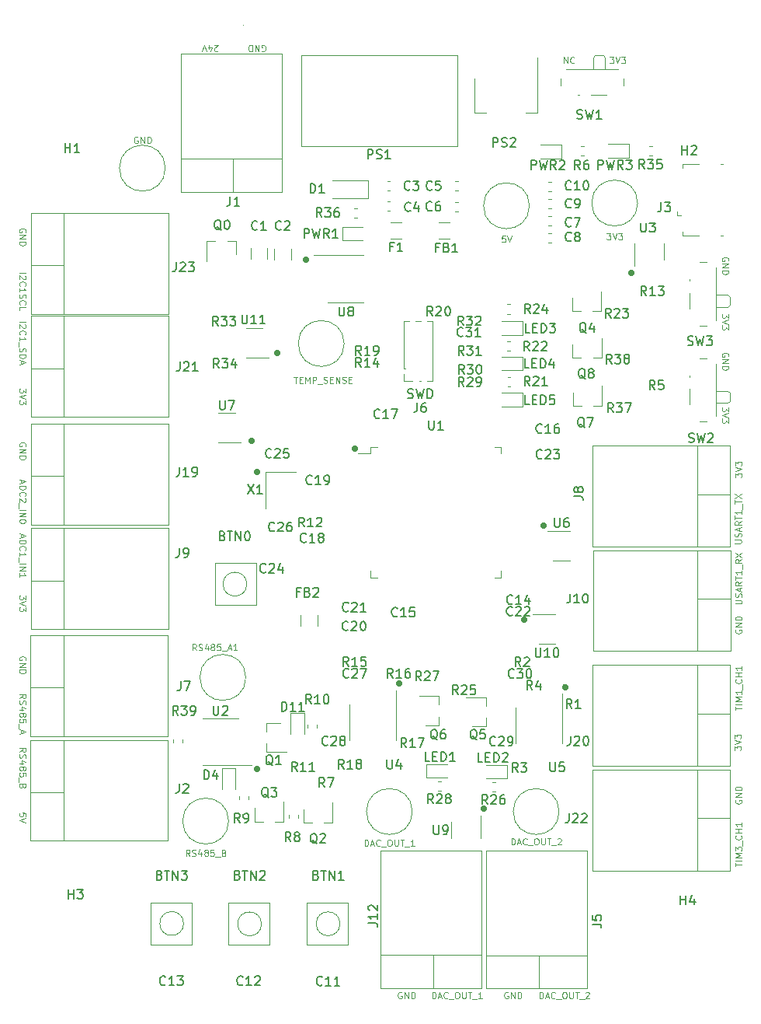
<source format=gbr>
G04 #@! TF.GenerationSoftware,KiCad,Pcbnew,(5.1.5)-3*
G04 #@! TF.CreationDate,2021-02-22T14:13:44+02:00*
G04 #@! TF.ProjectId,Waveform Generator,57617665-666f-4726-9d20-47656e657261,rev?*
G04 #@! TF.SameCoordinates,Original*
G04 #@! TF.FileFunction,Legend,Top*
G04 #@! TF.FilePolarity,Positive*
%FSLAX46Y46*%
G04 Gerber Fmt 4.6, Leading zero omitted, Abs format (unit mm)*
G04 Created by KiCad (PCBNEW (5.1.5)-3) date 2021-02-22 14:13:44*
%MOMM*%
%LPD*%
G04 APERTURE LIST*
%ADD10C,0.700000*%
%ADD11C,0.120000*%
%ADD12C,0.100000*%
%ADD13C,0.150000*%
G04 APERTURE END LIST*
D10*
X41700000Y-56000000D02*
G75*
G03X41700000Y-56000000I0J0D01*
G01*
X72950000Y-61800000D02*
G75*
G03X72950000Y-61800000I0J0D01*
G01*
X70800000Y-72100000D02*
G75*
G03X70800000Y-72100000I0J0D01*
G01*
X66400000Y-92650000D02*
G75*
G03X66400000Y-92650000I0J0D01*
G01*
X75300000Y-79400000D02*
G75*
G03X75300000Y-79400000I0J0D01*
G01*
X57200000Y-79050000D02*
G75*
G03X57200000Y-79050000I0J0D01*
G01*
X41700000Y-88300000D02*
G75*
G03X41700000Y-88300000I0J0D01*
G01*
X41100000Y-52600000D02*
G75*
G03X41100000Y-52600000I0J0D01*
G01*
X43900000Y-43050000D02*
G75*
G03X43900000Y-43050000I0J0D01*
G01*
X47050000Y-32900000D02*
G75*
G03X47050000Y-32900000I0J0D01*
G01*
X82550000Y-34350000D02*
G75*
G03X82550000Y-34350000I0J0D01*
G01*
D11*
X82773607Y-34400000D02*
G75*
G03X82773607Y-34400000I-223607J0D01*
G01*
X47323607Y-32900000D02*
G75*
G03X47323607Y-32900000I-223607J0D01*
G01*
X75473607Y-79350000D02*
G75*
G03X75473607Y-79350000I-223607J0D01*
G01*
X57423607Y-78950000D02*
G75*
G03X57423607Y-78950000I-223607J0D01*
G01*
D10*
X52400000Y-53450000D02*
G75*
G03X52400000Y-53450000I0J0D01*
G01*
D12*
X42233333Y-10150000D02*
X42300000Y-10183333D01*
X42400000Y-10183333D01*
X42500000Y-10150000D01*
X42566666Y-10083333D01*
X42600000Y-10016666D01*
X42633333Y-9883333D01*
X42633333Y-9783333D01*
X42600000Y-9650000D01*
X42566666Y-9583333D01*
X42500000Y-9516666D01*
X42400000Y-9483333D01*
X42333333Y-9483333D01*
X42233333Y-9516666D01*
X42200000Y-9550000D01*
X42200000Y-9783333D01*
X42333333Y-9783333D01*
X41900000Y-9483333D02*
X41900000Y-10183333D01*
X41500000Y-9483333D01*
X41500000Y-10183333D01*
X41166666Y-9483333D02*
X41166666Y-10183333D01*
X41000000Y-10183333D01*
X40900000Y-10150000D01*
X40833333Y-10083333D01*
X40800000Y-10016666D01*
X40766666Y-9883333D01*
X40766666Y-9783333D01*
X40800000Y-9650000D01*
X40833333Y-9583333D01*
X40900000Y-9516666D01*
X41000000Y-9483333D01*
X41166666Y-9483333D01*
X37433333Y-10116666D02*
X37400000Y-10150000D01*
X37333333Y-10183333D01*
X37166666Y-10183333D01*
X37100000Y-10150000D01*
X37066666Y-10116666D01*
X37033333Y-10050000D01*
X37033333Y-9983333D01*
X37066666Y-9883333D01*
X37466666Y-9483333D01*
X37033333Y-9483333D01*
X36433333Y-9950000D02*
X36433333Y-9483333D01*
X36600000Y-10216666D02*
X36766666Y-9716666D01*
X36333333Y-9716666D01*
X36166666Y-10183333D02*
X35933333Y-9483333D01*
X35700000Y-10183333D01*
D13*
X58142857Y-47904761D02*
X58285714Y-47952380D01*
X58523809Y-47952380D01*
X58619047Y-47904761D01*
X58666666Y-47857142D01*
X58714285Y-47761904D01*
X58714285Y-47666666D01*
X58666666Y-47571428D01*
X58619047Y-47523809D01*
X58523809Y-47476190D01*
X58333333Y-47428571D01*
X58238095Y-47380952D01*
X58190476Y-47333333D01*
X58142857Y-47238095D01*
X58142857Y-47142857D01*
X58190476Y-47047619D01*
X58238095Y-47000000D01*
X58333333Y-46952380D01*
X58571428Y-46952380D01*
X58714285Y-47000000D01*
X59047619Y-46952380D02*
X59285714Y-47952380D01*
X59476190Y-47238095D01*
X59666666Y-47952380D01*
X59904761Y-46952380D01*
X60285714Y-47952380D02*
X60285714Y-46952380D01*
X60523809Y-46952380D01*
X60666666Y-47000000D01*
X60761904Y-47095238D01*
X60809523Y-47190476D01*
X60857142Y-47380952D01*
X60857142Y-47523809D01*
X60809523Y-47714285D01*
X60761904Y-47809523D01*
X60666666Y-47904761D01*
X60523809Y-47952380D01*
X60285714Y-47952380D01*
D11*
X93093333Y-48917333D02*
X93093333Y-49350666D01*
X92826666Y-49117333D01*
X92826666Y-49217333D01*
X92793333Y-49284000D01*
X92760000Y-49317333D01*
X92693333Y-49350666D01*
X92526666Y-49350666D01*
X92460000Y-49317333D01*
X92426666Y-49284000D01*
X92393333Y-49217333D01*
X92393333Y-49017333D01*
X92426666Y-48950666D01*
X92460000Y-48917333D01*
X93093333Y-49550666D02*
X92393333Y-49784000D01*
X93093333Y-50017333D01*
X93093333Y-50184000D02*
X93093333Y-50617333D01*
X92826666Y-50384000D01*
X92826666Y-50484000D01*
X92793333Y-50550666D01*
X92760000Y-50584000D01*
X92693333Y-50617333D01*
X92526666Y-50617333D01*
X92460000Y-50584000D01*
X92426666Y-50550666D01*
X92393333Y-50484000D01*
X92393333Y-50284000D01*
X92426666Y-50217333D01*
X92460000Y-50184000D01*
X93093333Y-38757333D02*
X93093333Y-39190666D01*
X92826666Y-38957333D01*
X92826666Y-39057333D01*
X92793333Y-39124000D01*
X92760000Y-39157333D01*
X92693333Y-39190666D01*
X92526666Y-39190666D01*
X92460000Y-39157333D01*
X92426666Y-39124000D01*
X92393333Y-39057333D01*
X92393333Y-38857333D01*
X92426666Y-38790666D01*
X92460000Y-38757333D01*
X93093333Y-39390666D02*
X92393333Y-39624000D01*
X93093333Y-39857333D01*
X93093333Y-40024000D02*
X93093333Y-40457333D01*
X92826666Y-40224000D01*
X92826666Y-40324000D01*
X92793333Y-40390666D01*
X92760000Y-40424000D01*
X92693333Y-40457333D01*
X92526666Y-40457333D01*
X92460000Y-40424000D01*
X92426666Y-40390666D01*
X92393333Y-40324000D01*
X92393333Y-40124000D01*
X92426666Y-40057333D01*
X92460000Y-40024000D01*
X93060000Y-43408666D02*
X93093333Y-43342000D01*
X93093333Y-43242000D01*
X93060000Y-43142000D01*
X92993333Y-43075333D01*
X92926666Y-43042000D01*
X92793333Y-43008666D01*
X92693333Y-43008666D01*
X92560000Y-43042000D01*
X92493333Y-43075333D01*
X92426666Y-43142000D01*
X92393333Y-43242000D01*
X92393333Y-43308666D01*
X92426666Y-43408666D01*
X92460000Y-43442000D01*
X92693333Y-43442000D01*
X92693333Y-43308666D01*
X92393333Y-43742000D02*
X93093333Y-43742000D01*
X92393333Y-44142000D01*
X93093333Y-44142000D01*
X92393333Y-44475333D02*
X93093333Y-44475333D01*
X93093333Y-44642000D01*
X93060000Y-44742000D01*
X92993333Y-44808666D01*
X92926666Y-44842000D01*
X92793333Y-44875333D01*
X92693333Y-44875333D01*
X92560000Y-44842000D01*
X92493333Y-44808666D01*
X92426666Y-44742000D01*
X92393333Y-44642000D01*
X92393333Y-44475333D01*
X93060000Y-32994666D02*
X93093333Y-32928000D01*
X93093333Y-32828000D01*
X93060000Y-32728000D01*
X92993333Y-32661333D01*
X92926666Y-32628000D01*
X92793333Y-32594666D01*
X92693333Y-32594666D01*
X92560000Y-32628000D01*
X92493333Y-32661333D01*
X92426666Y-32728000D01*
X92393333Y-32828000D01*
X92393333Y-32894666D01*
X92426666Y-32994666D01*
X92460000Y-33028000D01*
X92693333Y-33028000D01*
X92693333Y-32894666D01*
X92393333Y-33328000D02*
X93093333Y-33328000D01*
X92393333Y-33728000D01*
X93093333Y-33728000D01*
X92393333Y-34061333D02*
X93093333Y-34061333D01*
X93093333Y-34228000D01*
X93060000Y-34328000D01*
X92993333Y-34394666D01*
X92926666Y-34428000D01*
X92793333Y-34461333D01*
X92693333Y-34461333D01*
X92560000Y-34428000D01*
X92493333Y-34394666D01*
X92426666Y-34328000D01*
X92393333Y-34228000D01*
X92393333Y-34061333D01*
X80159333Y-10792666D02*
X80592666Y-10792666D01*
X80359333Y-11059333D01*
X80459333Y-11059333D01*
X80526000Y-11092666D01*
X80559333Y-11126000D01*
X80592666Y-11192666D01*
X80592666Y-11359333D01*
X80559333Y-11426000D01*
X80526000Y-11459333D01*
X80459333Y-11492666D01*
X80259333Y-11492666D01*
X80192666Y-11459333D01*
X80159333Y-11426000D01*
X80792666Y-10792666D02*
X81026000Y-11492666D01*
X81259333Y-10792666D01*
X81426000Y-10792666D02*
X81859333Y-10792666D01*
X81626000Y-11059333D01*
X81726000Y-11059333D01*
X81792666Y-11092666D01*
X81826000Y-11126000D01*
X81859333Y-11192666D01*
X81859333Y-11359333D01*
X81826000Y-11426000D01*
X81792666Y-11459333D01*
X81726000Y-11492666D01*
X81526000Y-11492666D01*
X81459333Y-11459333D01*
X81426000Y-11426000D01*
X75142000Y-11492666D02*
X75142000Y-10792666D01*
X75542000Y-11492666D01*
X75542000Y-10792666D01*
X76275333Y-11426000D02*
X76242000Y-11459333D01*
X76142000Y-11492666D01*
X76075333Y-11492666D01*
X75975333Y-11459333D01*
X75908666Y-11392666D01*
X75875333Y-11326000D01*
X75842000Y-11192666D01*
X75842000Y-11092666D01*
X75875333Y-10959333D01*
X75908666Y-10892666D01*
X75975333Y-10826000D01*
X76075333Y-10792666D01*
X76142000Y-10792666D01*
X76242000Y-10826000D01*
X76275333Y-10859333D01*
X93816666Y-63750000D02*
X94383333Y-63750000D01*
X94450000Y-63716666D01*
X94483333Y-63683333D01*
X94516666Y-63616666D01*
X94516666Y-63483333D01*
X94483333Y-63416666D01*
X94450000Y-63383333D01*
X94383333Y-63350000D01*
X93816666Y-63350000D01*
X94483333Y-63050000D02*
X94516666Y-62950000D01*
X94516666Y-62783333D01*
X94483333Y-62716666D01*
X94450000Y-62683333D01*
X94383333Y-62650000D01*
X94316666Y-62650000D01*
X94250000Y-62683333D01*
X94216666Y-62716666D01*
X94183333Y-62783333D01*
X94150000Y-62916666D01*
X94116666Y-62983333D01*
X94083333Y-63016666D01*
X94016666Y-63050000D01*
X93950000Y-63050000D01*
X93883333Y-63016666D01*
X93850000Y-62983333D01*
X93816666Y-62916666D01*
X93816666Y-62750000D01*
X93850000Y-62650000D01*
X94316666Y-62383333D02*
X94316666Y-62050000D01*
X94516666Y-62450000D02*
X93816666Y-62216666D01*
X94516666Y-61983333D01*
X94516666Y-61350000D02*
X94183333Y-61583333D01*
X94516666Y-61750000D02*
X93816666Y-61750000D01*
X93816666Y-61483333D01*
X93850000Y-61416666D01*
X93883333Y-61383333D01*
X93950000Y-61350000D01*
X94050000Y-61350000D01*
X94116666Y-61383333D01*
X94150000Y-61416666D01*
X94183333Y-61483333D01*
X94183333Y-61750000D01*
X93816666Y-61150000D02*
X93816666Y-60750000D01*
X94516666Y-60950000D02*
X93816666Y-60950000D01*
X94516666Y-60150000D02*
X94516666Y-60550000D01*
X94516666Y-60350000D02*
X93816666Y-60350000D01*
X93916666Y-60416666D01*
X93983333Y-60483333D01*
X94016666Y-60550000D01*
X94583333Y-60016666D02*
X94583333Y-59483333D01*
X93816666Y-59416666D02*
X93816666Y-59016666D01*
X94516666Y-59216666D02*
X93816666Y-59216666D01*
X93816666Y-58850000D02*
X94516666Y-58383333D01*
X93816666Y-58383333D02*
X94516666Y-58850000D01*
X93850666Y-70333333D02*
X94417333Y-70333333D01*
X94484000Y-70300000D01*
X94517333Y-70266666D01*
X94550666Y-70200000D01*
X94550666Y-70066666D01*
X94517333Y-70000000D01*
X94484000Y-69966666D01*
X94417333Y-69933333D01*
X93850666Y-69933333D01*
X94517333Y-69633333D02*
X94550666Y-69533333D01*
X94550666Y-69366666D01*
X94517333Y-69300000D01*
X94484000Y-69266666D01*
X94417333Y-69233333D01*
X94350666Y-69233333D01*
X94284000Y-69266666D01*
X94250666Y-69300000D01*
X94217333Y-69366666D01*
X94184000Y-69500000D01*
X94150666Y-69566666D01*
X94117333Y-69600000D01*
X94050666Y-69633333D01*
X93984000Y-69633333D01*
X93917333Y-69600000D01*
X93884000Y-69566666D01*
X93850666Y-69500000D01*
X93850666Y-69333333D01*
X93884000Y-69233333D01*
X94350666Y-68966666D02*
X94350666Y-68633333D01*
X94550666Y-69033333D02*
X93850666Y-68800000D01*
X94550666Y-68566666D01*
X94550666Y-67933333D02*
X94217333Y-68166666D01*
X94550666Y-68333333D02*
X93850666Y-68333333D01*
X93850666Y-68066666D01*
X93884000Y-68000000D01*
X93917333Y-67966666D01*
X93984000Y-67933333D01*
X94084000Y-67933333D01*
X94150666Y-67966666D01*
X94184000Y-68000000D01*
X94217333Y-68066666D01*
X94217333Y-68333333D01*
X93850666Y-67733333D02*
X93850666Y-67333333D01*
X94550666Y-67533333D02*
X93850666Y-67533333D01*
X94550666Y-66733333D02*
X94550666Y-67133333D01*
X94550666Y-66933333D02*
X93850666Y-66933333D01*
X93950666Y-67000000D01*
X94017333Y-67066666D01*
X94050666Y-67133333D01*
X94617333Y-66600000D02*
X94617333Y-66066666D01*
X94550666Y-65500000D02*
X94217333Y-65733333D01*
X94550666Y-65900000D02*
X93850666Y-65900000D01*
X93850666Y-65633333D01*
X93884000Y-65566666D01*
X93917333Y-65533333D01*
X93984000Y-65500000D01*
X94084000Y-65500000D01*
X94150666Y-65533333D01*
X94184000Y-65566666D01*
X94217333Y-65633333D01*
X94217333Y-65900000D01*
X93850666Y-65266666D02*
X94550666Y-64800000D01*
X93850666Y-64800000D02*
X94550666Y-65266666D01*
X93850666Y-81918666D02*
X93850666Y-81518666D01*
X94550666Y-81718666D02*
X93850666Y-81718666D01*
X94550666Y-81285333D02*
X93850666Y-81285333D01*
X94550666Y-80952000D02*
X93850666Y-80952000D01*
X94350666Y-80718666D01*
X93850666Y-80485333D01*
X94550666Y-80485333D01*
X94550666Y-79785333D02*
X94550666Y-80185333D01*
X94550666Y-79985333D02*
X93850666Y-79985333D01*
X93950666Y-80052000D01*
X94017333Y-80118666D01*
X94050666Y-80185333D01*
X94617333Y-79652000D02*
X94617333Y-79118666D01*
X94484000Y-78552000D02*
X94517333Y-78585333D01*
X94550666Y-78685333D01*
X94550666Y-78752000D01*
X94517333Y-78852000D01*
X94450666Y-78918666D01*
X94384000Y-78952000D01*
X94250666Y-78985333D01*
X94150666Y-78985333D01*
X94017333Y-78952000D01*
X93950666Y-78918666D01*
X93884000Y-78852000D01*
X93850666Y-78752000D01*
X93850666Y-78685333D01*
X93884000Y-78585333D01*
X93917333Y-78552000D01*
X94550666Y-78252000D02*
X93850666Y-78252000D01*
X94184000Y-78252000D02*
X94184000Y-77852000D01*
X94550666Y-77852000D02*
X93850666Y-77852000D01*
X94550666Y-77152000D02*
X94550666Y-77552000D01*
X94550666Y-77352000D02*
X93850666Y-77352000D01*
X93950666Y-77418666D01*
X94017333Y-77485333D01*
X94050666Y-77552000D01*
X93850666Y-98936666D02*
X93850666Y-98536666D01*
X94550666Y-98736666D02*
X93850666Y-98736666D01*
X94550666Y-98303333D02*
X93850666Y-98303333D01*
X94550666Y-97970000D02*
X93850666Y-97970000D01*
X94350666Y-97736666D01*
X93850666Y-97503333D01*
X94550666Y-97503333D01*
X93850666Y-97236666D02*
X93850666Y-96803333D01*
X94117333Y-97036666D01*
X94117333Y-96936666D01*
X94150666Y-96870000D01*
X94184000Y-96836666D01*
X94250666Y-96803333D01*
X94417333Y-96803333D01*
X94484000Y-96836666D01*
X94517333Y-96870000D01*
X94550666Y-96936666D01*
X94550666Y-97136666D01*
X94517333Y-97203333D01*
X94484000Y-97236666D01*
X94617333Y-96670000D02*
X94617333Y-96136666D01*
X94484000Y-95570000D02*
X94517333Y-95603333D01*
X94550666Y-95703333D01*
X94550666Y-95770000D01*
X94517333Y-95870000D01*
X94450666Y-95936666D01*
X94384000Y-95970000D01*
X94250666Y-96003333D01*
X94150666Y-96003333D01*
X94017333Y-95970000D01*
X93950666Y-95936666D01*
X93884000Y-95870000D01*
X93850666Y-95770000D01*
X93850666Y-95703333D01*
X93884000Y-95603333D01*
X93917333Y-95570000D01*
X94550666Y-95270000D02*
X93850666Y-95270000D01*
X94184000Y-95270000D02*
X94184000Y-94870000D01*
X94550666Y-94870000D02*
X93850666Y-94870000D01*
X94550666Y-94170000D02*
X94550666Y-94570000D01*
X94550666Y-94370000D02*
X93850666Y-94370000D01*
X93950666Y-94436666D01*
X94017333Y-94503333D01*
X94050666Y-94570000D01*
X93850666Y-56550666D02*
X93850666Y-56117333D01*
X94117333Y-56350666D01*
X94117333Y-56250666D01*
X94150666Y-56184000D01*
X94184000Y-56150666D01*
X94250666Y-56117333D01*
X94417333Y-56117333D01*
X94484000Y-56150666D01*
X94517333Y-56184000D01*
X94550666Y-56250666D01*
X94550666Y-56450666D01*
X94517333Y-56517333D01*
X94484000Y-56550666D01*
X93850666Y-55917333D02*
X94550666Y-55684000D01*
X93850666Y-55450666D01*
X93850666Y-55284000D02*
X93850666Y-54850666D01*
X94117333Y-55084000D01*
X94117333Y-54984000D01*
X94150666Y-54917333D01*
X94184000Y-54884000D01*
X94250666Y-54850666D01*
X94417333Y-54850666D01*
X94484000Y-54884000D01*
X94517333Y-54917333D01*
X94550666Y-54984000D01*
X94550666Y-55184000D01*
X94517333Y-55250666D01*
X94484000Y-55284000D01*
X93752666Y-86268666D02*
X93752666Y-85835333D01*
X94019333Y-86068666D01*
X94019333Y-85968666D01*
X94052666Y-85902000D01*
X94086000Y-85868666D01*
X94152666Y-85835333D01*
X94319333Y-85835333D01*
X94386000Y-85868666D01*
X94419333Y-85902000D01*
X94452666Y-85968666D01*
X94452666Y-86168666D01*
X94419333Y-86235333D01*
X94386000Y-86268666D01*
X93752666Y-85635333D02*
X94452666Y-85402000D01*
X93752666Y-85168666D01*
X93752666Y-85002000D02*
X93752666Y-84568666D01*
X94019333Y-84802000D01*
X94019333Y-84702000D01*
X94052666Y-84635333D01*
X94086000Y-84602000D01*
X94152666Y-84568666D01*
X94319333Y-84568666D01*
X94386000Y-84602000D01*
X94419333Y-84635333D01*
X94452666Y-84702000D01*
X94452666Y-84902000D01*
X94419333Y-84968666D01*
X94386000Y-85002000D01*
X93884000Y-73177333D02*
X93850666Y-73244000D01*
X93850666Y-73344000D01*
X93884000Y-73444000D01*
X93950666Y-73510666D01*
X94017333Y-73544000D01*
X94150666Y-73577333D01*
X94250666Y-73577333D01*
X94384000Y-73544000D01*
X94450666Y-73510666D01*
X94517333Y-73444000D01*
X94550666Y-73344000D01*
X94550666Y-73277333D01*
X94517333Y-73177333D01*
X94484000Y-73144000D01*
X94250666Y-73144000D01*
X94250666Y-73277333D01*
X94550666Y-72844000D02*
X93850666Y-72844000D01*
X94550666Y-72444000D01*
X93850666Y-72444000D01*
X94550666Y-72110666D02*
X93850666Y-72110666D01*
X93850666Y-71944000D01*
X93884000Y-71844000D01*
X93950666Y-71777333D01*
X94017333Y-71744000D01*
X94150666Y-71710666D01*
X94250666Y-71710666D01*
X94384000Y-71744000D01*
X94450666Y-71777333D01*
X94517333Y-71844000D01*
X94550666Y-71944000D01*
X94550666Y-72110666D01*
X93900000Y-91715333D02*
X93866666Y-91782000D01*
X93866666Y-91882000D01*
X93900000Y-91982000D01*
X93966666Y-92048666D01*
X94033333Y-92082000D01*
X94166666Y-92115333D01*
X94266666Y-92115333D01*
X94400000Y-92082000D01*
X94466666Y-92048666D01*
X94533333Y-91982000D01*
X94566666Y-91882000D01*
X94566666Y-91815333D01*
X94533333Y-91715333D01*
X94500000Y-91682000D01*
X94266666Y-91682000D01*
X94266666Y-91815333D01*
X94566666Y-91382000D02*
X93866666Y-91382000D01*
X94566666Y-90982000D01*
X93866666Y-90982000D01*
X94566666Y-90648666D02*
X93866666Y-90648666D01*
X93866666Y-90482000D01*
X93900000Y-90382000D01*
X93966666Y-90315333D01*
X94033333Y-90282000D01*
X94166666Y-90248666D01*
X94266666Y-90248666D01*
X94400000Y-90282000D01*
X94466666Y-90315333D01*
X94533333Y-90382000D01*
X94566666Y-90482000D01*
X94566666Y-90648666D01*
X72500000Y-113316666D02*
X72500000Y-112616666D01*
X72666666Y-112616666D01*
X72766666Y-112650000D01*
X72833333Y-112716666D01*
X72866666Y-112783333D01*
X72900000Y-112916666D01*
X72900000Y-113016666D01*
X72866666Y-113150000D01*
X72833333Y-113216666D01*
X72766666Y-113283333D01*
X72666666Y-113316666D01*
X72500000Y-113316666D01*
X73166666Y-113116666D02*
X73500000Y-113116666D01*
X73100000Y-113316666D02*
X73333333Y-112616666D01*
X73566666Y-113316666D01*
X74200000Y-113250000D02*
X74166666Y-113283333D01*
X74066666Y-113316666D01*
X74000000Y-113316666D01*
X73900000Y-113283333D01*
X73833333Y-113216666D01*
X73800000Y-113150000D01*
X73766666Y-113016666D01*
X73766666Y-112916666D01*
X73800000Y-112783333D01*
X73833333Y-112716666D01*
X73900000Y-112650000D01*
X74000000Y-112616666D01*
X74066666Y-112616666D01*
X74166666Y-112650000D01*
X74200000Y-112683333D01*
X74333333Y-113383333D02*
X74866666Y-113383333D01*
X75166666Y-112616666D02*
X75300000Y-112616666D01*
X75366666Y-112650000D01*
X75433333Y-112716666D01*
X75466666Y-112850000D01*
X75466666Y-113083333D01*
X75433333Y-113216666D01*
X75366666Y-113283333D01*
X75300000Y-113316666D01*
X75166666Y-113316666D01*
X75100000Y-113283333D01*
X75033333Y-113216666D01*
X75000000Y-113083333D01*
X75000000Y-112850000D01*
X75033333Y-112716666D01*
X75100000Y-112650000D01*
X75166666Y-112616666D01*
X75766666Y-112616666D02*
X75766666Y-113183333D01*
X75800000Y-113250000D01*
X75833333Y-113283333D01*
X75900000Y-113316666D01*
X76033333Y-113316666D01*
X76100000Y-113283333D01*
X76133333Y-113250000D01*
X76166666Y-113183333D01*
X76166666Y-112616666D01*
X76400000Y-112616666D02*
X76800000Y-112616666D01*
X76600000Y-113316666D02*
X76600000Y-112616666D01*
X76866666Y-113383333D02*
X77400000Y-113383333D01*
X77533333Y-112683333D02*
X77566666Y-112650000D01*
X77633333Y-112616666D01*
X77800000Y-112616666D01*
X77866666Y-112650000D01*
X77900000Y-112683333D01*
X77933333Y-112750000D01*
X77933333Y-112816666D01*
X77900000Y-112916666D01*
X77500000Y-113316666D01*
X77933333Y-113316666D01*
X60800000Y-113316666D02*
X60800000Y-112616666D01*
X60966666Y-112616666D01*
X61066666Y-112650000D01*
X61133333Y-112716666D01*
X61166666Y-112783333D01*
X61200000Y-112916666D01*
X61200000Y-113016666D01*
X61166666Y-113150000D01*
X61133333Y-113216666D01*
X61066666Y-113283333D01*
X60966666Y-113316666D01*
X60800000Y-113316666D01*
X61466666Y-113116666D02*
X61800000Y-113116666D01*
X61400000Y-113316666D02*
X61633333Y-112616666D01*
X61866666Y-113316666D01*
X62500000Y-113250000D02*
X62466666Y-113283333D01*
X62366666Y-113316666D01*
X62300000Y-113316666D01*
X62200000Y-113283333D01*
X62133333Y-113216666D01*
X62100000Y-113150000D01*
X62066666Y-113016666D01*
X62066666Y-112916666D01*
X62100000Y-112783333D01*
X62133333Y-112716666D01*
X62200000Y-112650000D01*
X62300000Y-112616666D01*
X62366666Y-112616666D01*
X62466666Y-112650000D01*
X62500000Y-112683333D01*
X62633333Y-113383333D02*
X63166666Y-113383333D01*
X63466666Y-112616666D02*
X63600000Y-112616666D01*
X63666666Y-112650000D01*
X63733333Y-112716666D01*
X63766666Y-112850000D01*
X63766666Y-113083333D01*
X63733333Y-113216666D01*
X63666666Y-113283333D01*
X63600000Y-113316666D01*
X63466666Y-113316666D01*
X63400000Y-113283333D01*
X63333333Y-113216666D01*
X63300000Y-113083333D01*
X63300000Y-112850000D01*
X63333333Y-112716666D01*
X63400000Y-112650000D01*
X63466666Y-112616666D01*
X64066666Y-112616666D02*
X64066666Y-113183333D01*
X64100000Y-113250000D01*
X64133333Y-113283333D01*
X64200000Y-113316666D01*
X64333333Y-113316666D01*
X64400000Y-113283333D01*
X64433333Y-113250000D01*
X64466666Y-113183333D01*
X64466666Y-112616666D01*
X64700000Y-112616666D02*
X65100000Y-112616666D01*
X64900000Y-113316666D02*
X64900000Y-112616666D01*
X65166666Y-113383333D02*
X65700000Y-113383333D01*
X66233333Y-113316666D02*
X65833333Y-113316666D01*
X66033333Y-113316666D02*
X66033333Y-112616666D01*
X65966666Y-112716666D01*
X65900000Y-112783333D01*
X65833333Y-112816666D01*
X69066666Y-112650000D02*
X69000000Y-112616666D01*
X68900000Y-112616666D01*
X68800000Y-112650000D01*
X68733333Y-112716666D01*
X68700000Y-112783333D01*
X68666666Y-112916666D01*
X68666666Y-113016666D01*
X68700000Y-113150000D01*
X68733333Y-113216666D01*
X68800000Y-113283333D01*
X68900000Y-113316666D01*
X68966666Y-113316666D01*
X69066666Y-113283333D01*
X69100000Y-113250000D01*
X69100000Y-113016666D01*
X68966666Y-113016666D01*
X69400000Y-113316666D02*
X69400000Y-112616666D01*
X69800000Y-113316666D01*
X69800000Y-112616666D01*
X70133333Y-113316666D02*
X70133333Y-112616666D01*
X70300000Y-112616666D01*
X70400000Y-112650000D01*
X70466666Y-112716666D01*
X70500000Y-112783333D01*
X70533333Y-112916666D01*
X70533333Y-113016666D01*
X70500000Y-113150000D01*
X70466666Y-113216666D01*
X70400000Y-113283333D01*
X70300000Y-113316666D01*
X70133333Y-113316666D01*
X57466666Y-112650000D02*
X57400000Y-112616666D01*
X57300000Y-112616666D01*
X57200000Y-112650000D01*
X57133333Y-112716666D01*
X57100000Y-112783333D01*
X57066666Y-112916666D01*
X57066666Y-113016666D01*
X57100000Y-113150000D01*
X57133333Y-113216666D01*
X57200000Y-113283333D01*
X57300000Y-113316666D01*
X57366666Y-113316666D01*
X57466666Y-113283333D01*
X57500000Y-113250000D01*
X57500000Y-113016666D01*
X57366666Y-113016666D01*
X57800000Y-113316666D02*
X57800000Y-112616666D01*
X58200000Y-113316666D01*
X58200000Y-112616666D01*
X58533333Y-113316666D02*
X58533333Y-112616666D01*
X58700000Y-112616666D01*
X58800000Y-112650000D01*
X58866666Y-112716666D01*
X58900000Y-112783333D01*
X58933333Y-112916666D01*
X58933333Y-113016666D01*
X58900000Y-113150000D01*
X58866666Y-113216666D01*
X58800000Y-113283333D01*
X58700000Y-113316666D01*
X58533333Y-113316666D01*
X15783333Y-86466666D02*
X16116666Y-86233333D01*
X15783333Y-86066666D02*
X16483333Y-86066666D01*
X16483333Y-86333333D01*
X16450000Y-86400000D01*
X16416666Y-86433333D01*
X16350000Y-86466666D01*
X16250000Y-86466666D01*
X16183333Y-86433333D01*
X16150000Y-86400000D01*
X16116666Y-86333333D01*
X16116666Y-86066666D01*
X15816666Y-86733333D02*
X15783333Y-86833333D01*
X15783333Y-87000000D01*
X15816666Y-87066666D01*
X15850000Y-87100000D01*
X15916666Y-87133333D01*
X15983333Y-87133333D01*
X16050000Y-87100000D01*
X16083333Y-87066666D01*
X16116666Y-87000000D01*
X16150000Y-86866666D01*
X16183333Y-86800000D01*
X16216666Y-86766666D01*
X16283333Y-86733333D01*
X16350000Y-86733333D01*
X16416666Y-86766666D01*
X16450000Y-86800000D01*
X16483333Y-86866666D01*
X16483333Y-87033333D01*
X16450000Y-87133333D01*
X16250000Y-87733333D02*
X15783333Y-87733333D01*
X16516666Y-87566666D02*
X16016666Y-87400000D01*
X16016666Y-87833333D01*
X16183333Y-88200000D02*
X16216666Y-88133333D01*
X16250000Y-88100000D01*
X16316666Y-88066666D01*
X16350000Y-88066666D01*
X16416666Y-88100000D01*
X16450000Y-88133333D01*
X16483333Y-88200000D01*
X16483333Y-88333333D01*
X16450000Y-88400000D01*
X16416666Y-88433333D01*
X16350000Y-88466666D01*
X16316666Y-88466666D01*
X16250000Y-88433333D01*
X16216666Y-88400000D01*
X16183333Y-88333333D01*
X16183333Y-88200000D01*
X16150000Y-88133333D01*
X16116666Y-88100000D01*
X16050000Y-88066666D01*
X15916666Y-88066666D01*
X15850000Y-88100000D01*
X15816666Y-88133333D01*
X15783333Y-88200000D01*
X15783333Y-88333333D01*
X15816666Y-88400000D01*
X15850000Y-88433333D01*
X15916666Y-88466666D01*
X16050000Y-88466666D01*
X16116666Y-88433333D01*
X16150000Y-88400000D01*
X16183333Y-88333333D01*
X16483333Y-89100000D02*
X16483333Y-88766666D01*
X16150000Y-88733333D01*
X16183333Y-88766666D01*
X16216666Y-88833333D01*
X16216666Y-89000000D01*
X16183333Y-89066666D01*
X16150000Y-89100000D01*
X16083333Y-89133333D01*
X15916666Y-89133333D01*
X15850000Y-89100000D01*
X15816666Y-89066666D01*
X15783333Y-89000000D01*
X15783333Y-88833333D01*
X15816666Y-88766666D01*
X15850000Y-88733333D01*
X15716666Y-89266666D02*
X15716666Y-89800000D01*
X16150000Y-90200000D02*
X16116666Y-90300000D01*
X16083333Y-90333333D01*
X16016666Y-90366666D01*
X15916666Y-90366666D01*
X15850000Y-90333333D01*
X15816666Y-90300000D01*
X15783333Y-90233333D01*
X15783333Y-89966666D01*
X16483333Y-89966666D01*
X16483333Y-90200000D01*
X16450000Y-90266666D01*
X16416666Y-90300000D01*
X16350000Y-90333333D01*
X16283333Y-90333333D01*
X16216666Y-90300000D01*
X16183333Y-90266666D01*
X16150000Y-90200000D01*
X16150000Y-89966666D01*
X15783333Y-80616666D02*
X16116666Y-80383333D01*
X15783333Y-80216666D02*
X16483333Y-80216666D01*
X16483333Y-80483333D01*
X16450000Y-80550000D01*
X16416666Y-80583333D01*
X16350000Y-80616666D01*
X16250000Y-80616666D01*
X16183333Y-80583333D01*
X16150000Y-80550000D01*
X16116666Y-80483333D01*
X16116666Y-80216666D01*
X15816666Y-80883333D02*
X15783333Y-80983333D01*
X15783333Y-81150000D01*
X15816666Y-81216666D01*
X15850000Y-81250000D01*
X15916666Y-81283333D01*
X15983333Y-81283333D01*
X16050000Y-81250000D01*
X16083333Y-81216666D01*
X16116666Y-81150000D01*
X16150000Y-81016666D01*
X16183333Y-80950000D01*
X16216666Y-80916666D01*
X16283333Y-80883333D01*
X16350000Y-80883333D01*
X16416666Y-80916666D01*
X16450000Y-80950000D01*
X16483333Y-81016666D01*
X16483333Y-81183333D01*
X16450000Y-81283333D01*
X16250000Y-81883333D02*
X15783333Y-81883333D01*
X16516666Y-81716666D02*
X16016666Y-81550000D01*
X16016666Y-81983333D01*
X16183333Y-82350000D02*
X16216666Y-82283333D01*
X16250000Y-82250000D01*
X16316666Y-82216666D01*
X16350000Y-82216666D01*
X16416666Y-82250000D01*
X16450000Y-82283333D01*
X16483333Y-82350000D01*
X16483333Y-82483333D01*
X16450000Y-82550000D01*
X16416666Y-82583333D01*
X16350000Y-82616666D01*
X16316666Y-82616666D01*
X16250000Y-82583333D01*
X16216666Y-82550000D01*
X16183333Y-82483333D01*
X16183333Y-82350000D01*
X16150000Y-82283333D01*
X16116666Y-82250000D01*
X16050000Y-82216666D01*
X15916666Y-82216666D01*
X15850000Y-82250000D01*
X15816666Y-82283333D01*
X15783333Y-82350000D01*
X15783333Y-82483333D01*
X15816666Y-82550000D01*
X15850000Y-82583333D01*
X15916666Y-82616666D01*
X16050000Y-82616666D01*
X16116666Y-82583333D01*
X16150000Y-82550000D01*
X16183333Y-82483333D01*
X16483333Y-83250000D02*
X16483333Y-82916666D01*
X16150000Y-82883333D01*
X16183333Y-82916666D01*
X16216666Y-82983333D01*
X16216666Y-83150000D01*
X16183333Y-83216666D01*
X16150000Y-83250000D01*
X16083333Y-83283333D01*
X15916666Y-83283333D01*
X15850000Y-83250000D01*
X15816666Y-83216666D01*
X15783333Y-83150000D01*
X15783333Y-82983333D01*
X15816666Y-82916666D01*
X15850000Y-82883333D01*
X15716666Y-83416666D02*
X15716666Y-83950000D01*
X15983333Y-84083333D02*
X15983333Y-84416666D01*
X15783333Y-84016666D02*
X16483333Y-84250000D01*
X15783333Y-84483333D01*
X15983333Y-62766666D02*
X15983333Y-63100000D01*
X15783333Y-62700000D02*
X16483333Y-62933333D01*
X15783333Y-63166666D01*
X15783333Y-63400000D02*
X16483333Y-63400000D01*
X16483333Y-63566666D01*
X16450000Y-63666666D01*
X16383333Y-63733333D01*
X16316666Y-63766666D01*
X16183333Y-63800000D01*
X16083333Y-63800000D01*
X15950000Y-63766666D01*
X15883333Y-63733333D01*
X15816666Y-63666666D01*
X15783333Y-63566666D01*
X15783333Y-63400000D01*
X15850000Y-64500000D02*
X15816666Y-64466666D01*
X15783333Y-64366666D01*
X15783333Y-64300000D01*
X15816666Y-64200000D01*
X15883333Y-64133333D01*
X15950000Y-64100000D01*
X16083333Y-64066666D01*
X16183333Y-64066666D01*
X16316666Y-64100000D01*
X16383333Y-64133333D01*
X16450000Y-64200000D01*
X16483333Y-64300000D01*
X16483333Y-64366666D01*
X16450000Y-64466666D01*
X16416666Y-64500000D01*
X15783333Y-65166666D02*
X15783333Y-64766666D01*
X15783333Y-64966666D02*
X16483333Y-64966666D01*
X16383333Y-64900000D01*
X16316666Y-64833333D01*
X16283333Y-64766666D01*
X15716666Y-65300000D02*
X15716666Y-65833333D01*
X15783333Y-66000000D02*
X16483333Y-66000000D01*
X15783333Y-66333333D02*
X16483333Y-66333333D01*
X15783333Y-66733333D01*
X16483333Y-66733333D01*
X15783333Y-67433333D02*
X15783333Y-67033333D01*
X15783333Y-67233333D02*
X16483333Y-67233333D01*
X16383333Y-67166666D01*
X16316666Y-67100000D01*
X16283333Y-67033333D01*
X15983333Y-56866666D02*
X15983333Y-57200000D01*
X15783333Y-56800000D02*
X16483333Y-57033333D01*
X15783333Y-57266666D01*
X15783333Y-57500000D02*
X16483333Y-57500000D01*
X16483333Y-57666666D01*
X16450000Y-57766666D01*
X16383333Y-57833333D01*
X16316666Y-57866666D01*
X16183333Y-57900000D01*
X16083333Y-57900000D01*
X15950000Y-57866666D01*
X15883333Y-57833333D01*
X15816666Y-57766666D01*
X15783333Y-57666666D01*
X15783333Y-57500000D01*
X15850000Y-58600000D02*
X15816666Y-58566666D01*
X15783333Y-58466666D01*
X15783333Y-58400000D01*
X15816666Y-58300000D01*
X15883333Y-58233333D01*
X15950000Y-58200000D01*
X16083333Y-58166666D01*
X16183333Y-58166666D01*
X16316666Y-58200000D01*
X16383333Y-58233333D01*
X16450000Y-58300000D01*
X16483333Y-58400000D01*
X16483333Y-58466666D01*
X16450000Y-58566666D01*
X16416666Y-58600000D01*
X16416666Y-58866666D02*
X16450000Y-58900000D01*
X16483333Y-58966666D01*
X16483333Y-59133333D01*
X16450000Y-59200000D01*
X16416666Y-59233333D01*
X16350000Y-59266666D01*
X16283333Y-59266666D01*
X16183333Y-59233333D01*
X15783333Y-58833333D01*
X15783333Y-59266666D01*
X15716666Y-59400000D02*
X15716666Y-59933333D01*
X15783333Y-60100000D02*
X16483333Y-60100000D01*
X15783333Y-60433333D02*
X16483333Y-60433333D01*
X15783333Y-60833333D01*
X16483333Y-60833333D01*
X16483333Y-61300000D02*
X16483333Y-61366666D01*
X16450000Y-61433333D01*
X16416666Y-61466666D01*
X16350000Y-61500000D01*
X16216666Y-61533333D01*
X16050000Y-61533333D01*
X15916666Y-61500000D01*
X15850000Y-61466666D01*
X15816666Y-61433333D01*
X15783333Y-61366666D01*
X15783333Y-61300000D01*
X15816666Y-61233333D01*
X15850000Y-61200000D01*
X15916666Y-61166666D01*
X16050000Y-61133333D01*
X16216666Y-61133333D01*
X16350000Y-61166666D01*
X16416666Y-61200000D01*
X16450000Y-61233333D01*
X16483333Y-61300000D01*
X16483333Y-93466666D02*
X16483333Y-93133333D01*
X16150000Y-93100000D01*
X16183333Y-93133333D01*
X16216666Y-93200000D01*
X16216666Y-93366666D01*
X16183333Y-93433333D01*
X16150000Y-93466666D01*
X16083333Y-93500000D01*
X15916666Y-93500000D01*
X15850000Y-93466666D01*
X15816666Y-93433333D01*
X15783333Y-93366666D01*
X15783333Y-93200000D01*
X15816666Y-93133333D01*
X15850000Y-93100000D01*
X16483333Y-93700000D02*
X15783333Y-93933333D01*
X16483333Y-94166666D01*
X16450000Y-76466666D02*
X16483333Y-76400000D01*
X16483333Y-76300000D01*
X16450000Y-76200000D01*
X16383333Y-76133333D01*
X16316666Y-76100000D01*
X16183333Y-76066666D01*
X16083333Y-76066666D01*
X15950000Y-76100000D01*
X15883333Y-76133333D01*
X15816666Y-76200000D01*
X15783333Y-76300000D01*
X15783333Y-76366666D01*
X15816666Y-76466666D01*
X15850000Y-76500000D01*
X16083333Y-76500000D01*
X16083333Y-76366666D01*
X15783333Y-76800000D02*
X16483333Y-76800000D01*
X15783333Y-77200000D01*
X16483333Y-77200000D01*
X15783333Y-77533333D02*
X16483333Y-77533333D01*
X16483333Y-77700000D01*
X16450000Y-77800000D01*
X16383333Y-77866666D01*
X16316666Y-77900000D01*
X16183333Y-77933333D01*
X16083333Y-77933333D01*
X15950000Y-77900000D01*
X15883333Y-77866666D01*
X15816666Y-77800000D01*
X15783333Y-77700000D01*
X15783333Y-77533333D01*
X16483333Y-69433333D02*
X16483333Y-69866666D01*
X16216666Y-69633333D01*
X16216666Y-69733333D01*
X16183333Y-69800000D01*
X16150000Y-69833333D01*
X16083333Y-69866666D01*
X15916666Y-69866666D01*
X15850000Y-69833333D01*
X15816666Y-69800000D01*
X15783333Y-69733333D01*
X15783333Y-69533333D01*
X15816666Y-69466666D01*
X15850000Y-69433333D01*
X16483333Y-70066666D02*
X15783333Y-70300000D01*
X16483333Y-70533333D01*
X16483333Y-70700000D02*
X16483333Y-71133333D01*
X16216666Y-70900000D01*
X16216666Y-71000000D01*
X16183333Y-71066666D01*
X16150000Y-71100000D01*
X16083333Y-71133333D01*
X15916666Y-71133333D01*
X15850000Y-71100000D01*
X15816666Y-71066666D01*
X15783333Y-71000000D01*
X15783333Y-70800000D01*
X15816666Y-70733333D01*
X15850000Y-70700000D01*
X16450000Y-53166666D02*
X16483333Y-53100000D01*
X16483333Y-53000000D01*
X16450000Y-52900000D01*
X16383333Y-52833333D01*
X16316666Y-52800000D01*
X16183333Y-52766666D01*
X16083333Y-52766666D01*
X15950000Y-52800000D01*
X15883333Y-52833333D01*
X15816666Y-52900000D01*
X15783333Y-53000000D01*
X15783333Y-53066666D01*
X15816666Y-53166666D01*
X15850000Y-53200000D01*
X16083333Y-53200000D01*
X16083333Y-53066666D01*
X15783333Y-53500000D02*
X16483333Y-53500000D01*
X15783333Y-53900000D01*
X16483333Y-53900000D01*
X15783333Y-54233333D02*
X16483333Y-54233333D01*
X16483333Y-54400000D01*
X16450000Y-54500000D01*
X16383333Y-54566666D01*
X16316666Y-54600000D01*
X16183333Y-54633333D01*
X16083333Y-54633333D01*
X15950000Y-54600000D01*
X15883333Y-54566666D01*
X15816666Y-54500000D01*
X15783333Y-54400000D01*
X15783333Y-54233333D01*
X16483333Y-46933333D02*
X16483333Y-47366666D01*
X16216666Y-47133333D01*
X16216666Y-47233333D01*
X16183333Y-47300000D01*
X16150000Y-47333333D01*
X16083333Y-47366666D01*
X15916666Y-47366666D01*
X15850000Y-47333333D01*
X15816666Y-47300000D01*
X15783333Y-47233333D01*
X15783333Y-47033333D01*
X15816666Y-46966666D01*
X15850000Y-46933333D01*
X16483333Y-47566666D02*
X15783333Y-47800000D01*
X16483333Y-48033333D01*
X16483333Y-48200000D02*
X16483333Y-48633333D01*
X16216666Y-48400000D01*
X16216666Y-48500000D01*
X16183333Y-48566666D01*
X16150000Y-48600000D01*
X16083333Y-48633333D01*
X15916666Y-48633333D01*
X15850000Y-48600000D01*
X15816666Y-48566666D01*
X15783333Y-48500000D01*
X15783333Y-48300000D01*
X15816666Y-48233333D01*
X15850000Y-48200000D01*
X15783333Y-39633333D02*
X16483333Y-39633333D01*
X16416666Y-39933333D02*
X16450000Y-39966666D01*
X16483333Y-40033333D01*
X16483333Y-40200000D01*
X16450000Y-40266666D01*
X16416666Y-40300000D01*
X16350000Y-40333333D01*
X16283333Y-40333333D01*
X16183333Y-40300000D01*
X15783333Y-39900000D01*
X15783333Y-40333333D01*
X15850000Y-41033333D02*
X15816666Y-41000000D01*
X15783333Y-40900000D01*
X15783333Y-40833333D01*
X15816666Y-40733333D01*
X15883333Y-40666666D01*
X15950000Y-40633333D01*
X16083333Y-40600000D01*
X16183333Y-40600000D01*
X16316666Y-40633333D01*
X16383333Y-40666666D01*
X16450000Y-40733333D01*
X16483333Y-40833333D01*
X16483333Y-40900000D01*
X16450000Y-41000000D01*
X16416666Y-41033333D01*
X15783333Y-41700000D02*
X15783333Y-41300000D01*
X15783333Y-41500000D02*
X16483333Y-41500000D01*
X16383333Y-41433333D01*
X16316666Y-41366666D01*
X16283333Y-41300000D01*
X15716666Y-41833333D02*
X15716666Y-42366666D01*
X15816666Y-42500000D02*
X15783333Y-42600000D01*
X15783333Y-42766666D01*
X15816666Y-42833333D01*
X15850000Y-42866666D01*
X15916666Y-42900000D01*
X15983333Y-42900000D01*
X16050000Y-42866666D01*
X16083333Y-42833333D01*
X16116666Y-42766666D01*
X16150000Y-42633333D01*
X16183333Y-42566666D01*
X16216666Y-42533333D01*
X16283333Y-42500000D01*
X16350000Y-42500000D01*
X16416666Y-42533333D01*
X16450000Y-42566666D01*
X16483333Y-42633333D01*
X16483333Y-42800000D01*
X16450000Y-42900000D01*
X15783333Y-43200000D02*
X16483333Y-43200000D01*
X16483333Y-43366666D01*
X16450000Y-43466666D01*
X16383333Y-43533333D01*
X16316666Y-43566666D01*
X16183333Y-43600000D01*
X16083333Y-43600000D01*
X15950000Y-43566666D01*
X15883333Y-43533333D01*
X15816666Y-43466666D01*
X15783333Y-43366666D01*
X15783333Y-43200000D01*
X15983333Y-43866666D02*
X15983333Y-44200000D01*
X15783333Y-43800000D02*
X16483333Y-44033333D01*
X15783333Y-44266666D01*
X16450000Y-29866666D02*
X16483333Y-29800000D01*
X16483333Y-29700000D01*
X16450000Y-29600000D01*
X16383333Y-29533333D01*
X16316666Y-29500000D01*
X16183333Y-29466666D01*
X16083333Y-29466666D01*
X15950000Y-29500000D01*
X15883333Y-29533333D01*
X15816666Y-29600000D01*
X15783333Y-29700000D01*
X15783333Y-29766666D01*
X15816666Y-29866666D01*
X15850000Y-29900000D01*
X16083333Y-29900000D01*
X16083333Y-29766666D01*
X15783333Y-30200000D02*
X16483333Y-30200000D01*
X15783333Y-30600000D01*
X16483333Y-30600000D01*
X15783333Y-30933333D02*
X16483333Y-30933333D01*
X16483333Y-31100000D01*
X16450000Y-31200000D01*
X16383333Y-31266666D01*
X16316666Y-31300000D01*
X16183333Y-31333333D01*
X16083333Y-31333333D01*
X15950000Y-31300000D01*
X15883333Y-31266666D01*
X15816666Y-31200000D01*
X15783333Y-31100000D01*
X15783333Y-30933333D01*
X15783333Y-34316666D02*
X16483333Y-34316666D01*
X16416666Y-34616666D02*
X16450000Y-34650000D01*
X16483333Y-34716666D01*
X16483333Y-34883333D01*
X16450000Y-34950000D01*
X16416666Y-34983333D01*
X16350000Y-35016666D01*
X16283333Y-35016666D01*
X16183333Y-34983333D01*
X15783333Y-34583333D01*
X15783333Y-35016666D01*
X15850000Y-35716666D02*
X15816666Y-35683333D01*
X15783333Y-35583333D01*
X15783333Y-35516666D01*
X15816666Y-35416666D01*
X15883333Y-35350000D01*
X15950000Y-35316666D01*
X16083333Y-35283333D01*
X16183333Y-35283333D01*
X16316666Y-35316666D01*
X16383333Y-35350000D01*
X16450000Y-35416666D01*
X16483333Y-35516666D01*
X16483333Y-35583333D01*
X16450000Y-35683333D01*
X16416666Y-35716666D01*
X15783333Y-36383333D02*
X15783333Y-35983333D01*
X15783333Y-36183333D02*
X16483333Y-36183333D01*
X16383333Y-36116666D01*
X16316666Y-36050000D01*
X16283333Y-35983333D01*
X15816666Y-36650000D02*
X15783333Y-36750000D01*
X15783333Y-36916666D01*
X15816666Y-36983333D01*
X15850000Y-37016666D01*
X15916666Y-37050000D01*
X15983333Y-37050000D01*
X16050000Y-37016666D01*
X16083333Y-36983333D01*
X16116666Y-36916666D01*
X16150000Y-36783333D01*
X16183333Y-36716666D01*
X16216666Y-36683333D01*
X16283333Y-36650000D01*
X16350000Y-36650000D01*
X16416666Y-36683333D01*
X16450000Y-36716666D01*
X16483333Y-36783333D01*
X16483333Y-36950000D01*
X16450000Y-37050000D01*
X15850000Y-37750000D02*
X15816666Y-37716666D01*
X15783333Y-37616666D01*
X15783333Y-37550000D01*
X15816666Y-37450000D01*
X15883333Y-37383333D01*
X15950000Y-37350000D01*
X16083333Y-37316666D01*
X16183333Y-37316666D01*
X16316666Y-37350000D01*
X16383333Y-37383333D01*
X16450000Y-37450000D01*
X16483333Y-37550000D01*
X16483333Y-37616666D01*
X16450000Y-37716666D01*
X16416666Y-37750000D01*
X15783333Y-38383333D02*
X15783333Y-38050000D01*
X16483333Y-38050000D01*
X32050000Y-38800000D02*
X27050000Y-38800000D01*
X32050000Y-27800000D02*
X32050000Y-38800000D01*
X27050000Y-27800000D02*
X32050000Y-27800000D01*
X27050000Y-27800000D02*
X31950000Y-27800000D01*
X22050000Y-27800000D02*
X17050000Y-27800000D01*
X17050000Y-27800000D02*
X17050000Y-38800000D01*
X17050000Y-38800000D02*
X27050000Y-38800000D01*
X22050000Y-27800000D02*
X27050000Y-27800000D01*
X20650000Y-27800000D02*
X20650000Y-38800000D01*
X20650000Y-33500000D02*
X17050000Y-33500000D01*
X32039999Y-73100000D02*
X27039999Y-73100000D01*
X32039999Y-62100000D02*
X32039999Y-73100000D01*
X27039999Y-62100000D02*
X32039999Y-62100000D01*
X27039999Y-62100000D02*
X31939999Y-62100000D01*
X22039999Y-62100000D02*
X17039999Y-62100000D01*
X17039999Y-62100000D02*
X17039999Y-73100000D01*
X17039999Y-73100000D02*
X27039999Y-73100000D01*
X22039999Y-62100000D02*
X27039999Y-62100000D01*
X20639999Y-62100000D02*
X20639999Y-73100000D01*
X20639999Y-67800000D02*
X17039999Y-67800000D01*
X46541000Y-10580000D02*
X63541000Y-10580000D01*
X63541000Y-10580000D02*
X63541000Y-20530000D01*
X63541000Y-20530000D02*
X46491000Y-20530000D01*
X40141000Y-7280000D02*
X40191000Y-7280000D01*
X40191000Y-7280000D02*
X40141000Y-7330000D01*
X46491000Y-20530000D02*
X46491000Y-10580000D01*
X46491000Y-10580000D02*
X46541000Y-10580000D01*
X51370000Y-32390000D02*
X47920000Y-32390000D01*
X51370000Y-32390000D02*
X53320000Y-32390000D01*
X51370000Y-37510000D02*
X49420000Y-37510000D01*
X51370000Y-37510000D02*
X53320000Y-37510000D01*
X51200000Y-42000000D02*
G75*
G03X51200000Y-42000000I-2500000J0D01*
G01*
X78300000Y-77000000D02*
X83300000Y-77000000D01*
X78300000Y-88000000D02*
X78300000Y-77000000D01*
X83300000Y-88000000D02*
X78300000Y-88000000D01*
X83300000Y-88000000D02*
X78400000Y-88000000D01*
X88300000Y-88000000D02*
X93300000Y-88000000D01*
X93300000Y-88000000D02*
X93300000Y-77000000D01*
X93300000Y-77000000D02*
X83300000Y-77000000D01*
X88300000Y-88000000D02*
X83300000Y-88000000D01*
X89700000Y-88000000D02*
X89700000Y-77000000D01*
X89700000Y-82300000D02*
X93300000Y-82300000D01*
X20650000Y-44700000D02*
X17050000Y-44700000D01*
X20650000Y-39000000D02*
X20650000Y-50000000D01*
X22050000Y-39000000D02*
X27050000Y-39000000D01*
X17050000Y-50000000D02*
X27050000Y-50000000D01*
X17050000Y-39000000D02*
X17050000Y-50000000D01*
X22050000Y-39000000D02*
X17050000Y-39000000D01*
X27050000Y-39000000D02*
X31950000Y-39000000D01*
X27050000Y-39000000D02*
X32050000Y-39000000D01*
X32050000Y-39000000D02*
X32050000Y-50000000D01*
X32050000Y-50000000D02*
X27050000Y-50000000D01*
X66200000Y-97200000D02*
X66200000Y-102200000D01*
X55200000Y-97200000D02*
X66200000Y-97200000D01*
X55200000Y-102200000D02*
X55200000Y-97200000D01*
X55200000Y-102200000D02*
X55200000Y-97300000D01*
X55200000Y-107200000D02*
X55200000Y-112200000D01*
X55200000Y-112200000D02*
X66200000Y-112200000D01*
X66200000Y-112200000D02*
X66200000Y-102200000D01*
X55200000Y-107200000D02*
X55200000Y-102200000D01*
X55200000Y-108600000D02*
X66200000Y-108600000D01*
X60900000Y-108600000D02*
X60900000Y-112200000D01*
X40500000Y-43510000D02*
X42950000Y-43510000D01*
X42300000Y-40290000D02*
X40500000Y-40290000D01*
X20639999Y-56430001D02*
X17039999Y-56430001D01*
X20639999Y-50730001D02*
X20639999Y-61730001D01*
X22039999Y-50730001D02*
X27039999Y-50730001D01*
X17039999Y-61730001D02*
X27039999Y-61730001D01*
X17039999Y-50730001D02*
X17039999Y-61730001D01*
X22039999Y-50730001D02*
X17039999Y-50730001D01*
X27039999Y-50730001D02*
X31939999Y-50730001D01*
X27039999Y-50730001D02*
X32039999Y-50730001D01*
X32039999Y-50730001D02*
X32039999Y-61730001D01*
X32039999Y-61730001D02*
X27039999Y-61730001D01*
X20600000Y-79450000D02*
X17000000Y-79450000D01*
X20600000Y-73750000D02*
X20600000Y-84750000D01*
X22000000Y-73750000D02*
X27000000Y-73750000D01*
X17000000Y-84750000D02*
X27000000Y-84750000D01*
X17000000Y-73750000D02*
X17000000Y-84750000D01*
X22000000Y-73750000D02*
X17000000Y-73750000D01*
X27000000Y-73750000D02*
X31900000Y-73750000D01*
X27000000Y-73750000D02*
X32000000Y-73750000D01*
X32000000Y-73750000D02*
X32000000Y-84750000D01*
X32000000Y-84750000D02*
X27000000Y-84750000D01*
X78350000Y-64500000D02*
X83350000Y-64500000D01*
X78350000Y-75500000D02*
X78350000Y-64500000D01*
X83350000Y-75500000D02*
X78350000Y-75500000D01*
X83350000Y-75500000D02*
X78450000Y-75500000D01*
X88350000Y-75500000D02*
X93350000Y-75500000D01*
X93350000Y-75500000D02*
X93350000Y-64500000D01*
X93350000Y-64500000D02*
X83350000Y-64500000D01*
X88350000Y-75500000D02*
X83350000Y-75500000D01*
X89750000Y-75500000D02*
X89750000Y-64500000D01*
X89750000Y-69800000D02*
X93350000Y-69800000D01*
X54090000Y-53940000D02*
X52725000Y-53940000D01*
X54090000Y-53240000D02*
X54090000Y-53940000D01*
X54790000Y-53240000D02*
X54090000Y-53240000D01*
X68310000Y-53240000D02*
X68310000Y-53940000D01*
X67610000Y-53240000D02*
X68310000Y-53240000D01*
X54090000Y-67460000D02*
X54090000Y-66760000D01*
X54790000Y-67460000D02*
X54090000Y-67460000D01*
X68310000Y-67460000D02*
X68310000Y-66760000D01*
X67610000Y-67460000D02*
X68310000Y-67460000D01*
X76832000Y-14963000D02*
X76632000Y-14963000D01*
X79632000Y-10823000D02*
X79432000Y-10613000D01*
X78332000Y-10823000D02*
X78532000Y-10613000D01*
X79632000Y-12113000D02*
X79632000Y-10823000D01*
X79432000Y-10613000D02*
X78532000Y-10613000D01*
X78332000Y-10823000D02*
X78332000Y-12113000D01*
X81082000Y-12113000D02*
X75382000Y-12113000D01*
X79832000Y-14963000D02*
X78132000Y-14963000D01*
X81682000Y-13913000D02*
X81682000Y-13123000D01*
X74782000Y-13123000D02*
X74782000Y-13913000D01*
X45930000Y-55990000D02*
X42630000Y-55990000D01*
X42630000Y-55990000D02*
X42630000Y-59990000D01*
X40990000Y-31597936D02*
X40990000Y-32802064D01*
X42810000Y-31597936D02*
X42810000Y-32802064D01*
X43590000Y-32852064D02*
X43590000Y-31647936D01*
X45410000Y-32852064D02*
X45410000Y-31647936D01*
X55887221Y-24290000D02*
X56212779Y-24290000D01*
X55887221Y-25310000D02*
X56212779Y-25310000D01*
X55887221Y-27560000D02*
X56212779Y-27560000D01*
X55887221Y-26540000D02*
X56212779Y-26540000D01*
X63337221Y-25360000D02*
X63662779Y-25360000D01*
X63337221Y-24340000D02*
X63662779Y-24340000D01*
X63337221Y-26590000D02*
X63662779Y-26590000D01*
X63337221Y-27610000D02*
X63662779Y-27610000D01*
X53800000Y-26200000D02*
X49900000Y-26200000D01*
X53800000Y-24200000D02*
X49900000Y-24200000D01*
X53800000Y-26200000D02*
X53800000Y-24200000D01*
X72600000Y-21835000D02*
X74885000Y-21835000D01*
X74885000Y-21835000D02*
X74885000Y-20365000D01*
X74885000Y-20365000D02*
X72600000Y-20365000D01*
X39335000Y-90550000D02*
X39335000Y-88265000D01*
X39335000Y-88265000D02*
X37865000Y-88265000D01*
X37865000Y-88265000D02*
X37865000Y-90550000D01*
X70665000Y-39575000D02*
X68380000Y-39575000D01*
X70665000Y-41045000D02*
X70665000Y-39575000D01*
X68380000Y-41045000D02*
X70665000Y-41045000D01*
X66700000Y-89335000D02*
X68985000Y-89335000D01*
X68985000Y-89335000D02*
X68985000Y-87865000D01*
X68985000Y-87865000D02*
X66700000Y-87865000D01*
X60165000Y-89291000D02*
X62450000Y-89291000D01*
X60165000Y-87821000D02*
X60165000Y-89291000D01*
X62450000Y-87821000D02*
X60165000Y-87821000D01*
X79935000Y-21762000D02*
X82220000Y-21762000D01*
X82220000Y-21762000D02*
X82220000Y-20292000D01*
X82220000Y-20292000D02*
X79935000Y-20292000D01*
X57452064Y-28790000D02*
X56247936Y-28790000D01*
X57452064Y-30610000D02*
X56247936Y-30610000D01*
X61497936Y-30610000D02*
X62702064Y-30610000D01*
X61497936Y-28790000D02*
X62702064Y-28790000D01*
X48281000Y-72738064D02*
X48281000Y-71533936D01*
X46461000Y-72738064D02*
X46461000Y-71533936D01*
X88067500Y-30250000D02*
X88067500Y-29800000D01*
X89917500Y-30250000D02*
X88067500Y-30250000D01*
X92467500Y-22450000D02*
X92217500Y-22450000D01*
X92467500Y-30250000D02*
X92217500Y-30250000D01*
X89917500Y-22450000D02*
X88067500Y-22450000D01*
X88067500Y-22450000D02*
X88067500Y-22900000D01*
X87517500Y-28050000D02*
X87517500Y-27600000D01*
X87517500Y-28050000D02*
X87967500Y-28050000D01*
X60850000Y-46055000D02*
X60207530Y-46055000D01*
X59592470Y-46055000D02*
X59390000Y-46055000D01*
X60850000Y-46055000D02*
X60850000Y-39585000D01*
X58322470Y-39585000D02*
X57680000Y-39585000D01*
X60850000Y-39585000D02*
X60207530Y-39585000D01*
X59592470Y-39585000D02*
X58937530Y-39585000D01*
X57680000Y-44725000D02*
X57680000Y-39585000D01*
X57870000Y-44725000D02*
X57680000Y-44725000D01*
X57680000Y-46120000D02*
X57680000Y-45360000D01*
X58630000Y-46120000D02*
X57680000Y-46120000D01*
X38600000Y-94000000D02*
G75*
G03X38600000Y-94000000I-2500000J0D01*
G01*
X40473000Y-78359000D02*
G75*
G03X40473000Y-78359000I-2500000J0D01*
G01*
X71400000Y-27000000D02*
G75*
G03X71400000Y-27000000I-2500000J0D01*
G01*
X83200000Y-26700000D02*
G75*
G03X83200000Y-26700000I-2500000J0D01*
G01*
X31700000Y-22900000D02*
G75*
G03X31700000Y-22900000I-2500000J0D01*
G01*
X39380000Y-30840000D02*
X39380000Y-32300000D01*
X36220000Y-30840000D02*
X36220000Y-33000000D01*
X36220000Y-30840000D02*
X37150000Y-30840000D01*
X39380000Y-30840000D02*
X38450000Y-30840000D01*
X42750000Y-83310000D02*
X42750000Y-84240000D01*
X42750000Y-86470000D02*
X42750000Y-85540000D01*
X42750000Y-86470000D02*
X44910000Y-86470000D01*
X42750000Y-83310000D02*
X44210000Y-83310000D01*
X46770000Y-94160000D02*
X47700000Y-94160000D01*
X49930000Y-94160000D02*
X49000000Y-94160000D01*
X49930000Y-94160000D02*
X49930000Y-92000000D01*
X46770000Y-94160000D02*
X46770000Y-92700000D01*
X41420000Y-94060000D02*
X41420000Y-92600000D01*
X44580000Y-94060000D02*
X44580000Y-91900000D01*
X44580000Y-94060000D02*
X43650000Y-94060000D01*
X41420000Y-94060000D02*
X42350000Y-94060000D01*
X76070000Y-38470000D02*
X77000000Y-38470000D01*
X79230000Y-38470000D02*
X78300000Y-38470000D01*
X79230000Y-38470000D02*
X79230000Y-36310000D01*
X76070000Y-38470000D02*
X76070000Y-37010000D01*
X66644000Y-83688000D02*
X66644000Y-82758000D01*
X66644000Y-80528000D02*
X66644000Y-81458000D01*
X66644000Y-80528000D02*
X64484000Y-80528000D01*
X66644000Y-83688000D02*
X65184000Y-83688000D01*
X61558000Y-83548000D02*
X60098000Y-83548000D01*
X61558000Y-80388000D02*
X59398000Y-80388000D01*
X61558000Y-80388000D02*
X61558000Y-81318000D01*
X61558000Y-83548000D02*
X61558000Y-82618000D01*
X77022221Y-21537000D02*
X77347779Y-21537000D01*
X77022221Y-20517000D02*
X77347779Y-20517000D01*
X45165000Y-93687779D02*
X45165000Y-93362221D01*
X46185000Y-93687779D02*
X46185000Y-93362221D01*
X39740000Y-91612779D02*
X39740000Y-91287221D01*
X40760000Y-91612779D02*
X40760000Y-91287221D01*
X47200000Y-83527221D02*
X47200000Y-83852779D01*
X48220000Y-83527221D02*
X48220000Y-83852779D01*
X69332779Y-38760000D02*
X69007221Y-38760000D01*
X69332779Y-37740000D02*
X69007221Y-37740000D01*
X67683279Y-89744000D02*
X67357721Y-89744000D01*
X67683279Y-90764000D02*
X67357721Y-90764000D01*
X61461721Y-90664000D02*
X61787279Y-90664000D01*
X61461721Y-89644000D02*
X61787279Y-89644000D01*
X84437221Y-21510000D02*
X84762779Y-21510000D01*
X84437221Y-20490000D02*
X84762779Y-20490000D01*
X37093000Y-70499000D02*
X41593000Y-70499000D01*
X37093000Y-65899000D02*
X41593000Y-65899000D01*
X37093000Y-70499000D02*
X37093000Y-65899000D01*
X41593000Y-70449000D02*
X41593000Y-65899000D01*
X40590112Y-68199000D02*
G75*
G03X40590112Y-68199000I-1297112J0D01*
G01*
X90720000Y-33150000D02*
X89930000Y-33150000D01*
X89930000Y-40050000D02*
X90720000Y-40050000D01*
X88880000Y-38200000D02*
X88880000Y-36500000D01*
X91730000Y-39450000D02*
X91730000Y-33750000D01*
X93020000Y-36700000D02*
X91730000Y-36700000D01*
X93230000Y-37800000D02*
X93230000Y-36900000D01*
X91730000Y-38000000D02*
X93020000Y-38000000D01*
X93020000Y-36700000D02*
X93230000Y-36900000D01*
X93020000Y-38000000D02*
X93230000Y-37800000D01*
X88880000Y-35200000D02*
X88880000Y-35000000D01*
X50747112Y-105180000D02*
G75*
G03X50747112Y-105180000I-1297112J0D01*
G01*
X47150000Y-102930000D02*
X47150000Y-107480000D01*
X51650000Y-102880000D02*
X51650000Y-107480000D01*
X51650000Y-107480000D02*
X47150000Y-107480000D01*
X51650000Y-102880000D02*
X47150000Y-102880000D01*
X43090000Y-102900000D02*
X38590000Y-102900000D01*
X43090000Y-107500000D02*
X38590000Y-107500000D01*
X43090000Y-102900000D02*
X43090000Y-107500000D01*
X38590000Y-102950000D02*
X38590000Y-107500000D01*
X42187112Y-105200000D02*
G75*
G03X42187112Y-105200000I-1297112J0D01*
G01*
X33697112Y-105154000D02*
G75*
G03X33697112Y-105154000I-1297112J0D01*
G01*
X30100000Y-102904000D02*
X30100000Y-107454000D01*
X34600000Y-102854000D02*
X34600000Y-107454000D01*
X34600000Y-107454000D02*
X30100000Y-107454000D01*
X34600000Y-102854000D02*
X30100000Y-102854000D01*
X37700000Y-82790000D02*
X35750000Y-82790000D01*
X37700000Y-82790000D02*
X39650000Y-82790000D01*
X37700000Y-87910000D02*
X35750000Y-87910000D01*
X37700000Y-87910000D02*
X41150000Y-87910000D01*
X82890000Y-31100000D02*
X82890000Y-33550000D01*
X86110000Y-32900000D02*
X86110000Y-31100000D01*
X58634000Y-92966000D02*
G75*
G03X58634000Y-92966000I-2500000J0D01*
G01*
X73476721Y-29184000D02*
X73802279Y-29184000D01*
X73476721Y-28164000D02*
X73802279Y-28164000D01*
X73476721Y-29990000D02*
X73802279Y-29990000D01*
X73476721Y-31010000D02*
X73802279Y-31010000D01*
X73476721Y-26264000D02*
X73802279Y-26264000D01*
X73476721Y-27284000D02*
X73802279Y-27284000D01*
X73464221Y-25384000D02*
X73789779Y-25384000D01*
X73464221Y-24364000D02*
X73789779Y-24364000D01*
X50977000Y-30783000D02*
X53262000Y-30783000D01*
X50977000Y-29313000D02*
X50977000Y-30783000D01*
X53262000Y-29313000D02*
X50977000Y-29313000D01*
X74636000Y-92964000D02*
G75*
G03X74636000Y-92964000I-2500000J0D01*
G01*
X65424000Y-16896000D02*
X66684000Y-16896000D01*
X72244000Y-16896000D02*
X70984000Y-16896000D01*
X65424000Y-13136000D02*
X65424000Y-16896000D01*
X72244000Y-10886000D02*
X72244000Y-16896000D01*
X52599279Y-27260000D02*
X52273721Y-27260000D01*
X52599279Y-28280000D02*
X52273721Y-28280000D01*
X51774000Y-83256000D02*
X51774000Y-85206000D01*
X51774000Y-83256000D02*
X51774000Y-81306000D01*
X56894000Y-83256000D02*
X56894000Y-85206000D01*
X56894000Y-83256000D02*
X56894000Y-79806000D01*
X74994000Y-83550000D02*
X74994000Y-80100000D01*
X74994000Y-83550000D02*
X74994000Y-85500000D01*
X69874000Y-83550000D02*
X69874000Y-81600000D01*
X69874000Y-83550000D02*
X69874000Y-85500000D01*
X70655000Y-47365000D02*
X68370000Y-47365000D01*
X70655000Y-48835000D02*
X70655000Y-47365000D01*
X68370000Y-48835000D02*
X70655000Y-48835000D01*
X68370000Y-44935000D02*
X70655000Y-44935000D01*
X70655000Y-44935000D02*
X70655000Y-43465000D01*
X70655000Y-43465000D02*
X68370000Y-43465000D01*
X89700000Y-93700000D02*
X93300000Y-93700000D01*
X89700000Y-99400000D02*
X89700000Y-88400000D01*
X88300000Y-99400000D02*
X83300000Y-99400000D01*
X93300000Y-88400000D02*
X83300000Y-88400000D01*
X93300000Y-99400000D02*
X93300000Y-88400000D01*
X88300000Y-99400000D02*
X93300000Y-99400000D01*
X83300000Y-99400000D02*
X78400000Y-99400000D01*
X83300000Y-99400000D02*
X78300000Y-99400000D01*
X78300000Y-99400000D02*
X78300000Y-88400000D01*
X78300000Y-88400000D02*
X83300000Y-88400000D01*
X76150000Y-48790000D02*
X77080000Y-48790000D01*
X79310000Y-48790000D02*
X78380000Y-48790000D01*
X79310000Y-48790000D02*
X79310000Y-46630000D01*
X76150000Y-48790000D02*
X76150000Y-47330000D01*
X76120000Y-43560000D02*
X76120000Y-42100000D01*
X79280000Y-43560000D02*
X79280000Y-41400000D01*
X79280000Y-43560000D02*
X78350000Y-43560000D01*
X76120000Y-43560000D02*
X77050000Y-43560000D01*
X69342779Y-46660000D02*
X69017221Y-46660000D01*
X69342779Y-45640000D02*
X69017221Y-45640000D01*
X69320279Y-41790000D02*
X68994721Y-41790000D01*
X69320279Y-42810000D02*
X68994721Y-42810000D01*
X32540000Y-85412779D02*
X32540000Y-85087221D01*
X33560000Y-85412779D02*
X33560000Y-85087221D01*
X88880000Y-45650000D02*
X88880000Y-45450000D01*
X93020000Y-48450000D02*
X93230000Y-48250000D01*
X93020000Y-47150000D02*
X93230000Y-47350000D01*
X91730000Y-48450000D02*
X93020000Y-48450000D01*
X93230000Y-48250000D02*
X93230000Y-47350000D01*
X93020000Y-47150000D02*
X91730000Y-47150000D01*
X91730000Y-49900000D02*
X91730000Y-44200000D01*
X88880000Y-48650000D02*
X88880000Y-46950000D01*
X89930000Y-50500000D02*
X90720000Y-50500000D01*
X90720000Y-43600000D02*
X89930000Y-43600000D01*
X75800000Y-62390000D02*
X73350000Y-62390000D01*
X74000000Y-65610000D02*
X75800000Y-65610000D01*
X37500000Y-52810000D02*
X39950000Y-52810000D01*
X39300000Y-49590000D02*
X37500000Y-49590000D01*
X62906000Y-94096000D02*
X62906000Y-95896000D01*
X66126000Y-95896000D02*
X66126000Y-93446000D01*
X74200000Y-71490000D02*
X71750000Y-71490000D01*
X72400000Y-74710000D02*
X74200000Y-74710000D01*
X31989999Y-96160001D02*
X26989999Y-96160001D01*
X31989999Y-85160001D02*
X31989999Y-96160001D01*
X26989999Y-85160001D02*
X31989999Y-85160001D01*
X26989999Y-85160001D02*
X31889999Y-85160001D01*
X21989999Y-85160001D02*
X16989999Y-85160001D01*
X16989999Y-85160001D02*
X16989999Y-96160001D01*
X16989999Y-96160001D02*
X26989999Y-96160001D01*
X21989999Y-85160001D02*
X26989999Y-85160001D01*
X20589999Y-85160001D02*
X20589999Y-96160001D01*
X20589999Y-90860001D02*
X16989999Y-90860001D01*
X72410001Y-108610001D02*
X72410001Y-112210001D01*
X66710001Y-108610001D02*
X77710001Y-108610001D01*
X66710001Y-107210001D02*
X66710001Y-102210001D01*
X77710001Y-112210001D02*
X77710001Y-102210001D01*
X66710001Y-112210001D02*
X77710001Y-112210001D01*
X66710001Y-107210001D02*
X66710001Y-112210001D01*
X66710001Y-102210001D02*
X66710001Y-97310001D01*
X66710001Y-102210001D02*
X66710001Y-97210001D01*
X66710001Y-97210001D02*
X77710001Y-97210001D01*
X77710001Y-97210001D02*
X77710001Y-102210001D01*
X46845000Y-84540000D02*
X46845000Y-82255000D01*
X46845000Y-82255000D02*
X45375000Y-82255000D01*
X45375000Y-82255000D02*
X45375000Y-84540000D01*
X44416000Y-10467000D02*
X44416000Y-15467000D01*
X33416000Y-10467000D02*
X44416000Y-10467000D01*
X33416000Y-15467000D02*
X33416000Y-10467000D01*
X33416000Y-15467000D02*
X33416000Y-10567000D01*
X33416000Y-20467000D02*
X33416000Y-25467000D01*
X33416000Y-25467000D02*
X44416000Y-25467000D01*
X44416000Y-25467000D02*
X44416000Y-15467000D01*
X33416000Y-20467000D02*
X33416000Y-15467000D01*
X33416000Y-21867000D02*
X44416000Y-21867000D01*
X39116000Y-21867000D02*
X39116000Y-25467000D01*
X78300000Y-53100000D02*
X83300000Y-53100000D01*
X78300000Y-64100000D02*
X78300000Y-53100000D01*
X83300000Y-64100000D02*
X78300000Y-64100000D01*
X83300000Y-64100000D02*
X78400000Y-64100000D01*
X88300000Y-64100000D02*
X93300000Y-64100000D01*
X93300000Y-64100000D02*
X93300000Y-53100000D01*
X93300000Y-53100000D02*
X83300000Y-53100000D01*
X88300000Y-64100000D02*
X83300000Y-64100000D01*
X89700000Y-64100000D02*
X89700000Y-53100000D01*
X89700000Y-58400000D02*
X93300000Y-58400000D01*
D13*
X32890476Y-33152380D02*
X32890476Y-33866666D01*
X32842857Y-34009523D01*
X32747619Y-34104761D01*
X32604761Y-34152380D01*
X32509523Y-34152380D01*
X33319047Y-33247619D02*
X33366666Y-33200000D01*
X33461904Y-33152380D01*
X33700000Y-33152380D01*
X33795238Y-33200000D01*
X33842857Y-33247619D01*
X33890476Y-33342857D01*
X33890476Y-33438095D01*
X33842857Y-33580952D01*
X33271428Y-34152380D01*
X33890476Y-34152380D01*
X34223809Y-33152380D02*
X34842857Y-33152380D01*
X34509523Y-33533333D01*
X34652380Y-33533333D01*
X34747619Y-33580952D01*
X34795238Y-33628571D01*
X34842857Y-33723809D01*
X34842857Y-33961904D01*
X34795238Y-34057142D01*
X34747619Y-34104761D01*
X34652380Y-34152380D01*
X34366666Y-34152380D01*
X34271428Y-34104761D01*
X34223809Y-34057142D01*
X33236666Y-64272380D02*
X33236666Y-64986666D01*
X33189047Y-65129523D01*
X33093809Y-65224761D01*
X32950952Y-65272380D01*
X32855714Y-65272380D01*
X33760476Y-65272380D02*
X33950952Y-65272380D01*
X34046190Y-65224761D01*
X34093809Y-65177142D01*
X34189047Y-65034285D01*
X34236666Y-64843809D01*
X34236666Y-64462857D01*
X34189047Y-64367619D01*
X34141428Y-64320000D01*
X34046190Y-64272380D01*
X33855714Y-64272380D01*
X33760476Y-64320000D01*
X33712857Y-64367619D01*
X33665238Y-64462857D01*
X33665238Y-64700952D01*
X33712857Y-64796190D01*
X33760476Y-64843809D01*
X33855714Y-64891428D01*
X34046190Y-64891428D01*
X34141428Y-64843809D01*
X34189047Y-64796190D01*
X34236666Y-64700952D01*
X53776714Y-21882380D02*
X53776714Y-20882380D01*
X54157666Y-20882380D01*
X54252904Y-20930000D01*
X54300523Y-20977619D01*
X54348142Y-21072857D01*
X54348142Y-21215714D01*
X54300523Y-21310952D01*
X54252904Y-21358571D01*
X54157666Y-21406190D01*
X53776714Y-21406190D01*
X54729095Y-21834761D02*
X54871952Y-21882380D01*
X55110047Y-21882380D01*
X55205285Y-21834761D01*
X55252904Y-21787142D01*
X55300523Y-21691904D01*
X55300523Y-21596666D01*
X55252904Y-21501428D01*
X55205285Y-21453809D01*
X55110047Y-21406190D01*
X54919571Y-21358571D01*
X54824333Y-21310952D01*
X54776714Y-21263333D01*
X54729095Y-21168095D01*
X54729095Y-21072857D01*
X54776714Y-20977619D01*
X54824333Y-20930000D01*
X54919571Y-20882380D01*
X55157666Y-20882380D01*
X55300523Y-20930000D01*
X56252904Y-21882380D02*
X55681476Y-21882380D01*
X55967190Y-21882380D02*
X55967190Y-20882380D01*
X55871952Y-21025238D01*
X55776714Y-21120476D01*
X55681476Y-21168095D01*
X50638095Y-38002380D02*
X50638095Y-38811904D01*
X50685714Y-38907142D01*
X50733333Y-38954761D01*
X50828571Y-39002380D01*
X51019047Y-39002380D01*
X51114285Y-38954761D01*
X51161904Y-38907142D01*
X51209523Y-38811904D01*
X51209523Y-38002380D01*
X51828571Y-38430952D02*
X51733333Y-38383333D01*
X51685714Y-38335714D01*
X51638095Y-38240476D01*
X51638095Y-38192857D01*
X51685714Y-38097619D01*
X51733333Y-38050000D01*
X51828571Y-38002380D01*
X52019047Y-38002380D01*
X52114285Y-38050000D01*
X52161904Y-38097619D01*
X52209523Y-38192857D01*
X52209523Y-38240476D01*
X52161904Y-38335714D01*
X52114285Y-38383333D01*
X52019047Y-38430952D01*
X51828571Y-38430952D01*
X51733333Y-38478571D01*
X51685714Y-38526190D01*
X51638095Y-38621428D01*
X51638095Y-38811904D01*
X51685714Y-38907142D01*
X51733333Y-38954761D01*
X51828571Y-39002380D01*
X52019047Y-39002380D01*
X52114285Y-38954761D01*
X52161904Y-38907142D01*
X52209523Y-38811904D01*
X52209523Y-38621428D01*
X52161904Y-38526190D01*
X52114285Y-38478571D01*
X52019047Y-38430952D01*
D12*
X45700000Y-45616666D02*
X46100000Y-45616666D01*
X45900000Y-46316666D02*
X45900000Y-45616666D01*
X46333333Y-45950000D02*
X46566666Y-45950000D01*
X46666666Y-46316666D02*
X46333333Y-46316666D01*
X46333333Y-45616666D01*
X46666666Y-45616666D01*
X46966666Y-46316666D02*
X46966666Y-45616666D01*
X47200000Y-46116666D01*
X47433333Y-45616666D01*
X47433333Y-46316666D01*
X47766666Y-46316666D02*
X47766666Y-45616666D01*
X48033333Y-45616666D01*
X48100000Y-45650000D01*
X48133333Y-45683333D01*
X48166666Y-45750000D01*
X48166666Y-45850000D01*
X48133333Y-45916666D01*
X48100000Y-45950000D01*
X48033333Y-45983333D01*
X47766666Y-45983333D01*
X48300000Y-46383333D02*
X48833333Y-46383333D01*
X48966666Y-46283333D02*
X49066666Y-46316666D01*
X49233333Y-46316666D01*
X49300000Y-46283333D01*
X49333333Y-46250000D01*
X49366666Y-46183333D01*
X49366666Y-46116666D01*
X49333333Y-46050000D01*
X49300000Y-46016666D01*
X49233333Y-45983333D01*
X49100000Y-45950000D01*
X49033333Y-45916666D01*
X49000000Y-45883333D01*
X48966666Y-45816666D01*
X48966666Y-45750000D01*
X49000000Y-45683333D01*
X49033333Y-45650000D01*
X49100000Y-45616666D01*
X49266666Y-45616666D01*
X49366666Y-45650000D01*
X49666666Y-45950000D02*
X49900000Y-45950000D01*
X50000000Y-46316666D02*
X49666666Y-46316666D01*
X49666666Y-45616666D01*
X50000000Y-45616666D01*
X50300000Y-46316666D02*
X50300000Y-45616666D01*
X50700000Y-46316666D01*
X50700000Y-45616666D01*
X51000000Y-46283333D02*
X51100000Y-46316666D01*
X51266666Y-46316666D01*
X51333333Y-46283333D01*
X51366666Y-46250000D01*
X51400000Y-46183333D01*
X51400000Y-46116666D01*
X51366666Y-46050000D01*
X51333333Y-46016666D01*
X51266666Y-45983333D01*
X51133333Y-45950000D01*
X51066666Y-45916666D01*
X51033333Y-45883333D01*
X51000000Y-45816666D01*
X51000000Y-45750000D01*
X51033333Y-45683333D01*
X51066666Y-45650000D01*
X51133333Y-45616666D01*
X51300000Y-45616666D01*
X51400000Y-45650000D01*
X51700000Y-45950000D02*
X51933333Y-45950000D01*
X52033333Y-46316666D02*
X51700000Y-46316666D01*
X51700000Y-45616666D01*
X52033333Y-45616666D01*
D13*
X75880476Y-84762380D02*
X75880476Y-85476666D01*
X75832857Y-85619523D01*
X75737619Y-85714761D01*
X75594761Y-85762380D01*
X75499523Y-85762380D01*
X76309047Y-84857619D02*
X76356666Y-84810000D01*
X76451904Y-84762380D01*
X76690000Y-84762380D01*
X76785238Y-84810000D01*
X76832857Y-84857619D01*
X76880476Y-84952857D01*
X76880476Y-85048095D01*
X76832857Y-85190952D01*
X76261428Y-85762380D01*
X76880476Y-85762380D01*
X77499523Y-84762380D02*
X77594761Y-84762380D01*
X77690000Y-84810000D01*
X77737619Y-84857619D01*
X77785238Y-84952857D01*
X77832857Y-85143333D01*
X77832857Y-85381428D01*
X77785238Y-85571904D01*
X77737619Y-85667142D01*
X77690000Y-85714761D01*
X77594761Y-85762380D01*
X77499523Y-85762380D01*
X77404285Y-85714761D01*
X77356666Y-85667142D01*
X77309047Y-85571904D01*
X77261428Y-85381428D01*
X77261428Y-85143333D01*
X77309047Y-84952857D01*
X77356666Y-84857619D01*
X77404285Y-84810000D01*
X77499523Y-84762380D01*
X33290476Y-44002380D02*
X33290476Y-44716666D01*
X33242857Y-44859523D01*
X33147619Y-44954761D01*
X33004761Y-45002380D01*
X32909523Y-45002380D01*
X33719047Y-44097619D02*
X33766666Y-44050000D01*
X33861904Y-44002380D01*
X34100000Y-44002380D01*
X34195238Y-44050000D01*
X34242857Y-44097619D01*
X34290476Y-44192857D01*
X34290476Y-44288095D01*
X34242857Y-44430952D01*
X33671428Y-45002380D01*
X34290476Y-45002380D01*
X35242857Y-45002380D02*
X34671428Y-45002380D01*
X34957142Y-45002380D02*
X34957142Y-44002380D01*
X34861904Y-44145238D01*
X34766666Y-44240476D01*
X34671428Y-44288095D01*
X53852380Y-105109523D02*
X54566666Y-105109523D01*
X54709523Y-105157142D01*
X54804761Y-105252380D01*
X54852380Y-105395238D01*
X54852380Y-105490476D01*
X54852380Y-104109523D02*
X54852380Y-104680952D01*
X54852380Y-104395238D02*
X53852380Y-104395238D01*
X53995238Y-104490476D01*
X54090476Y-104585714D01*
X54138095Y-104680952D01*
X53947619Y-103728571D02*
X53900000Y-103680952D01*
X53852380Y-103585714D01*
X53852380Y-103347619D01*
X53900000Y-103252380D01*
X53947619Y-103204761D01*
X54042857Y-103157142D01*
X54138095Y-103157142D01*
X54280952Y-103204761D01*
X54852380Y-103776190D01*
X54852380Y-103157142D01*
X40061904Y-38852380D02*
X40061904Y-39661904D01*
X40109523Y-39757142D01*
X40157142Y-39804761D01*
X40252380Y-39852380D01*
X40442857Y-39852380D01*
X40538095Y-39804761D01*
X40585714Y-39757142D01*
X40633333Y-39661904D01*
X40633333Y-38852380D01*
X41633333Y-39852380D02*
X41061904Y-39852380D01*
X41347619Y-39852380D02*
X41347619Y-38852380D01*
X41252380Y-38995238D01*
X41157142Y-39090476D01*
X41061904Y-39138095D01*
X42585714Y-39852380D02*
X42014285Y-39852380D01*
X42300000Y-39852380D02*
X42300000Y-38852380D01*
X42204761Y-38995238D01*
X42109523Y-39090476D01*
X42014285Y-39138095D01*
X33240476Y-55452380D02*
X33240476Y-56166666D01*
X33192857Y-56309523D01*
X33097619Y-56404761D01*
X32954761Y-56452380D01*
X32859523Y-56452380D01*
X34240476Y-56452380D02*
X33669047Y-56452380D01*
X33954761Y-56452380D02*
X33954761Y-55452380D01*
X33859523Y-55595238D01*
X33764285Y-55690476D01*
X33669047Y-55738095D01*
X34716666Y-56452380D02*
X34907142Y-56452380D01*
X35002380Y-56404761D01*
X35050000Y-56357142D01*
X35145238Y-56214285D01*
X35192857Y-56023809D01*
X35192857Y-55642857D01*
X35145238Y-55547619D01*
X35097619Y-55500000D01*
X35002380Y-55452380D01*
X34811904Y-55452380D01*
X34716666Y-55500000D01*
X34669047Y-55547619D01*
X34621428Y-55642857D01*
X34621428Y-55880952D01*
X34669047Y-55976190D01*
X34716666Y-56023809D01*
X34811904Y-56071428D01*
X35002380Y-56071428D01*
X35097619Y-56023809D01*
X35145238Y-55976190D01*
X35192857Y-55880952D01*
X33366666Y-78802380D02*
X33366666Y-79516666D01*
X33319047Y-79659523D01*
X33223809Y-79754761D01*
X33080952Y-79802380D01*
X32985714Y-79802380D01*
X33747619Y-78802380D02*
X34414285Y-78802380D01*
X33985714Y-79802380D01*
X75840476Y-69242380D02*
X75840476Y-69956666D01*
X75792857Y-70099523D01*
X75697619Y-70194761D01*
X75554761Y-70242380D01*
X75459523Y-70242380D01*
X76840476Y-70242380D02*
X76269047Y-70242380D01*
X76554761Y-70242380D02*
X76554761Y-69242380D01*
X76459523Y-69385238D01*
X76364285Y-69480476D01*
X76269047Y-69528095D01*
X77459523Y-69242380D02*
X77554761Y-69242380D01*
X77650000Y-69290000D01*
X77697619Y-69337619D01*
X77745238Y-69432857D01*
X77792857Y-69623333D01*
X77792857Y-69861428D01*
X77745238Y-70051904D01*
X77697619Y-70147142D01*
X77650000Y-70194761D01*
X77554761Y-70242380D01*
X77459523Y-70242380D01*
X77364285Y-70194761D01*
X77316666Y-70147142D01*
X77269047Y-70051904D01*
X77221428Y-69861428D01*
X77221428Y-69623333D01*
X77269047Y-69432857D01*
X77316666Y-69337619D01*
X77364285Y-69290000D01*
X77459523Y-69242380D01*
X60438095Y-50382380D02*
X60438095Y-51191904D01*
X60485714Y-51287142D01*
X60533333Y-51334761D01*
X60628571Y-51382380D01*
X60819047Y-51382380D01*
X60914285Y-51334761D01*
X60961904Y-51287142D01*
X61009523Y-51191904D01*
X61009523Y-50382380D01*
X62009523Y-51382380D02*
X61438095Y-51382380D01*
X61723809Y-51382380D02*
X61723809Y-50382380D01*
X61628571Y-50525238D01*
X61533333Y-50620476D01*
X61438095Y-50668095D01*
X76606666Y-17494761D02*
X76749523Y-17542380D01*
X76987619Y-17542380D01*
X77082857Y-17494761D01*
X77130476Y-17447142D01*
X77178095Y-17351904D01*
X77178095Y-17256666D01*
X77130476Y-17161428D01*
X77082857Y-17113809D01*
X76987619Y-17066190D01*
X76797142Y-17018571D01*
X76701904Y-16970952D01*
X76654285Y-16923333D01*
X76606666Y-16828095D01*
X76606666Y-16732857D01*
X76654285Y-16637619D01*
X76701904Y-16590000D01*
X76797142Y-16542380D01*
X77035238Y-16542380D01*
X77178095Y-16590000D01*
X77511428Y-16542380D02*
X77749523Y-17542380D01*
X77940000Y-16828095D01*
X78130476Y-17542380D01*
X78368571Y-16542380D01*
X79273333Y-17542380D02*
X78701904Y-17542380D01*
X78987619Y-17542380D02*
X78987619Y-16542380D01*
X78892380Y-16685238D01*
X78797142Y-16780476D01*
X78701904Y-16828095D01*
X40690476Y-57352380D02*
X41357142Y-58352380D01*
X41357142Y-57352380D02*
X40690476Y-58352380D01*
X42261904Y-58352380D02*
X41690476Y-58352380D01*
X41976190Y-58352380D02*
X41976190Y-57352380D01*
X41880952Y-57495238D01*
X41785714Y-57590476D01*
X41690476Y-57638095D01*
X41733333Y-29557142D02*
X41685714Y-29604761D01*
X41542857Y-29652380D01*
X41447619Y-29652380D01*
X41304761Y-29604761D01*
X41209523Y-29509523D01*
X41161904Y-29414285D01*
X41114285Y-29223809D01*
X41114285Y-29080952D01*
X41161904Y-28890476D01*
X41209523Y-28795238D01*
X41304761Y-28700000D01*
X41447619Y-28652380D01*
X41542857Y-28652380D01*
X41685714Y-28700000D01*
X41733333Y-28747619D01*
X42685714Y-29652380D02*
X42114285Y-29652380D01*
X42400000Y-29652380D02*
X42400000Y-28652380D01*
X42304761Y-28795238D01*
X42209523Y-28890476D01*
X42114285Y-28938095D01*
X44333333Y-29557142D02*
X44285714Y-29604761D01*
X44142857Y-29652380D01*
X44047619Y-29652380D01*
X43904761Y-29604761D01*
X43809523Y-29509523D01*
X43761904Y-29414285D01*
X43714285Y-29223809D01*
X43714285Y-29080952D01*
X43761904Y-28890476D01*
X43809523Y-28795238D01*
X43904761Y-28700000D01*
X44047619Y-28652380D01*
X44142857Y-28652380D01*
X44285714Y-28700000D01*
X44333333Y-28747619D01*
X44714285Y-28747619D02*
X44761904Y-28700000D01*
X44857142Y-28652380D01*
X45095238Y-28652380D01*
X45190476Y-28700000D01*
X45238095Y-28747619D01*
X45285714Y-28842857D01*
X45285714Y-28938095D01*
X45238095Y-29080952D01*
X44666666Y-29652380D01*
X45285714Y-29652380D01*
X58383333Y-25207142D02*
X58335714Y-25254761D01*
X58192857Y-25302380D01*
X58097619Y-25302380D01*
X57954761Y-25254761D01*
X57859523Y-25159523D01*
X57811904Y-25064285D01*
X57764285Y-24873809D01*
X57764285Y-24730952D01*
X57811904Y-24540476D01*
X57859523Y-24445238D01*
X57954761Y-24350000D01*
X58097619Y-24302380D01*
X58192857Y-24302380D01*
X58335714Y-24350000D01*
X58383333Y-24397619D01*
X58716666Y-24302380D02*
X59335714Y-24302380D01*
X59002380Y-24683333D01*
X59145238Y-24683333D01*
X59240476Y-24730952D01*
X59288095Y-24778571D01*
X59335714Y-24873809D01*
X59335714Y-25111904D01*
X59288095Y-25207142D01*
X59240476Y-25254761D01*
X59145238Y-25302380D01*
X58859523Y-25302380D01*
X58764285Y-25254761D01*
X58716666Y-25207142D01*
X58433333Y-27507142D02*
X58385714Y-27554761D01*
X58242857Y-27602380D01*
X58147619Y-27602380D01*
X58004761Y-27554761D01*
X57909523Y-27459523D01*
X57861904Y-27364285D01*
X57814285Y-27173809D01*
X57814285Y-27030952D01*
X57861904Y-26840476D01*
X57909523Y-26745238D01*
X58004761Y-26650000D01*
X58147619Y-26602380D01*
X58242857Y-26602380D01*
X58385714Y-26650000D01*
X58433333Y-26697619D01*
X59290476Y-26935714D02*
X59290476Y-27602380D01*
X59052380Y-26554761D02*
X58814285Y-27269047D01*
X59433333Y-27269047D01*
X60783333Y-25207142D02*
X60735714Y-25254761D01*
X60592857Y-25302380D01*
X60497619Y-25302380D01*
X60354761Y-25254761D01*
X60259523Y-25159523D01*
X60211904Y-25064285D01*
X60164285Y-24873809D01*
X60164285Y-24730952D01*
X60211904Y-24540476D01*
X60259523Y-24445238D01*
X60354761Y-24350000D01*
X60497619Y-24302380D01*
X60592857Y-24302380D01*
X60735714Y-24350000D01*
X60783333Y-24397619D01*
X61688095Y-24302380D02*
X61211904Y-24302380D01*
X61164285Y-24778571D01*
X61211904Y-24730952D01*
X61307142Y-24683333D01*
X61545238Y-24683333D01*
X61640476Y-24730952D01*
X61688095Y-24778571D01*
X61735714Y-24873809D01*
X61735714Y-25111904D01*
X61688095Y-25207142D01*
X61640476Y-25254761D01*
X61545238Y-25302380D01*
X61307142Y-25302380D01*
X61211904Y-25254761D01*
X61164285Y-25207142D01*
X60760833Y-27457142D02*
X60713214Y-27504761D01*
X60570357Y-27552380D01*
X60475119Y-27552380D01*
X60332261Y-27504761D01*
X60237023Y-27409523D01*
X60189404Y-27314285D01*
X60141785Y-27123809D01*
X60141785Y-26980952D01*
X60189404Y-26790476D01*
X60237023Y-26695238D01*
X60332261Y-26600000D01*
X60475119Y-26552380D01*
X60570357Y-26552380D01*
X60713214Y-26600000D01*
X60760833Y-26647619D01*
X61617976Y-26552380D02*
X61427500Y-26552380D01*
X61332261Y-26600000D01*
X61284642Y-26647619D01*
X61189404Y-26790476D01*
X61141785Y-26980952D01*
X61141785Y-27361904D01*
X61189404Y-27457142D01*
X61237023Y-27504761D01*
X61332261Y-27552380D01*
X61522738Y-27552380D01*
X61617976Y-27504761D01*
X61665595Y-27457142D01*
X61713214Y-27361904D01*
X61713214Y-27123809D01*
X61665595Y-27028571D01*
X61617976Y-26980952D01*
X61522738Y-26933333D01*
X61332261Y-26933333D01*
X61237023Y-26980952D01*
X61189404Y-27028571D01*
X61141785Y-27123809D01*
X48807142Y-111817142D02*
X48759523Y-111864761D01*
X48616666Y-111912380D01*
X48521428Y-111912380D01*
X48378571Y-111864761D01*
X48283333Y-111769523D01*
X48235714Y-111674285D01*
X48188095Y-111483809D01*
X48188095Y-111340952D01*
X48235714Y-111150476D01*
X48283333Y-111055238D01*
X48378571Y-110960000D01*
X48521428Y-110912380D01*
X48616666Y-110912380D01*
X48759523Y-110960000D01*
X48807142Y-111007619D01*
X49759523Y-111912380D02*
X49188095Y-111912380D01*
X49473809Y-111912380D02*
X49473809Y-110912380D01*
X49378571Y-111055238D01*
X49283333Y-111150476D01*
X49188095Y-111198095D01*
X50711904Y-111912380D02*
X50140476Y-111912380D01*
X50426190Y-111912380D02*
X50426190Y-110912380D01*
X50330952Y-111055238D01*
X50235714Y-111150476D01*
X50140476Y-111198095D01*
X40147142Y-111787142D02*
X40099523Y-111834761D01*
X39956666Y-111882380D01*
X39861428Y-111882380D01*
X39718571Y-111834761D01*
X39623333Y-111739523D01*
X39575714Y-111644285D01*
X39528095Y-111453809D01*
X39528095Y-111310952D01*
X39575714Y-111120476D01*
X39623333Y-111025238D01*
X39718571Y-110930000D01*
X39861428Y-110882380D01*
X39956666Y-110882380D01*
X40099523Y-110930000D01*
X40147142Y-110977619D01*
X41099523Y-111882380D02*
X40528095Y-111882380D01*
X40813809Y-111882380D02*
X40813809Y-110882380D01*
X40718571Y-111025238D01*
X40623333Y-111120476D01*
X40528095Y-111168095D01*
X41480476Y-110977619D02*
X41528095Y-110930000D01*
X41623333Y-110882380D01*
X41861428Y-110882380D01*
X41956666Y-110930000D01*
X42004285Y-110977619D01*
X42051904Y-111072857D01*
X42051904Y-111168095D01*
X42004285Y-111310952D01*
X41432857Y-111882380D01*
X42051904Y-111882380D01*
X31717142Y-111787142D02*
X31669523Y-111834761D01*
X31526666Y-111882380D01*
X31431428Y-111882380D01*
X31288571Y-111834761D01*
X31193333Y-111739523D01*
X31145714Y-111644285D01*
X31098095Y-111453809D01*
X31098095Y-111310952D01*
X31145714Y-111120476D01*
X31193333Y-111025238D01*
X31288571Y-110930000D01*
X31431428Y-110882380D01*
X31526666Y-110882380D01*
X31669523Y-110930000D01*
X31717142Y-110977619D01*
X32669523Y-111882380D02*
X32098095Y-111882380D01*
X32383809Y-111882380D02*
X32383809Y-110882380D01*
X32288571Y-111025238D01*
X32193333Y-111120476D01*
X32098095Y-111168095D01*
X33002857Y-110882380D02*
X33621904Y-110882380D01*
X33288571Y-111263333D01*
X33431428Y-111263333D01*
X33526666Y-111310952D01*
X33574285Y-111358571D01*
X33621904Y-111453809D01*
X33621904Y-111691904D01*
X33574285Y-111787142D01*
X33526666Y-111834761D01*
X33431428Y-111882380D01*
X33145714Y-111882380D01*
X33050476Y-111834761D01*
X33002857Y-111787142D01*
X69557142Y-70297142D02*
X69509523Y-70344761D01*
X69366666Y-70392380D01*
X69271428Y-70392380D01*
X69128571Y-70344761D01*
X69033333Y-70249523D01*
X68985714Y-70154285D01*
X68938095Y-69963809D01*
X68938095Y-69820952D01*
X68985714Y-69630476D01*
X69033333Y-69535238D01*
X69128571Y-69440000D01*
X69271428Y-69392380D01*
X69366666Y-69392380D01*
X69509523Y-69440000D01*
X69557142Y-69487619D01*
X70509523Y-70392380D02*
X69938095Y-70392380D01*
X70223809Y-70392380D02*
X70223809Y-69392380D01*
X70128571Y-69535238D01*
X70033333Y-69630476D01*
X69938095Y-69678095D01*
X71366666Y-69725714D02*
X71366666Y-70392380D01*
X71128571Y-69344761D02*
X70890476Y-70059047D01*
X71509523Y-70059047D01*
X57007142Y-71657142D02*
X56959523Y-71704761D01*
X56816666Y-71752380D01*
X56721428Y-71752380D01*
X56578571Y-71704761D01*
X56483333Y-71609523D01*
X56435714Y-71514285D01*
X56388095Y-71323809D01*
X56388095Y-71180952D01*
X56435714Y-70990476D01*
X56483333Y-70895238D01*
X56578571Y-70800000D01*
X56721428Y-70752380D01*
X56816666Y-70752380D01*
X56959523Y-70800000D01*
X57007142Y-70847619D01*
X57959523Y-71752380D02*
X57388095Y-71752380D01*
X57673809Y-71752380D02*
X57673809Y-70752380D01*
X57578571Y-70895238D01*
X57483333Y-70990476D01*
X57388095Y-71038095D01*
X58864285Y-70752380D02*
X58388095Y-70752380D01*
X58340476Y-71228571D01*
X58388095Y-71180952D01*
X58483333Y-71133333D01*
X58721428Y-71133333D01*
X58816666Y-71180952D01*
X58864285Y-71228571D01*
X58911904Y-71323809D01*
X58911904Y-71561904D01*
X58864285Y-71657142D01*
X58816666Y-71704761D01*
X58721428Y-71752380D01*
X58483333Y-71752380D01*
X58388095Y-71704761D01*
X58340476Y-71657142D01*
X72757142Y-51665142D02*
X72709523Y-51712761D01*
X72566666Y-51760380D01*
X72471428Y-51760380D01*
X72328571Y-51712761D01*
X72233333Y-51617523D01*
X72185714Y-51522285D01*
X72138095Y-51331809D01*
X72138095Y-51188952D01*
X72185714Y-50998476D01*
X72233333Y-50903238D01*
X72328571Y-50808000D01*
X72471428Y-50760380D01*
X72566666Y-50760380D01*
X72709523Y-50808000D01*
X72757142Y-50855619D01*
X73709523Y-51760380D02*
X73138095Y-51760380D01*
X73423809Y-51760380D02*
X73423809Y-50760380D01*
X73328571Y-50903238D01*
X73233333Y-50998476D01*
X73138095Y-51046095D01*
X74566666Y-50760380D02*
X74376190Y-50760380D01*
X74280952Y-50808000D01*
X74233333Y-50855619D01*
X74138095Y-50998476D01*
X74090476Y-51188952D01*
X74090476Y-51569904D01*
X74138095Y-51665142D01*
X74185714Y-51712761D01*
X74280952Y-51760380D01*
X74471428Y-51760380D01*
X74566666Y-51712761D01*
X74614285Y-51665142D01*
X74661904Y-51569904D01*
X74661904Y-51331809D01*
X74614285Y-51236571D01*
X74566666Y-51188952D01*
X74471428Y-51141333D01*
X74280952Y-51141333D01*
X74185714Y-51188952D01*
X74138095Y-51236571D01*
X74090476Y-51331809D01*
X55072142Y-50057142D02*
X55024523Y-50104761D01*
X54881666Y-50152380D01*
X54786428Y-50152380D01*
X54643571Y-50104761D01*
X54548333Y-50009523D01*
X54500714Y-49914285D01*
X54453095Y-49723809D01*
X54453095Y-49580952D01*
X54500714Y-49390476D01*
X54548333Y-49295238D01*
X54643571Y-49200000D01*
X54786428Y-49152380D01*
X54881666Y-49152380D01*
X55024523Y-49200000D01*
X55072142Y-49247619D01*
X56024523Y-50152380D02*
X55453095Y-50152380D01*
X55738809Y-50152380D02*
X55738809Y-49152380D01*
X55643571Y-49295238D01*
X55548333Y-49390476D01*
X55453095Y-49438095D01*
X56357857Y-49152380D02*
X57024523Y-49152380D01*
X56595952Y-50152380D01*
X47057142Y-63557142D02*
X47009523Y-63604761D01*
X46866666Y-63652380D01*
X46771428Y-63652380D01*
X46628571Y-63604761D01*
X46533333Y-63509523D01*
X46485714Y-63414285D01*
X46438095Y-63223809D01*
X46438095Y-63080952D01*
X46485714Y-62890476D01*
X46533333Y-62795238D01*
X46628571Y-62700000D01*
X46771428Y-62652380D01*
X46866666Y-62652380D01*
X47009523Y-62700000D01*
X47057142Y-62747619D01*
X48009523Y-63652380D02*
X47438095Y-63652380D01*
X47723809Y-63652380D02*
X47723809Y-62652380D01*
X47628571Y-62795238D01*
X47533333Y-62890476D01*
X47438095Y-62938095D01*
X48580952Y-63080952D02*
X48485714Y-63033333D01*
X48438095Y-62985714D01*
X48390476Y-62890476D01*
X48390476Y-62842857D01*
X48438095Y-62747619D01*
X48485714Y-62700000D01*
X48580952Y-62652380D01*
X48771428Y-62652380D01*
X48866666Y-62700000D01*
X48914285Y-62747619D01*
X48961904Y-62842857D01*
X48961904Y-62890476D01*
X48914285Y-62985714D01*
X48866666Y-63033333D01*
X48771428Y-63080952D01*
X48580952Y-63080952D01*
X48485714Y-63128571D01*
X48438095Y-63176190D01*
X48390476Y-63271428D01*
X48390476Y-63461904D01*
X48438095Y-63557142D01*
X48485714Y-63604761D01*
X48580952Y-63652380D01*
X48771428Y-63652380D01*
X48866666Y-63604761D01*
X48914285Y-63557142D01*
X48961904Y-63461904D01*
X48961904Y-63271428D01*
X48914285Y-63176190D01*
X48866666Y-63128571D01*
X48771428Y-63080952D01*
X47687142Y-57257142D02*
X47639523Y-57304761D01*
X47496666Y-57352380D01*
X47401428Y-57352380D01*
X47258571Y-57304761D01*
X47163333Y-57209523D01*
X47115714Y-57114285D01*
X47068095Y-56923809D01*
X47068095Y-56780952D01*
X47115714Y-56590476D01*
X47163333Y-56495238D01*
X47258571Y-56400000D01*
X47401428Y-56352380D01*
X47496666Y-56352380D01*
X47639523Y-56400000D01*
X47687142Y-56447619D01*
X48639523Y-57352380D02*
X48068095Y-57352380D01*
X48353809Y-57352380D02*
X48353809Y-56352380D01*
X48258571Y-56495238D01*
X48163333Y-56590476D01*
X48068095Y-56638095D01*
X49115714Y-57352380D02*
X49306190Y-57352380D01*
X49401428Y-57304761D01*
X49449047Y-57257142D01*
X49544285Y-57114285D01*
X49591904Y-56923809D01*
X49591904Y-56542857D01*
X49544285Y-56447619D01*
X49496666Y-56400000D01*
X49401428Y-56352380D01*
X49210952Y-56352380D01*
X49115714Y-56400000D01*
X49068095Y-56447619D01*
X49020476Y-56542857D01*
X49020476Y-56780952D01*
X49068095Y-56876190D01*
X49115714Y-56923809D01*
X49210952Y-56971428D01*
X49401428Y-56971428D01*
X49496666Y-56923809D01*
X49544285Y-56876190D01*
X49591904Y-56780952D01*
X51632142Y-73164142D02*
X51584523Y-73211761D01*
X51441666Y-73259380D01*
X51346428Y-73259380D01*
X51203571Y-73211761D01*
X51108333Y-73116523D01*
X51060714Y-73021285D01*
X51013095Y-72830809D01*
X51013095Y-72687952D01*
X51060714Y-72497476D01*
X51108333Y-72402238D01*
X51203571Y-72307000D01*
X51346428Y-72259380D01*
X51441666Y-72259380D01*
X51584523Y-72307000D01*
X51632142Y-72354619D01*
X52013095Y-72354619D02*
X52060714Y-72307000D01*
X52155952Y-72259380D01*
X52394047Y-72259380D01*
X52489285Y-72307000D01*
X52536904Y-72354619D01*
X52584523Y-72449857D01*
X52584523Y-72545095D01*
X52536904Y-72687952D01*
X51965476Y-73259380D01*
X52584523Y-73259380D01*
X53203571Y-72259380D02*
X53298809Y-72259380D01*
X53394047Y-72307000D01*
X53441666Y-72354619D01*
X53489285Y-72449857D01*
X53536904Y-72640333D01*
X53536904Y-72878428D01*
X53489285Y-73068904D01*
X53441666Y-73164142D01*
X53394047Y-73211761D01*
X53298809Y-73259380D01*
X53203571Y-73259380D01*
X53108333Y-73211761D01*
X53060714Y-73164142D01*
X53013095Y-73068904D01*
X52965476Y-72878428D01*
X52965476Y-72640333D01*
X53013095Y-72449857D01*
X53060714Y-72354619D01*
X53108333Y-72307000D01*
X53203571Y-72259380D01*
X51657142Y-71097142D02*
X51609523Y-71144761D01*
X51466666Y-71192380D01*
X51371428Y-71192380D01*
X51228571Y-71144761D01*
X51133333Y-71049523D01*
X51085714Y-70954285D01*
X51038095Y-70763809D01*
X51038095Y-70620952D01*
X51085714Y-70430476D01*
X51133333Y-70335238D01*
X51228571Y-70240000D01*
X51371428Y-70192380D01*
X51466666Y-70192380D01*
X51609523Y-70240000D01*
X51657142Y-70287619D01*
X52038095Y-70287619D02*
X52085714Y-70240000D01*
X52180952Y-70192380D01*
X52419047Y-70192380D01*
X52514285Y-70240000D01*
X52561904Y-70287619D01*
X52609523Y-70382857D01*
X52609523Y-70478095D01*
X52561904Y-70620952D01*
X51990476Y-71192380D01*
X52609523Y-71192380D01*
X53561904Y-71192380D02*
X52990476Y-71192380D01*
X53276190Y-71192380D02*
X53276190Y-70192380D01*
X53180952Y-70335238D01*
X53085714Y-70430476D01*
X52990476Y-70478095D01*
X42648142Y-66864142D02*
X42600523Y-66911761D01*
X42457666Y-66959380D01*
X42362428Y-66959380D01*
X42219571Y-66911761D01*
X42124333Y-66816523D01*
X42076714Y-66721285D01*
X42029095Y-66530809D01*
X42029095Y-66387952D01*
X42076714Y-66197476D01*
X42124333Y-66102238D01*
X42219571Y-66007000D01*
X42362428Y-65959380D01*
X42457666Y-65959380D01*
X42600523Y-66007000D01*
X42648142Y-66054619D01*
X43029095Y-66054619D02*
X43076714Y-66007000D01*
X43171952Y-65959380D01*
X43410047Y-65959380D01*
X43505285Y-66007000D01*
X43552904Y-66054619D01*
X43600523Y-66149857D01*
X43600523Y-66245095D01*
X43552904Y-66387952D01*
X42981476Y-66959380D01*
X43600523Y-66959380D01*
X44457666Y-66292714D02*
X44457666Y-66959380D01*
X44219571Y-65911761D02*
X43981476Y-66626047D01*
X44600523Y-66626047D01*
X43262142Y-54357142D02*
X43214523Y-54404761D01*
X43071666Y-54452380D01*
X42976428Y-54452380D01*
X42833571Y-54404761D01*
X42738333Y-54309523D01*
X42690714Y-54214285D01*
X42643095Y-54023809D01*
X42643095Y-53880952D01*
X42690714Y-53690476D01*
X42738333Y-53595238D01*
X42833571Y-53500000D01*
X42976428Y-53452380D01*
X43071666Y-53452380D01*
X43214523Y-53500000D01*
X43262142Y-53547619D01*
X43643095Y-53547619D02*
X43690714Y-53500000D01*
X43785952Y-53452380D01*
X44024047Y-53452380D01*
X44119285Y-53500000D01*
X44166904Y-53547619D01*
X44214523Y-53642857D01*
X44214523Y-53738095D01*
X44166904Y-53880952D01*
X43595476Y-54452380D01*
X44214523Y-54452380D01*
X45119285Y-53452380D02*
X44643095Y-53452380D01*
X44595476Y-53928571D01*
X44643095Y-53880952D01*
X44738333Y-53833333D01*
X44976428Y-53833333D01*
X45071666Y-53880952D01*
X45119285Y-53928571D01*
X45166904Y-54023809D01*
X45166904Y-54261904D01*
X45119285Y-54357142D01*
X45071666Y-54404761D01*
X44976428Y-54452380D01*
X44738333Y-54452380D01*
X44643095Y-54404761D01*
X44595476Y-54357142D01*
X43607142Y-62357142D02*
X43559523Y-62404761D01*
X43416666Y-62452380D01*
X43321428Y-62452380D01*
X43178571Y-62404761D01*
X43083333Y-62309523D01*
X43035714Y-62214285D01*
X42988095Y-62023809D01*
X42988095Y-61880952D01*
X43035714Y-61690476D01*
X43083333Y-61595238D01*
X43178571Y-61500000D01*
X43321428Y-61452380D01*
X43416666Y-61452380D01*
X43559523Y-61500000D01*
X43607142Y-61547619D01*
X43988095Y-61547619D02*
X44035714Y-61500000D01*
X44130952Y-61452380D01*
X44369047Y-61452380D01*
X44464285Y-61500000D01*
X44511904Y-61547619D01*
X44559523Y-61642857D01*
X44559523Y-61738095D01*
X44511904Y-61880952D01*
X43940476Y-62452380D01*
X44559523Y-62452380D01*
X45416666Y-61452380D02*
X45226190Y-61452380D01*
X45130952Y-61500000D01*
X45083333Y-61547619D01*
X44988095Y-61690476D01*
X44940476Y-61880952D01*
X44940476Y-62261904D01*
X44988095Y-62357142D01*
X45035714Y-62404761D01*
X45130952Y-62452380D01*
X45321428Y-62452380D01*
X45416666Y-62404761D01*
X45464285Y-62357142D01*
X45511904Y-62261904D01*
X45511904Y-62023809D01*
X45464285Y-61928571D01*
X45416666Y-61880952D01*
X45321428Y-61833333D01*
X45130952Y-61833333D01*
X45035714Y-61880952D01*
X44988095Y-61928571D01*
X44940476Y-62023809D01*
X64157142Y-41157142D02*
X64109523Y-41204761D01*
X63966666Y-41252380D01*
X63871428Y-41252380D01*
X63728571Y-41204761D01*
X63633333Y-41109523D01*
X63585714Y-41014285D01*
X63538095Y-40823809D01*
X63538095Y-40680952D01*
X63585714Y-40490476D01*
X63633333Y-40395238D01*
X63728571Y-40300000D01*
X63871428Y-40252380D01*
X63966666Y-40252380D01*
X64109523Y-40300000D01*
X64157142Y-40347619D01*
X64490476Y-40252380D02*
X65109523Y-40252380D01*
X64776190Y-40633333D01*
X64919047Y-40633333D01*
X65014285Y-40680952D01*
X65061904Y-40728571D01*
X65109523Y-40823809D01*
X65109523Y-41061904D01*
X65061904Y-41157142D01*
X65014285Y-41204761D01*
X64919047Y-41252380D01*
X64633333Y-41252380D01*
X64538095Y-41204761D01*
X64490476Y-41157142D01*
X66061904Y-41252380D02*
X65490476Y-41252380D01*
X65776190Y-41252380D02*
X65776190Y-40252380D01*
X65680952Y-40395238D01*
X65585714Y-40490476D01*
X65490476Y-40538095D01*
X47511904Y-25602380D02*
X47511904Y-24602380D01*
X47750000Y-24602380D01*
X47892857Y-24650000D01*
X47988095Y-24745238D01*
X48035714Y-24840476D01*
X48083333Y-25030952D01*
X48083333Y-25173809D01*
X48035714Y-25364285D01*
X47988095Y-25459523D01*
X47892857Y-25554761D01*
X47750000Y-25602380D01*
X47511904Y-25602380D01*
X49035714Y-25602380D02*
X48464285Y-25602380D01*
X48750000Y-25602380D02*
X48750000Y-24602380D01*
X48654761Y-24745238D01*
X48559523Y-24840476D01*
X48464285Y-24888095D01*
X71590476Y-23052380D02*
X71590476Y-22052380D01*
X71971428Y-22052380D01*
X72066666Y-22100000D01*
X72114285Y-22147619D01*
X72161904Y-22242857D01*
X72161904Y-22385714D01*
X72114285Y-22480952D01*
X72066666Y-22528571D01*
X71971428Y-22576190D01*
X71590476Y-22576190D01*
X72495238Y-22052380D02*
X72733333Y-23052380D01*
X72923809Y-22338095D01*
X73114285Y-23052380D01*
X73352380Y-22052380D01*
X74304761Y-23052380D02*
X73971428Y-22576190D01*
X73733333Y-23052380D02*
X73733333Y-22052380D01*
X74114285Y-22052380D01*
X74209523Y-22100000D01*
X74257142Y-22147619D01*
X74304761Y-22242857D01*
X74304761Y-22385714D01*
X74257142Y-22480952D01*
X74209523Y-22528571D01*
X74114285Y-22576190D01*
X73733333Y-22576190D01*
X74685714Y-22147619D02*
X74733333Y-22100000D01*
X74828571Y-22052380D01*
X75066666Y-22052380D01*
X75161904Y-22100000D01*
X75209523Y-22147619D01*
X75257142Y-22242857D01*
X75257142Y-22338095D01*
X75209523Y-22480952D01*
X74638095Y-23052380D01*
X75257142Y-23052380D01*
X35911904Y-89452380D02*
X35911904Y-88452380D01*
X36150000Y-88452380D01*
X36292857Y-88500000D01*
X36388095Y-88595238D01*
X36435714Y-88690476D01*
X36483333Y-88880952D01*
X36483333Y-89023809D01*
X36435714Y-89214285D01*
X36388095Y-89309523D01*
X36292857Y-89404761D01*
X36150000Y-89452380D01*
X35911904Y-89452380D01*
X37340476Y-88785714D02*
X37340476Y-89452380D01*
X37102380Y-88404761D02*
X36864285Y-89119047D01*
X37483333Y-89119047D01*
X71440952Y-40802380D02*
X70964761Y-40802380D01*
X70964761Y-39802380D01*
X71774285Y-40278571D02*
X72107619Y-40278571D01*
X72250476Y-40802380D02*
X71774285Y-40802380D01*
X71774285Y-39802380D01*
X72250476Y-39802380D01*
X72679047Y-40802380D02*
X72679047Y-39802380D01*
X72917142Y-39802380D01*
X73060000Y-39850000D01*
X73155238Y-39945238D01*
X73202857Y-40040476D01*
X73250476Y-40230952D01*
X73250476Y-40373809D01*
X73202857Y-40564285D01*
X73155238Y-40659523D01*
X73060000Y-40754761D01*
X72917142Y-40802380D01*
X72679047Y-40802380D01*
X73583809Y-39802380D02*
X74202857Y-39802380D01*
X73869523Y-40183333D01*
X74012380Y-40183333D01*
X74107619Y-40230952D01*
X74155238Y-40278571D01*
X74202857Y-40373809D01*
X74202857Y-40611904D01*
X74155238Y-40707142D01*
X74107619Y-40754761D01*
X74012380Y-40802380D01*
X73726666Y-40802380D01*
X73631428Y-40754761D01*
X73583809Y-40707142D01*
X66280952Y-87552380D02*
X65804761Y-87552380D01*
X65804761Y-86552380D01*
X66614285Y-87028571D02*
X66947619Y-87028571D01*
X67090476Y-87552380D02*
X66614285Y-87552380D01*
X66614285Y-86552380D01*
X67090476Y-86552380D01*
X67519047Y-87552380D02*
X67519047Y-86552380D01*
X67757142Y-86552380D01*
X67900000Y-86600000D01*
X67995238Y-86695238D01*
X68042857Y-86790476D01*
X68090476Y-86980952D01*
X68090476Y-87123809D01*
X68042857Y-87314285D01*
X67995238Y-87409523D01*
X67900000Y-87504761D01*
X67757142Y-87552380D01*
X67519047Y-87552380D01*
X68471428Y-86647619D02*
X68519047Y-86600000D01*
X68614285Y-86552380D01*
X68852380Y-86552380D01*
X68947619Y-86600000D01*
X68995238Y-86647619D01*
X69042857Y-86742857D01*
X69042857Y-86838095D01*
X68995238Y-86980952D01*
X68423809Y-87552380D01*
X69042857Y-87552380D01*
X60530952Y-87484380D02*
X60054761Y-87484380D01*
X60054761Y-86484380D01*
X60864285Y-86960571D02*
X61197619Y-86960571D01*
X61340476Y-87484380D02*
X60864285Y-87484380D01*
X60864285Y-86484380D01*
X61340476Y-86484380D01*
X61769047Y-87484380D02*
X61769047Y-86484380D01*
X62007142Y-86484380D01*
X62150000Y-86532000D01*
X62245238Y-86627238D01*
X62292857Y-86722476D01*
X62340476Y-86912952D01*
X62340476Y-87055809D01*
X62292857Y-87246285D01*
X62245238Y-87341523D01*
X62150000Y-87436761D01*
X62007142Y-87484380D01*
X61769047Y-87484380D01*
X63292857Y-87484380D02*
X62721428Y-87484380D01*
X63007142Y-87484380D02*
X63007142Y-86484380D01*
X62911904Y-86627238D01*
X62816666Y-86722476D01*
X62721428Y-86770095D01*
X78890476Y-23023380D02*
X78890476Y-22023380D01*
X79271428Y-22023380D01*
X79366666Y-22071000D01*
X79414285Y-22118619D01*
X79461904Y-22213857D01*
X79461904Y-22356714D01*
X79414285Y-22451952D01*
X79366666Y-22499571D01*
X79271428Y-22547190D01*
X78890476Y-22547190D01*
X79795238Y-22023380D02*
X80033333Y-23023380D01*
X80223809Y-22309095D01*
X80414285Y-23023380D01*
X80652380Y-22023380D01*
X81604761Y-23023380D02*
X81271428Y-22547190D01*
X81033333Y-23023380D02*
X81033333Y-22023380D01*
X81414285Y-22023380D01*
X81509523Y-22071000D01*
X81557142Y-22118619D01*
X81604761Y-22213857D01*
X81604761Y-22356714D01*
X81557142Y-22451952D01*
X81509523Y-22499571D01*
X81414285Y-22547190D01*
X81033333Y-22547190D01*
X81938095Y-22023380D02*
X82557142Y-22023380D01*
X82223809Y-22404333D01*
X82366666Y-22404333D01*
X82461904Y-22451952D01*
X82509523Y-22499571D01*
X82557142Y-22594809D01*
X82557142Y-22832904D01*
X82509523Y-22928142D01*
X82461904Y-22975761D01*
X82366666Y-23023380D01*
X82080952Y-23023380D01*
X81985714Y-22975761D01*
X81938095Y-22928142D01*
X56516666Y-31448571D02*
X56183333Y-31448571D01*
X56183333Y-31972380D02*
X56183333Y-30972380D01*
X56659523Y-30972380D01*
X57564285Y-31972380D02*
X56992857Y-31972380D01*
X57278571Y-31972380D02*
X57278571Y-30972380D01*
X57183333Y-31115238D01*
X57088095Y-31210476D01*
X56992857Y-31258095D01*
X61516666Y-31528571D02*
X61183333Y-31528571D01*
X61183333Y-32052380D02*
X61183333Y-31052380D01*
X61659523Y-31052380D01*
X62373809Y-31528571D02*
X62516666Y-31576190D01*
X62564285Y-31623809D01*
X62611904Y-31719047D01*
X62611904Y-31861904D01*
X62564285Y-31957142D01*
X62516666Y-32004761D01*
X62421428Y-32052380D01*
X62040476Y-32052380D01*
X62040476Y-31052380D01*
X62373809Y-31052380D01*
X62469047Y-31100000D01*
X62516666Y-31147619D01*
X62564285Y-31242857D01*
X62564285Y-31338095D01*
X62516666Y-31433333D01*
X62469047Y-31480952D01*
X62373809Y-31528571D01*
X62040476Y-31528571D01*
X63564285Y-32052380D02*
X62992857Y-32052380D01*
X63278571Y-32052380D02*
X63278571Y-31052380D01*
X63183333Y-31195238D01*
X63088095Y-31290476D01*
X62992857Y-31338095D01*
X46366666Y-69064571D02*
X46033333Y-69064571D01*
X46033333Y-69588380D02*
X46033333Y-68588380D01*
X46509523Y-68588380D01*
X47223809Y-69064571D02*
X47366666Y-69112190D01*
X47414285Y-69159809D01*
X47461904Y-69255047D01*
X47461904Y-69397904D01*
X47414285Y-69493142D01*
X47366666Y-69540761D01*
X47271428Y-69588380D01*
X46890476Y-69588380D01*
X46890476Y-68588380D01*
X47223809Y-68588380D01*
X47319047Y-68636000D01*
X47366666Y-68683619D01*
X47414285Y-68778857D01*
X47414285Y-68874095D01*
X47366666Y-68969333D01*
X47319047Y-69016952D01*
X47223809Y-69064571D01*
X46890476Y-69064571D01*
X47842857Y-68683619D02*
X47890476Y-68636000D01*
X47985714Y-68588380D01*
X48223809Y-68588380D01*
X48319047Y-68636000D01*
X48366666Y-68683619D01*
X48414285Y-68778857D01*
X48414285Y-68874095D01*
X48366666Y-69016952D01*
X47795238Y-69588380D01*
X48414285Y-69588380D01*
X20768095Y-21212380D02*
X20768095Y-20212380D01*
X20768095Y-20688571D02*
X21339523Y-20688571D01*
X21339523Y-21212380D02*
X21339523Y-20212380D01*
X22339523Y-21212380D02*
X21768095Y-21212380D01*
X22053809Y-21212380D02*
X22053809Y-20212380D01*
X21958571Y-20355238D01*
X21863333Y-20450476D01*
X21768095Y-20498095D01*
X88048095Y-21442380D02*
X88048095Y-20442380D01*
X88048095Y-20918571D02*
X88619523Y-20918571D01*
X88619523Y-21442380D02*
X88619523Y-20442380D01*
X89048095Y-20537619D02*
X89095714Y-20490000D01*
X89190952Y-20442380D01*
X89429047Y-20442380D01*
X89524285Y-20490000D01*
X89571904Y-20537619D01*
X89619523Y-20632857D01*
X89619523Y-20728095D01*
X89571904Y-20870952D01*
X89000476Y-21442380D01*
X89619523Y-21442380D01*
X21152095Y-102444380D02*
X21152095Y-101444380D01*
X21152095Y-101920571D02*
X21723523Y-101920571D01*
X21723523Y-102444380D02*
X21723523Y-101444380D01*
X22104476Y-101444380D02*
X22723523Y-101444380D01*
X22390190Y-101825333D01*
X22533047Y-101825333D01*
X22628285Y-101872952D01*
X22675904Y-101920571D01*
X22723523Y-102015809D01*
X22723523Y-102253904D01*
X22675904Y-102349142D01*
X22628285Y-102396761D01*
X22533047Y-102444380D01*
X22247333Y-102444380D01*
X22152095Y-102396761D01*
X22104476Y-102349142D01*
X87884095Y-103102380D02*
X87884095Y-102102380D01*
X87884095Y-102578571D02*
X88455523Y-102578571D01*
X88455523Y-103102380D02*
X88455523Y-102102380D01*
X89360285Y-102435714D02*
X89360285Y-103102380D01*
X89122190Y-102054761D02*
X88884095Y-102769047D01*
X89503142Y-102769047D01*
X85772666Y-26630380D02*
X85772666Y-27344666D01*
X85725047Y-27487523D01*
X85629809Y-27582761D01*
X85486952Y-27630380D01*
X85391714Y-27630380D01*
X86153619Y-26630380D02*
X86772666Y-26630380D01*
X86439333Y-27011333D01*
X86582190Y-27011333D01*
X86677428Y-27058952D01*
X86725047Y-27106571D01*
X86772666Y-27201809D01*
X86772666Y-27439904D01*
X86725047Y-27535142D01*
X86677428Y-27582761D01*
X86582190Y-27630380D01*
X86296476Y-27630380D01*
X86201238Y-27582761D01*
X86153619Y-27535142D01*
X59166666Y-48452380D02*
X59166666Y-49166666D01*
X59119047Y-49309523D01*
X59023809Y-49404761D01*
X58880952Y-49452380D01*
X58785714Y-49452380D01*
X60071428Y-48452380D02*
X59880952Y-48452380D01*
X59785714Y-48500000D01*
X59738095Y-48547619D01*
X59642857Y-48690476D01*
X59595238Y-48880952D01*
X59595238Y-49261904D01*
X59642857Y-49357142D01*
X59690476Y-49404761D01*
X59785714Y-49452380D01*
X59976190Y-49452380D01*
X60071428Y-49404761D01*
X60119047Y-49357142D01*
X60166666Y-49261904D01*
X60166666Y-49023809D01*
X60119047Y-48928571D01*
X60071428Y-48880952D01*
X59976190Y-48833333D01*
X59785714Y-48833333D01*
X59690476Y-48880952D01*
X59642857Y-48928571D01*
X59595238Y-49023809D01*
D12*
X34366666Y-97816666D02*
X34133333Y-97483333D01*
X33966666Y-97816666D02*
X33966666Y-97116666D01*
X34233333Y-97116666D01*
X34300000Y-97150000D01*
X34333333Y-97183333D01*
X34366666Y-97250000D01*
X34366666Y-97350000D01*
X34333333Y-97416666D01*
X34300000Y-97450000D01*
X34233333Y-97483333D01*
X33966666Y-97483333D01*
X34633333Y-97783333D02*
X34733333Y-97816666D01*
X34900000Y-97816666D01*
X34966666Y-97783333D01*
X35000000Y-97750000D01*
X35033333Y-97683333D01*
X35033333Y-97616666D01*
X35000000Y-97550000D01*
X34966666Y-97516666D01*
X34900000Y-97483333D01*
X34766666Y-97450000D01*
X34700000Y-97416666D01*
X34666666Y-97383333D01*
X34633333Y-97316666D01*
X34633333Y-97250000D01*
X34666666Y-97183333D01*
X34700000Y-97150000D01*
X34766666Y-97116666D01*
X34933333Y-97116666D01*
X35033333Y-97150000D01*
X35633333Y-97350000D02*
X35633333Y-97816666D01*
X35466666Y-97083333D02*
X35300000Y-97583333D01*
X35733333Y-97583333D01*
X36100000Y-97416666D02*
X36033333Y-97383333D01*
X36000000Y-97350000D01*
X35966666Y-97283333D01*
X35966666Y-97250000D01*
X36000000Y-97183333D01*
X36033333Y-97150000D01*
X36100000Y-97116666D01*
X36233333Y-97116666D01*
X36300000Y-97150000D01*
X36333333Y-97183333D01*
X36366666Y-97250000D01*
X36366666Y-97283333D01*
X36333333Y-97350000D01*
X36300000Y-97383333D01*
X36233333Y-97416666D01*
X36100000Y-97416666D01*
X36033333Y-97450000D01*
X36000000Y-97483333D01*
X35966666Y-97550000D01*
X35966666Y-97683333D01*
X36000000Y-97750000D01*
X36033333Y-97783333D01*
X36100000Y-97816666D01*
X36233333Y-97816666D01*
X36300000Y-97783333D01*
X36333333Y-97750000D01*
X36366666Y-97683333D01*
X36366666Y-97550000D01*
X36333333Y-97483333D01*
X36300000Y-97450000D01*
X36233333Y-97416666D01*
X37000000Y-97116666D02*
X36666666Y-97116666D01*
X36633333Y-97450000D01*
X36666666Y-97416666D01*
X36733333Y-97383333D01*
X36900000Y-97383333D01*
X36966666Y-97416666D01*
X37000000Y-97450000D01*
X37033333Y-97516666D01*
X37033333Y-97683333D01*
X37000000Y-97750000D01*
X36966666Y-97783333D01*
X36900000Y-97816666D01*
X36733333Y-97816666D01*
X36666666Y-97783333D01*
X36633333Y-97750000D01*
X37166666Y-97883333D02*
X37700000Y-97883333D01*
X38100000Y-97450000D02*
X38200000Y-97483333D01*
X38233333Y-97516666D01*
X38266666Y-97583333D01*
X38266666Y-97683333D01*
X38233333Y-97750000D01*
X38200000Y-97783333D01*
X38133333Y-97816666D01*
X37866666Y-97816666D01*
X37866666Y-97116666D01*
X38100000Y-97116666D01*
X38166666Y-97150000D01*
X38200000Y-97183333D01*
X38233333Y-97250000D01*
X38233333Y-97316666D01*
X38200000Y-97383333D01*
X38166666Y-97416666D01*
X38100000Y-97450000D01*
X37866666Y-97450000D01*
X35067333Y-75416666D02*
X34834000Y-75083333D01*
X34667333Y-75416666D02*
X34667333Y-74716666D01*
X34934000Y-74716666D01*
X35000666Y-74750000D01*
X35034000Y-74783333D01*
X35067333Y-74850000D01*
X35067333Y-74950000D01*
X35034000Y-75016666D01*
X35000666Y-75050000D01*
X34934000Y-75083333D01*
X34667333Y-75083333D01*
X35334000Y-75383333D02*
X35434000Y-75416666D01*
X35600666Y-75416666D01*
X35667333Y-75383333D01*
X35700666Y-75350000D01*
X35734000Y-75283333D01*
X35734000Y-75216666D01*
X35700666Y-75150000D01*
X35667333Y-75116666D01*
X35600666Y-75083333D01*
X35467333Y-75050000D01*
X35400666Y-75016666D01*
X35367333Y-74983333D01*
X35334000Y-74916666D01*
X35334000Y-74850000D01*
X35367333Y-74783333D01*
X35400666Y-74750000D01*
X35467333Y-74716666D01*
X35634000Y-74716666D01*
X35734000Y-74750000D01*
X36334000Y-74950000D02*
X36334000Y-75416666D01*
X36167333Y-74683333D02*
X36000666Y-75183333D01*
X36434000Y-75183333D01*
X36800666Y-75016666D02*
X36734000Y-74983333D01*
X36700666Y-74950000D01*
X36667333Y-74883333D01*
X36667333Y-74850000D01*
X36700666Y-74783333D01*
X36734000Y-74750000D01*
X36800666Y-74716666D01*
X36934000Y-74716666D01*
X37000666Y-74750000D01*
X37034000Y-74783333D01*
X37067333Y-74850000D01*
X37067333Y-74883333D01*
X37034000Y-74950000D01*
X37000666Y-74983333D01*
X36934000Y-75016666D01*
X36800666Y-75016666D01*
X36734000Y-75050000D01*
X36700666Y-75083333D01*
X36667333Y-75150000D01*
X36667333Y-75283333D01*
X36700666Y-75350000D01*
X36734000Y-75383333D01*
X36800666Y-75416666D01*
X36934000Y-75416666D01*
X37000666Y-75383333D01*
X37034000Y-75350000D01*
X37067333Y-75283333D01*
X37067333Y-75150000D01*
X37034000Y-75083333D01*
X37000666Y-75050000D01*
X36934000Y-75016666D01*
X37700666Y-74716666D02*
X37367333Y-74716666D01*
X37334000Y-75050000D01*
X37367333Y-75016666D01*
X37434000Y-74983333D01*
X37600666Y-74983333D01*
X37667333Y-75016666D01*
X37700666Y-75050000D01*
X37734000Y-75116666D01*
X37734000Y-75283333D01*
X37700666Y-75350000D01*
X37667333Y-75383333D01*
X37600666Y-75416666D01*
X37434000Y-75416666D01*
X37367333Y-75383333D01*
X37334000Y-75350000D01*
X37867333Y-75483333D02*
X38400666Y-75483333D01*
X38534000Y-75216666D02*
X38867333Y-75216666D01*
X38467333Y-75416666D02*
X38700666Y-74716666D01*
X38934000Y-75416666D01*
X39534000Y-75416666D02*
X39134000Y-75416666D01*
X39334000Y-75416666D02*
X39334000Y-74716666D01*
X39267333Y-74816666D01*
X39200666Y-74883333D01*
X39134000Y-74916666D01*
X68766666Y-30266666D02*
X68433333Y-30266666D01*
X68400000Y-30600000D01*
X68433333Y-30566666D01*
X68500000Y-30533333D01*
X68666666Y-30533333D01*
X68733333Y-30566666D01*
X68766666Y-30600000D01*
X68800000Y-30666666D01*
X68800000Y-30833333D01*
X68766666Y-30900000D01*
X68733333Y-30933333D01*
X68666666Y-30966666D01*
X68500000Y-30966666D01*
X68433333Y-30933333D01*
X68400000Y-30900000D01*
X69000000Y-30266666D02*
X69233333Y-30966666D01*
X69466666Y-30266666D01*
X79833333Y-29966666D02*
X80266666Y-29966666D01*
X80033333Y-30233333D01*
X80133333Y-30233333D01*
X80200000Y-30266666D01*
X80233333Y-30300000D01*
X80266666Y-30366666D01*
X80266666Y-30533333D01*
X80233333Y-30600000D01*
X80200000Y-30633333D01*
X80133333Y-30666666D01*
X79933333Y-30666666D01*
X79866666Y-30633333D01*
X79833333Y-30600000D01*
X80466666Y-29966666D02*
X80700000Y-30666666D01*
X80933333Y-29966666D01*
X81100000Y-29966666D02*
X81533333Y-29966666D01*
X81300000Y-30233333D01*
X81400000Y-30233333D01*
X81466666Y-30266666D01*
X81500000Y-30300000D01*
X81533333Y-30366666D01*
X81533333Y-30533333D01*
X81500000Y-30600000D01*
X81466666Y-30633333D01*
X81400000Y-30666666D01*
X81200000Y-30666666D01*
X81133333Y-30633333D01*
X81100000Y-30600000D01*
X28696666Y-19510000D02*
X28630000Y-19476666D01*
X28530000Y-19476666D01*
X28430000Y-19510000D01*
X28363333Y-19576666D01*
X28330000Y-19643333D01*
X28296666Y-19776666D01*
X28296666Y-19876666D01*
X28330000Y-20010000D01*
X28363333Y-20076666D01*
X28430000Y-20143333D01*
X28530000Y-20176666D01*
X28596666Y-20176666D01*
X28696666Y-20143333D01*
X28730000Y-20110000D01*
X28730000Y-19876666D01*
X28596666Y-19876666D01*
X29030000Y-20176666D02*
X29030000Y-19476666D01*
X29430000Y-20176666D01*
X29430000Y-19476666D01*
X29763333Y-20176666D02*
X29763333Y-19476666D01*
X29930000Y-19476666D01*
X30030000Y-19510000D01*
X30096666Y-19576666D01*
X30130000Y-19643333D01*
X30163333Y-19776666D01*
X30163333Y-19876666D01*
X30130000Y-20010000D01*
X30096666Y-20076666D01*
X30030000Y-20143333D01*
X29930000Y-20176666D01*
X29763333Y-20176666D01*
D13*
X37804761Y-29647619D02*
X37709523Y-29600000D01*
X37614285Y-29504761D01*
X37471428Y-29361904D01*
X37376190Y-29314285D01*
X37280952Y-29314285D01*
X37328571Y-29552380D02*
X37233333Y-29504761D01*
X37138095Y-29409523D01*
X37090476Y-29219047D01*
X37090476Y-28885714D01*
X37138095Y-28695238D01*
X37233333Y-28600000D01*
X37328571Y-28552380D01*
X37519047Y-28552380D01*
X37614285Y-28600000D01*
X37709523Y-28695238D01*
X37757142Y-28885714D01*
X37757142Y-29219047D01*
X37709523Y-29409523D01*
X37614285Y-29504761D01*
X37519047Y-29552380D01*
X37328571Y-29552380D01*
X38376190Y-28552380D02*
X38471428Y-28552380D01*
X38566666Y-28600000D01*
X38614285Y-28647619D01*
X38661904Y-28742857D01*
X38709523Y-28933333D01*
X38709523Y-29171428D01*
X38661904Y-29361904D01*
X38614285Y-29457142D01*
X38566666Y-29504761D01*
X38471428Y-29552380D01*
X38376190Y-29552380D01*
X38280952Y-29504761D01*
X38233333Y-29457142D01*
X38185714Y-29361904D01*
X38138095Y-29171428D01*
X38138095Y-28933333D01*
X38185714Y-28742857D01*
X38233333Y-28647619D01*
X38280952Y-28600000D01*
X38376190Y-28552380D01*
X43414761Y-87937619D02*
X43319523Y-87890000D01*
X43224285Y-87794761D01*
X43081428Y-87651904D01*
X42986190Y-87604285D01*
X42890952Y-87604285D01*
X42938571Y-87842380D02*
X42843333Y-87794761D01*
X42748095Y-87699523D01*
X42700476Y-87509047D01*
X42700476Y-87175714D01*
X42748095Y-86985238D01*
X42843333Y-86890000D01*
X42938571Y-86842380D01*
X43129047Y-86842380D01*
X43224285Y-86890000D01*
X43319523Y-86985238D01*
X43367142Y-87175714D01*
X43367142Y-87509047D01*
X43319523Y-87699523D01*
X43224285Y-87794761D01*
X43129047Y-87842380D01*
X42938571Y-87842380D01*
X44319523Y-87842380D02*
X43748095Y-87842380D01*
X44033809Y-87842380D02*
X44033809Y-86842380D01*
X43938571Y-86985238D01*
X43843333Y-87080476D01*
X43748095Y-87128095D01*
X48254761Y-96447619D02*
X48159523Y-96400000D01*
X48064285Y-96304761D01*
X47921428Y-96161904D01*
X47826190Y-96114285D01*
X47730952Y-96114285D01*
X47778571Y-96352380D02*
X47683333Y-96304761D01*
X47588095Y-96209523D01*
X47540476Y-96019047D01*
X47540476Y-95685714D01*
X47588095Y-95495238D01*
X47683333Y-95400000D01*
X47778571Y-95352380D01*
X47969047Y-95352380D01*
X48064285Y-95400000D01*
X48159523Y-95495238D01*
X48207142Y-95685714D01*
X48207142Y-96019047D01*
X48159523Y-96209523D01*
X48064285Y-96304761D01*
X47969047Y-96352380D01*
X47778571Y-96352380D01*
X48588095Y-95447619D02*
X48635714Y-95400000D01*
X48730952Y-95352380D01*
X48969047Y-95352380D01*
X49064285Y-95400000D01*
X49111904Y-95447619D01*
X49159523Y-95542857D01*
X49159523Y-95638095D01*
X49111904Y-95780952D01*
X48540476Y-96352380D01*
X49159523Y-96352380D01*
X42954761Y-91447619D02*
X42859523Y-91400000D01*
X42764285Y-91304761D01*
X42621428Y-91161904D01*
X42526190Y-91114285D01*
X42430952Y-91114285D01*
X42478571Y-91352380D02*
X42383333Y-91304761D01*
X42288095Y-91209523D01*
X42240476Y-91019047D01*
X42240476Y-90685714D01*
X42288095Y-90495238D01*
X42383333Y-90400000D01*
X42478571Y-90352380D01*
X42669047Y-90352380D01*
X42764285Y-90400000D01*
X42859523Y-90495238D01*
X42907142Y-90685714D01*
X42907142Y-91019047D01*
X42859523Y-91209523D01*
X42764285Y-91304761D01*
X42669047Y-91352380D01*
X42478571Y-91352380D01*
X43240476Y-90352380D02*
X43859523Y-90352380D01*
X43526190Y-90733333D01*
X43669047Y-90733333D01*
X43764285Y-90780952D01*
X43811904Y-90828571D01*
X43859523Y-90923809D01*
X43859523Y-91161904D01*
X43811904Y-91257142D01*
X43764285Y-91304761D01*
X43669047Y-91352380D01*
X43383333Y-91352380D01*
X43288095Y-91304761D01*
X43240476Y-91257142D01*
X77604761Y-40847619D02*
X77509523Y-40800000D01*
X77414285Y-40704761D01*
X77271428Y-40561904D01*
X77176190Y-40514285D01*
X77080952Y-40514285D01*
X77128571Y-40752380D02*
X77033333Y-40704761D01*
X76938095Y-40609523D01*
X76890476Y-40419047D01*
X76890476Y-40085714D01*
X76938095Y-39895238D01*
X77033333Y-39800000D01*
X77128571Y-39752380D01*
X77319047Y-39752380D01*
X77414285Y-39800000D01*
X77509523Y-39895238D01*
X77557142Y-40085714D01*
X77557142Y-40419047D01*
X77509523Y-40609523D01*
X77414285Y-40704761D01*
X77319047Y-40752380D01*
X77128571Y-40752380D01*
X78414285Y-40085714D02*
X78414285Y-40752380D01*
X78176190Y-39704761D02*
X77938095Y-40419047D01*
X78557142Y-40419047D01*
X65690761Y-85129619D02*
X65595523Y-85082000D01*
X65500285Y-84986761D01*
X65357428Y-84843904D01*
X65262190Y-84796285D01*
X65166952Y-84796285D01*
X65214571Y-85034380D02*
X65119333Y-84986761D01*
X65024095Y-84891523D01*
X64976476Y-84701047D01*
X64976476Y-84367714D01*
X65024095Y-84177238D01*
X65119333Y-84082000D01*
X65214571Y-84034380D01*
X65405047Y-84034380D01*
X65500285Y-84082000D01*
X65595523Y-84177238D01*
X65643142Y-84367714D01*
X65643142Y-84701047D01*
X65595523Y-84891523D01*
X65500285Y-84986761D01*
X65405047Y-85034380D01*
X65214571Y-85034380D01*
X66547904Y-84034380D02*
X66071714Y-84034380D01*
X66024095Y-84510571D01*
X66071714Y-84462952D01*
X66166952Y-84415333D01*
X66405047Y-84415333D01*
X66500285Y-84462952D01*
X66547904Y-84510571D01*
X66595523Y-84605809D01*
X66595523Y-84843904D01*
X66547904Y-84939142D01*
X66500285Y-84986761D01*
X66405047Y-85034380D01*
X66166952Y-85034380D01*
X66071714Y-84986761D01*
X66024095Y-84939142D01*
X61372761Y-85129619D02*
X61277523Y-85082000D01*
X61182285Y-84986761D01*
X61039428Y-84843904D01*
X60944190Y-84796285D01*
X60848952Y-84796285D01*
X60896571Y-85034380D02*
X60801333Y-84986761D01*
X60706095Y-84891523D01*
X60658476Y-84701047D01*
X60658476Y-84367714D01*
X60706095Y-84177238D01*
X60801333Y-84082000D01*
X60896571Y-84034380D01*
X61087047Y-84034380D01*
X61182285Y-84082000D01*
X61277523Y-84177238D01*
X61325142Y-84367714D01*
X61325142Y-84701047D01*
X61277523Y-84891523D01*
X61182285Y-84986761D01*
X61087047Y-85034380D01*
X60896571Y-85034380D01*
X62182285Y-84034380D02*
X61991809Y-84034380D01*
X61896571Y-84082000D01*
X61848952Y-84129619D01*
X61753714Y-84272476D01*
X61706095Y-84462952D01*
X61706095Y-84843904D01*
X61753714Y-84939142D01*
X61801333Y-84986761D01*
X61896571Y-85034380D01*
X62087047Y-85034380D01*
X62182285Y-84986761D01*
X62229904Y-84939142D01*
X62277523Y-84843904D01*
X62277523Y-84605809D01*
X62229904Y-84510571D01*
X62182285Y-84462952D01*
X62087047Y-84415333D01*
X61896571Y-84415333D01*
X61801333Y-84462952D01*
X61753714Y-84510571D01*
X61706095Y-84605809D01*
X76933333Y-23052380D02*
X76600000Y-22576190D01*
X76361904Y-23052380D02*
X76361904Y-22052380D01*
X76742857Y-22052380D01*
X76838095Y-22100000D01*
X76885714Y-22147619D01*
X76933333Y-22242857D01*
X76933333Y-22385714D01*
X76885714Y-22480952D01*
X76838095Y-22528571D01*
X76742857Y-22576190D01*
X76361904Y-22576190D01*
X77790476Y-22052380D02*
X77600000Y-22052380D01*
X77504761Y-22100000D01*
X77457142Y-22147619D01*
X77361904Y-22290476D01*
X77314285Y-22480952D01*
X77314285Y-22861904D01*
X77361904Y-22957142D01*
X77409523Y-23004761D01*
X77504761Y-23052380D01*
X77695238Y-23052380D01*
X77790476Y-23004761D01*
X77838095Y-22957142D01*
X77885714Y-22861904D01*
X77885714Y-22623809D01*
X77838095Y-22528571D01*
X77790476Y-22480952D01*
X77695238Y-22433333D01*
X77504761Y-22433333D01*
X77409523Y-22480952D01*
X77361904Y-22528571D01*
X77314285Y-22623809D01*
X49058333Y-90302380D02*
X48725000Y-89826190D01*
X48486904Y-90302380D02*
X48486904Y-89302380D01*
X48867857Y-89302380D01*
X48963095Y-89350000D01*
X49010714Y-89397619D01*
X49058333Y-89492857D01*
X49058333Y-89635714D01*
X49010714Y-89730952D01*
X48963095Y-89778571D01*
X48867857Y-89826190D01*
X48486904Y-89826190D01*
X49391666Y-89302380D02*
X50058333Y-89302380D01*
X49629761Y-90302380D01*
X45383333Y-96214880D02*
X45050000Y-95738690D01*
X44811904Y-96214880D02*
X44811904Y-95214880D01*
X45192857Y-95214880D01*
X45288095Y-95262500D01*
X45335714Y-95310119D01*
X45383333Y-95405357D01*
X45383333Y-95548214D01*
X45335714Y-95643452D01*
X45288095Y-95691071D01*
X45192857Y-95738690D01*
X44811904Y-95738690D01*
X45954761Y-95643452D02*
X45859523Y-95595833D01*
X45811904Y-95548214D01*
X45764285Y-95452976D01*
X45764285Y-95405357D01*
X45811904Y-95310119D01*
X45859523Y-95262500D01*
X45954761Y-95214880D01*
X46145238Y-95214880D01*
X46240476Y-95262500D01*
X46288095Y-95310119D01*
X46335714Y-95405357D01*
X46335714Y-95452976D01*
X46288095Y-95548214D01*
X46240476Y-95595833D01*
X46145238Y-95643452D01*
X45954761Y-95643452D01*
X45859523Y-95691071D01*
X45811904Y-95738690D01*
X45764285Y-95833928D01*
X45764285Y-96024404D01*
X45811904Y-96119642D01*
X45859523Y-96167261D01*
X45954761Y-96214880D01*
X46145238Y-96214880D01*
X46240476Y-96167261D01*
X46288095Y-96119642D01*
X46335714Y-96024404D01*
X46335714Y-95833928D01*
X46288095Y-95738690D01*
X46240476Y-95691071D01*
X46145238Y-95643452D01*
X39833333Y-94152380D02*
X39500000Y-93676190D01*
X39261904Y-94152380D02*
X39261904Y-93152380D01*
X39642857Y-93152380D01*
X39738095Y-93200000D01*
X39785714Y-93247619D01*
X39833333Y-93342857D01*
X39833333Y-93485714D01*
X39785714Y-93580952D01*
X39738095Y-93628571D01*
X39642857Y-93676190D01*
X39261904Y-93676190D01*
X40309523Y-94152380D02*
X40500000Y-94152380D01*
X40595238Y-94104761D01*
X40642857Y-94057142D01*
X40738095Y-93914285D01*
X40785714Y-93723809D01*
X40785714Y-93342857D01*
X40738095Y-93247619D01*
X40690476Y-93200000D01*
X40595238Y-93152380D01*
X40404761Y-93152380D01*
X40309523Y-93200000D01*
X40261904Y-93247619D01*
X40214285Y-93342857D01*
X40214285Y-93580952D01*
X40261904Y-93676190D01*
X40309523Y-93723809D01*
X40404761Y-93771428D01*
X40595238Y-93771428D01*
X40690476Y-93723809D01*
X40738095Y-93676190D01*
X40785714Y-93580952D01*
X47617142Y-81224380D02*
X47283809Y-80748190D01*
X47045714Y-81224380D02*
X47045714Y-80224380D01*
X47426666Y-80224380D01*
X47521904Y-80272000D01*
X47569523Y-80319619D01*
X47617142Y-80414857D01*
X47617142Y-80557714D01*
X47569523Y-80652952D01*
X47521904Y-80700571D01*
X47426666Y-80748190D01*
X47045714Y-80748190D01*
X48569523Y-81224380D02*
X47998095Y-81224380D01*
X48283809Y-81224380D02*
X48283809Y-80224380D01*
X48188571Y-80367238D01*
X48093333Y-80462476D01*
X47998095Y-80510095D01*
X49188571Y-80224380D02*
X49283809Y-80224380D01*
X49379047Y-80272000D01*
X49426666Y-80319619D01*
X49474285Y-80414857D01*
X49521904Y-80605333D01*
X49521904Y-80843428D01*
X49474285Y-81033904D01*
X49426666Y-81129142D01*
X49379047Y-81176761D01*
X49283809Y-81224380D01*
X49188571Y-81224380D01*
X49093333Y-81176761D01*
X49045714Y-81129142D01*
X48998095Y-81033904D01*
X48950476Y-80843428D01*
X48950476Y-80605333D01*
X48998095Y-80414857D01*
X49045714Y-80319619D01*
X49093333Y-80272000D01*
X49188571Y-80224380D01*
X46067142Y-88567380D02*
X45733809Y-88091190D01*
X45495714Y-88567380D02*
X45495714Y-87567380D01*
X45876666Y-87567380D01*
X45971904Y-87615000D01*
X46019523Y-87662619D01*
X46067142Y-87757857D01*
X46067142Y-87900714D01*
X46019523Y-87995952D01*
X45971904Y-88043571D01*
X45876666Y-88091190D01*
X45495714Y-88091190D01*
X47019523Y-88567380D02*
X46448095Y-88567380D01*
X46733809Y-88567380D02*
X46733809Y-87567380D01*
X46638571Y-87710238D01*
X46543333Y-87805476D01*
X46448095Y-87853095D01*
X47971904Y-88567380D02*
X47400476Y-88567380D01*
X47686190Y-88567380D02*
X47686190Y-87567380D01*
X47590952Y-87710238D01*
X47495714Y-87805476D01*
X47400476Y-87853095D01*
X46857142Y-61952380D02*
X46523809Y-61476190D01*
X46285714Y-61952380D02*
X46285714Y-60952380D01*
X46666666Y-60952380D01*
X46761904Y-61000000D01*
X46809523Y-61047619D01*
X46857142Y-61142857D01*
X46857142Y-61285714D01*
X46809523Y-61380952D01*
X46761904Y-61428571D01*
X46666666Y-61476190D01*
X46285714Y-61476190D01*
X47809523Y-61952380D02*
X47238095Y-61952380D01*
X47523809Y-61952380D02*
X47523809Y-60952380D01*
X47428571Y-61095238D01*
X47333333Y-61190476D01*
X47238095Y-61238095D01*
X48190476Y-61047619D02*
X48238095Y-61000000D01*
X48333333Y-60952380D01*
X48571428Y-60952380D01*
X48666666Y-61000000D01*
X48714285Y-61047619D01*
X48761904Y-61142857D01*
X48761904Y-61238095D01*
X48714285Y-61380952D01*
X48142857Y-61952380D01*
X48761904Y-61952380D01*
X84157142Y-36752380D02*
X83823809Y-36276190D01*
X83585714Y-36752380D02*
X83585714Y-35752380D01*
X83966666Y-35752380D01*
X84061904Y-35800000D01*
X84109523Y-35847619D01*
X84157142Y-35942857D01*
X84157142Y-36085714D01*
X84109523Y-36180952D01*
X84061904Y-36228571D01*
X83966666Y-36276190D01*
X83585714Y-36276190D01*
X85109523Y-36752380D02*
X84538095Y-36752380D01*
X84823809Y-36752380D02*
X84823809Y-35752380D01*
X84728571Y-35895238D01*
X84633333Y-35990476D01*
X84538095Y-36038095D01*
X85442857Y-35752380D02*
X86061904Y-35752380D01*
X85728571Y-36133333D01*
X85871428Y-36133333D01*
X85966666Y-36180952D01*
X86014285Y-36228571D01*
X86061904Y-36323809D01*
X86061904Y-36561904D01*
X86014285Y-36657142D01*
X85966666Y-36704761D01*
X85871428Y-36752380D01*
X85585714Y-36752380D01*
X85490476Y-36704761D01*
X85442857Y-36657142D01*
X80277142Y-39182380D02*
X79943809Y-38706190D01*
X79705714Y-39182380D02*
X79705714Y-38182380D01*
X80086666Y-38182380D01*
X80181904Y-38230000D01*
X80229523Y-38277619D01*
X80277142Y-38372857D01*
X80277142Y-38515714D01*
X80229523Y-38610952D01*
X80181904Y-38658571D01*
X80086666Y-38706190D01*
X79705714Y-38706190D01*
X80658095Y-38277619D02*
X80705714Y-38230000D01*
X80800952Y-38182380D01*
X81039047Y-38182380D01*
X81134285Y-38230000D01*
X81181904Y-38277619D01*
X81229523Y-38372857D01*
X81229523Y-38468095D01*
X81181904Y-38610952D01*
X80610476Y-39182380D01*
X81229523Y-39182380D01*
X81562857Y-38182380D02*
X82181904Y-38182380D01*
X81848571Y-38563333D01*
X81991428Y-38563333D01*
X82086666Y-38610952D01*
X82134285Y-38658571D01*
X82181904Y-38753809D01*
X82181904Y-38991904D01*
X82134285Y-39087142D01*
X82086666Y-39134761D01*
X81991428Y-39182380D01*
X81705714Y-39182380D01*
X81610476Y-39134761D01*
X81562857Y-39087142D01*
X71479642Y-38712380D02*
X71146309Y-38236190D01*
X70908214Y-38712380D02*
X70908214Y-37712380D01*
X71289166Y-37712380D01*
X71384404Y-37760000D01*
X71432023Y-37807619D01*
X71479642Y-37902857D01*
X71479642Y-38045714D01*
X71432023Y-38140952D01*
X71384404Y-38188571D01*
X71289166Y-38236190D01*
X70908214Y-38236190D01*
X71860595Y-37807619D02*
X71908214Y-37760000D01*
X72003452Y-37712380D01*
X72241547Y-37712380D01*
X72336785Y-37760000D01*
X72384404Y-37807619D01*
X72432023Y-37902857D01*
X72432023Y-37998095D01*
X72384404Y-38140952D01*
X71812976Y-38712380D01*
X72432023Y-38712380D01*
X73289166Y-38045714D02*
X73289166Y-38712380D01*
X73051071Y-37664761D02*
X72812976Y-38379047D01*
X73432023Y-38379047D01*
X63619142Y-80208380D02*
X63285809Y-79732190D01*
X63047714Y-80208380D02*
X63047714Y-79208380D01*
X63428666Y-79208380D01*
X63523904Y-79256000D01*
X63571523Y-79303619D01*
X63619142Y-79398857D01*
X63619142Y-79541714D01*
X63571523Y-79636952D01*
X63523904Y-79684571D01*
X63428666Y-79732190D01*
X63047714Y-79732190D01*
X64000095Y-79303619D02*
X64047714Y-79256000D01*
X64142952Y-79208380D01*
X64381047Y-79208380D01*
X64476285Y-79256000D01*
X64523904Y-79303619D01*
X64571523Y-79398857D01*
X64571523Y-79494095D01*
X64523904Y-79636952D01*
X63952476Y-80208380D01*
X64571523Y-80208380D01*
X65476285Y-79208380D02*
X65000095Y-79208380D01*
X64952476Y-79684571D01*
X65000095Y-79636952D01*
X65095333Y-79589333D01*
X65333428Y-79589333D01*
X65428666Y-79636952D01*
X65476285Y-79684571D01*
X65523904Y-79779809D01*
X65523904Y-80017904D01*
X65476285Y-80113142D01*
X65428666Y-80160761D01*
X65333428Y-80208380D01*
X65095333Y-80208380D01*
X65000095Y-80160761D01*
X64952476Y-80113142D01*
X66847142Y-92156380D02*
X66513809Y-91680190D01*
X66275714Y-92156380D02*
X66275714Y-91156380D01*
X66656666Y-91156380D01*
X66751904Y-91204000D01*
X66799523Y-91251619D01*
X66847142Y-91346857D01*
X66847142Y-91489714D01*
X66799523Y-91584952D01*
X66751904Y-91632571D01*
X66656666Y-91680190D01*
X66275714Y-91680190D01*
X67228095Y-91251619D02*
X67275714Y-91204000D01*
X67370952Y-91156380D01*
X67609047Y-91156380D01*
X67704285Y-91204000D01*
X67751904Y-91251619D01*
X67799523Y-91346857D01*
X67799523Y-91442095D01*
X67751904Y-91584952D01*
X67180476Y-92156380D01*
X67799523Y-92156380D01*
X68656666Y-91156380D02*
X68466190Y-91156380D01*
X68370952Y-91204000D01*
X68323333Y-91251619D01*
X68228095Y-91394476D01*
X68180476Y-91584952D01*
X68180476Y-91965904D01*
X68228095Y-92061142D01*
X68275714Y-92108761D01*
X68370952Y-92156380D01*
X68561428Y-92156380D01*
X68656666Y-92108761D01*
X68704285Y-92061142D01*
X68751904Y-91965904D01*
X68751904Y-91727809D01*
X68704285Y-91632571D01*
X68656666Y-91584952D01*
X68561428Y-91537333D01*
X68370952Y-91537333D01*
X68275714Y-91584952D01*
X68228095Y-91632571D01*
X68180476Y-91727809D01*
X59597142Y-78702380D02*
X59263809Y-78226190D01*
X59025714Y-78702380D02*
X59025714Y-77702380D01*
X59406666Y-77702380D01*
X59501904Y-77750000D01*
X59549523Y-77797619D01*
X59597142Y-77892857D01*
X59597142Y-78035714D01*
X59549523Y-78130952D01*
X59501904Y-78178571D01*
X59406666Y-78226190D01*
X59025714Y-78226190D01*
X59978095Y-77797619D02*
X60025714Y-77750000D01*
X60120952Y-77702380D01*
X60359047Y-77702380D01*
X60454285Y-77750000D01*
X60501904Y-77797619D01*
X60549523Y-77892857D01*
X60549523Y-77988095D01*
X60501904Y-78130952D01*
X59930476Y-78702380D01*
X60549523Y-78702380D01*
X60882857Y-77702380D02*
X61549523Y-77702380D01*
X61120952Y-78702380D01*
X60927142Y-92072380D02*
X60593809Y-91596190D01*
X60355714Y-92072380D02*
X60355714Y-91072380D01*
X60736666Y-91072380D01*
X60831904Y-91120000D01*
X60879523Y-91167619D01*
X60927142Y-91262857D01*
X60927142Y-91405714D01*
X60879523Y-91500952D01*
X60831904Y-91548571D01*
X60736666Y-91596190D01*
X60355714Y-91596190D01*
X61308095Y-91167619D02*
X61355714Y-91120000D01*
X61450952Y-91072380D01*
X61689047Y-91072380D01*
X61784285Y-91120000D01*
X61831904Y-91167619D01*
X61879523Y-91262857D01*
X61879523Y-91358095D01*
X61831904Y-91500952D01*
X61260476Y-92072380D01*
X61879523Y-92072380D01*
X62450952Y-91500952D02*
X62355714Y-91453333D01*
X62308095Y-91405714D01*
X62260476Y-91310476D01*
X62260476Y-91262857D01*
X62308095Y-91167619D01*
X62355714Y-91120000D01*
X62450952Y-91072380D01*
X62641428Y-91072380D01*
X62736666Y-91120000D01*
X62784285Y-91167619D01*
X62831904Y-91262857D01*
X62831904Y-91310476D01*
X62784285Y-91405714D01*
X62736666Y-91453333D01*
X62641428Y-91500952D01*
X62450952Y-91500952D01*
X62355714Y-91548571D01*
X62308095Y-91596190D01*
X62260476Y-91691428D01*
X62260476Y-91881904D01*
X62308095Y-91977142D01*
X62355714Y-92024761D01*
X62450952Y-92072380D01*
X62641428Y-92072380D01*
X62736666Y-92024761D01*
X62784285Y-91977142D01*
X62831904Y-91881904D01*
X62831904Y-91691428D01*
X62784285Y-91596190D01*
X62736666Y-91548571D01*
X62641428Y-91500952D01*
X64267142Y-46672380D02*
X63933809Y-46196190D01*
X63695714Y-46672380D02*
X63695714Y-45672380D01*
X64076666Y-45672380D01*
X64171904Y-45720000D01*
X64219523Y-45767619D01*
X64267142Y-45862857D01*
X64267142Y-46005714D01*
X64219523Y-46100952D01*
X64171904Y-46148571D01*
X64076666Y-46196190D01*
X63695714Y-46196190D01*
X64648095Y-45767619D02*
X64695714Y-45720000D01*
X64790952Y-45672380D01*
X65029047Y-45672380D01*
X65124285Y-45720000D01*
X65171904Y-45767619D01*
X65219523Y-45862857D01*
X65219523Y-45958095D01*
X65171904Y-46100952D01*
X64600476Y-46672380D01*
X65219523Y-46672380D01*
X65695714Y-46672380D02*
X65886190Y-46672380D01*
X65981428Y-46624761D01*
X66029047Y-46577142D01*
X66124285Y-46434285D01*
X66171904Y-46243809D01*
X66171904Y-45862857D01*
X66124285Y-45767619D01*
X66076666Y-45720000D01*
X65981428Y-45672380D01*
X65790952Y-45672380D01*
X65695714Y-45720000D01*
X65648095Y-45767619D01*
X65600476Y-45862857D01*
X65600476Y-46100952D01*
X65648095Y-46196190D01*
X65695714Y-46243809D01*
X65790952Y-46291428D01*
X65981428Y-46291428D01*
X66076666Y-46243809D01*
X66124285Y-46196190D01*
X66171904Y-46100952D01*
X64282142Y-45322380D02*
X63948809Y-44846190D01*
X63710714Y-45322380D02*
X63710714Y-44322380D01*
X64091666Y-44322380D01*
X64186904Y-44370000D01*
X64234523Y-44417619D01*
X64282142Y-44512857D01*
X64282142Y-44655714D01*
X64234523Y-44750952D01*
X64186904Y-44798571D01*
X64091666Y-44846190D01*
X63710714Y-44846190D01*
X64615476Y-44322380D02*
X65234523Y-44322380D01*
X64901190Y-44703333D01*
X65044047Y-44703333D01*
X65139285Y-44750952D01*
X65186904Y-44798571D01*
X65234523Y-44893809D01*
X65234523Y-45131904D01*
X65186904Y-45227142D01*
X65139285Y-45274761D01*
X65044047Y-45322380D01*
X64758333Y-45322380D01*
X64663095Y-45274761D01*
X64615476Y-45227142D01*
X65853571Y-44322380D02*
X65948809Y-44322380D01*
X66044047Y-44370000D01*
X66091666Y-44417619D01*
X66139285Y-44512857D01*
X66186904Y-44703333D01*
X66186904Y-44941428D01*
X66139285Y-45131904D01*
X66091666Y-45227142D01*
X66044047Y-45274761D01*
X65948809Y-45322380D01*
X65853571Y-45322380D01*
X65758333Y-45274761D01*
X65710714Y-45227142D01*
X65663095Y-45131904D01*
X65615476Y-44941428D01*
X65615476Y-44703333D01*
X65663095Y-44512857D01*
X65710714Y-44417619D01*
X65758333Y-44370000D01*
X65853571Y-44322380D01*
X64257142Y-43252380D02*
X63923809Y-42776190D01*
X63685714Y-43252380D02*
X63685714Y-42252380D01*
X64066666Y-42252380D01*
X64161904Y-42300000D01*
X64209523Y-42347619D01*
X64257142Y-42442857D01*
X64257142Y-42585714D01*
X64209523Y-42680952D01*
X64161904Y-42728571D01*
X64066666Y-42776190D01*
X63685714Y-42776190D01*
X64590476Y-42252380D02*
X65209523Y-42252380D01*
X64876190Y-42633333D01*
X65019047Y-42633333D01*
X65114285Y-42680952D01*
X65161904Y-42728571D01*
X65209523Y-42823809D01*
X65209523Y-43061904D01*
X65161904Y-43157142D01*
X65114285Y-43204761D01*
X65019047Y-43252380D01*
X64733333Y-43252380D01*
X64638095Y-43204761D01*
X64590476Y-43157142D01*
X66161904Y-43252380D02*
X65590476Y-43252380D01*
X65876190Y-43252380D02*
X65876190Y-42252380D01*
X65780952Y-42395238D01*
X65685714Y-42490476D01*
X65590476Y-42538095D01*
X64197142Y-40012380D02*
X63863809Y-39536190D01*
X63625714Y-40012380D02*
X63625714Y-39012380D01*
X64006666Y-39012380D01*
X64101904Y-39060000D01*
X64149523Y-39107619D01*
X64197142Y-39202857D01*
X64197142Y-39345714D01*
X64149523Y-39440952D01*
X64101904Y-39488571D01*
X64006666Y-39536190D01*
X63625714Y-39536190D01*
X64530476Y-39012380D02*
X65149523Y-39012380D01*
X64816190Y-39393333D01*
X64959047Y-39393333D01*
X65054285Y-39440952D01*
X65101904Y-39488571D01*
X65149523Y-39583809D01*
X65149523Y-39821904D01*
X65101904Y-39917142D01*
X65054285Y-39964761D01*
X64959047Y-40012380D01*
X64673333Y-40012380D01*
X64578095Y-39964761D01*
X64530476Y-39917142D01*
X65530476Y-39107619D02*
X65578095Y-39060000D01*
X65673333Y-39012380D01*
X65911428Y-39012380D01*
X66006666Y-39060000D01*
X66054285Y-39107619D01*
X66101904Y-39202857D01*
X66101904Y-39298095D01*
X66054285Y-39440952D01*
X65482857Y-40012380D01*
X66101904Y-40012380D01*
X37457142Y-40052380D02*
X37123809Y-39576190D01*
X36885714Y-40052380D02*
X36885714Y-39052380D01*
X37266666Y-39052380D01*
X37361904Y-39100000D01*
X37409523Y-39147619D01*
X37457142Y-39242857D01*
X37457142Y-39385714D01*
X37409523Y-39480952D01*
X37361904Y-39528571D01*
X37266666Y-39576190D01*
X36885714Y-39576190D01*
X37790476Y-39052380D02*
X38409523Y-39052380D01*
X38076190Y-39433333D01*
X38219047Y-39433333D01*
X38314285Y-39480952D01*
X38361904Y-39528571D01*
X38409523Y-39623809D01*
X38409523Y-39861904D01*
X38361904Y-39957142D01*
X38314285Y-40004761D01*
X38219047Y-40052380D01*
X37933333Y-40052380D01*
X37838095Y-40004761D01*
X37790476Y-39957142D01*
X38742857Y-39052380D02*
X39361904Y-39052380D01*
X39028571Y-39433333D01*
X39171428Y-39433333D01*
X39266666Y-39480952D01*
X39314285Y-39528571D01*
X39361904Y-39623809D01*
X39361904Y-39861904D01*
X39314285Y-39957142D01*
X39266666Y-40004761D01*
X39171428Y-40052380D01*
X38885714Y-40052380D01*
X38790476Y-40004761D01*
X38742857Y-39957142D01*
X37557142Y-44652380D02*
X37223809Y-44176190D01*
X36985714Y-44652380D02*
X36985714Y-43652380D01*
X37366666Y-43652380D01*
X37461904Y-43700000D01*
X37509523Y-43747619D01*
X37557142Y-43842857D01*
X37557142Y-43985714D01*
X37509523Y-44080952D01*
X37461904Y-44128571D01*
X37366666Y-44176190D01*
X36985714Y-44176190D01*
X37890476Y-43652380D02*
X38509523Y-43652380D01*
X38176190Y-44033333D01*
X38319047Y-44033333D01*
X38414285Y-44080952D01*
X38461904Y-44128571D01*
X38509523Y-44223809D01*
X38509523Y-44461904D01*
X38461904Y-44557142D01*
X38414285Y-44604761D01*
X38319047Y-44652380D01*
X38033333Y-44652380D01*
X37938095Y-44604761D01*
X37890476Y-44557142D01*
X39366666Y-43985714D02*
X39366666Y-44652380D01*
X39128571Y-43604761D02*
X38890476Y-44319047D01*
X39509523Y-44319047D01*
X83957142Y-22976380D02*
X83623809Y-22500190D01*
X83385714Y-22976380D02*
X83385714Y-21976380D01*
X83766666Y-21976380D01*
X83861904Y-22024000D01*
X83909523Y-22071619D01*
X83957142Y-22166857D01*
X83957142Y-22309714D01*
X83909523Y-22404952D01*
X83861904Y-22452571D01*
X83766666Y-22500190D01*
X83385714Y-22500190D01*
X84290476Y-21976380D02*
X84909523Y-21976380D01*
X84576190Y-22357333D01*
X84719047Y-22357333D01*
X84814285Y-22404952D01*
X84861904Y-22452571D01*
X84909523Y-22547809D01*
X84909523Y-22785904D01*
X84861904Y-22881142D01*
X84814285Y-22928761D01*
X84719047Y-22976380D01*
X84433333Y-22976380D01*
X84338095Y-22928761D01*
X84290476Y-22881142D01*
X85814285Y-21976380D02*
X85338095Y-21976380D01*
X85290476Y-22452571D01*
X85338095Y-22404952D01*
X85433333Y-22357333D01*
X85671428Y-22357333D01*
X85766666Y-22404952D01*
X85814285Y-22452571D01*
X85861904Y-22547809D01*
X85861904Y-22785904D01*
X85814285Y-22881142D01*
X85766666Y-22928761D01*
X85671428Y-22976380D01*
X85433333Y-22976380D01*
X85338095Y-22928761D01*
X85290476Y-22881142D01*
X37933476Y-62928571D02*
X38076333Y-62976190D01*
X38123952Y-63023809D01*
X38171571Y-63119047D01*
X38171571Y-63261904D01*
X38123952Y-63357142D01*
X38076333Y-63404761D01*
X37981095Y-63452380D01*
X37600142Y-63452380D01*
X37600142Y-62452380D01*
X37933476Y-62452380D01*
X38028714Y-62500000D01*
X38076333Y-62547619D01*
X38123952Y-62642857D01*
X38123952Y-62738095D01*
X38076333Y-62833333D01*
X38028714Y-62880952D01*
X37933476Y-62928571D01*
X37600142Y-62928571D01*
X38457285Y-62452380D02*
X39028714Y-62452380D01*
X38743000Y-63452380D02*
X38743000Y-62452380D01*
X39362047Y-63452380D02*
X39362047Y-62452380D01*
X39933476Y-63452380D01*
X39933476Y-62452380D01*
X40600142Y-62452380D02*
X40695380Y-62452380D01*
X40790619Y-62500000D01*
X40838238Y-62547619D01*
X40885857Y-62642857D01*
X40933476Y-62833333D01*
X40933476Y-63071428D01*
X40885857Y-63261904D01*
X40838238Y-63357142D01*
X40790619Y-63404761D01*
X40695380Y-63452380D01*
X40600142Y-63452380D01*
X40504904Y-63404761D01*
X40457285Y-63357142D01*
X40409666Y-63261904D01*
X40362047Y-63071428D01*
X40362047Y-62833333D01*
X40409666Y-62642857D01*
X40457285Y-62547619D01*
X40504904Y-62500000D01*
X40600142Y-62452380D01*
X88666666Y-42154761D02*
X88809523Y-42202380D01*
X89047619Y-42202380D01*
X89142857Y-42154761D01*
X89190476Y-42107142D01*
X89238095Y-42011904D01*
X89238095Y-41916666D01*
X89190476Y-41821428D01*
X89142857Y-41773809D01*
X89047619Y-41726190D01*
X88857142Y-41678571D01*
X88761904Y-41630952D01*
X88714285Y-41583333D01*
X88666666Y-41488095D01*
X88666666Y-41392857D01*
X88714285Y-41297619D01*
X88761904Y-41250000D01*
X88857142Y-41202380D01*
X89095238Y-41202380D01*
X89238095Y-41250000D01*
X89571428Y-41202380D02*
X89809523Y-42202380D01*
X90000000Y-41488095D01*
X90190476Y-42202380D01*
X90428571Y-41202380D01*
X90714285Y-41202380D02*
X91333333Y-41202380D01*
X91000000Y-41583333D01*
X91142857Y-41583333D01*
X91238095Y-41630952D01*
X91285714Y-41678571D01*
X91333333Y-41773809D01*
X91333333Y-42011904D01*
X91285714Y-42107142D01*
X91238095Y-42154761D01*
X91142857Y-42202380D01*
X90857142Y-42202380D01*
X90761904Y-42154761D01*
X90714285Y-42107142D01*
X48160476Y-99878571D02*
X48303333Y-99926190D01*
X48350952Y-99973809D01*
X48398571Y-100069047D01*
X48398571Y-100211904D01*
X48350952Y-100307142D01*
X48303333Y-100354761D01*
X48208095Y-100402380D01*
X47827142Y-100402380D01*
X47827142Y-99402380D01*
X48160476Y-99402380D01*
X48255714Y-99450000D01*
X48303333Y-99497619D01*
X48350952Y-99592857D01*
X48350952Y-99688095D01*
X48303333Y-99783333D01*
X48255714Y-99830952D01*
X48160476Y-99878571D01*
X47827142Y-99878571D01*
X48684285Y-99402380D02*
X49255714Y-99402380D01*
X48970000Y-100402380D02*
X48970000Y-99402380D01*
X49589047Y-100402380D02*
X49589047Y-99402380D01*
X50160476Y-100402380D01*
X50160476Y-99402380D01*
X51160476Y-100402380D02*
X50589047Y-100402380D01*
X50874761Y-100402380D02*
X50874761Y-99402380D01*
X50779523Y-99545238D01*
X50684285Y-99640476D01*
X50589047Y-99688095D01*
X39580476Y-99878571D02*
X39723333Y-99926190D01*
X39770952Y-99973809D01*
X39818571Y-100069047D01*
X39818571Y-100211904D01*
X39770952Y-100307142D01*
X39723333Y-100354761D01*
X39628095Y-100402380D01*
X39247142Y-100402380D01*
X39247142Y-99402380D01*
X39580476Y-99402380D01*
X39675714Y-99450000D01*
X39723333Y-99497619D01*
X39770952Y-99592857D01*
X39770952Y-99688095D01*
X39723333Y-99783333D01*
X39675714Y-99830952D01*
X39580476Y-99878571D01*
X39247142Y-99878571D01*
X40104285Y-99402380D02*
X40675714Y-99402380D01*
X40390000Y-100402380D02*
X40390000Y-99402380D01*
X41009047Y-100402380D02*
X41009047Y-99402380D01*
X41580476Y-100402380D01*
X41580476Y-99402380D01*
X42009047Y-99497619D02*
X42056666Y-99450000D01*
X42151904Y-99402380D01*
X42390000Y-99402380D01*
X42485238Y-99450000D01*
X42532857Y-99497619D01*
X42580476Y-99592857D01*
X42580476Y-99688095D01*
X42532857Y-99830952D01*
X41961428Y-100402380D01*
X42580476Y-100402380D01*
X31080476Y-99878571D02*
X31223333Y-99926190D01*
X31270952Y-99973809D01*
X31318571Y-100069047D01*
X31318571Y-100211904D01*
X31270952Y-100307142D01*
X31223333Y-100354761D01*
X31128095Y-100402380D01*
X30747142Y-100402380D01*
X30747142Y-99402380D01*
X31080476Y-99402380D01*
X31175714Y-99450000D01*
X31223333Y-99497619D01*
X31270952Y-99592857D01*
X31270952Y-99688095D01*
X31223333Y-99783333D01*
X31175714Y-99830952D01*
X31080476Y-99878571D01*
X30747142Y-99878571D01*
X31604285Y-99402380D02*
X32175714Y-99402380D01*
X31890000Y-100402380D02*
X31890000Y-99402380D01*
X32509047Y-100402380D02*
X32509047Y-99402380D01*
X33080476Y-100402380D01*
X33080476Y-99402380D01*
X33461428Y-99402380D02*
X34080476Y-99402380D01*
X33747142Y-99783333D01*
X33890000Y-99783333D01*
X33985238Y-99830952D01*
X34032857Y-99878571D01*
X34080476Y-99973809D01*
X34080476Y-100211904D01*
X34032857Y-100307142D01*
X33985238Y-100354761D01*
X33890000Y-100402380D01*
X33604285Y-100402380D01*
X33509047Y-100354761D01*
X33461428Y-100307142D01*
X36938095Y-81452380D02*
X36938095Y-82261904D01*
X36985714Y-82357142D01*
X37033333Y-82404761D01*
X37128571Y-82452380D01*
X37319047Y-82452380D01*
X37414285Y-82404761D01*
X37461904Y-82357142D01*
X37509523Y-82261904D01*
X37509523Y-81452380D01*
X37938095Y-81547619D02*
X37985714Y-81500000D01*
X38080952Y-81452380D01*
X38319047Y-81452380D01*
X38414285Y-81500000D01*
X38461904Y-81547619D01*
X38509523Y-81642857D01*
X38509523Y-81738095D01*
X38461904Y-81880952D01*
X37890476Y-82452380D01*
X38509523Y-82452380D01*
X83538095Y-28852380D02*
X83538095Y-29661904D01*
X83585714Y-29757142D01*
X83633333Y-29804761D01*
X83728571Y-29852380D01*
X83919047Y-29852380D01*
X84014285Y-29804761D01*
X84061904Y-29757142D01*
X84109523Y-29661904D01*
X84109523Y-28852380D01*
X84490476Y-28852380D02*
X85109523Y-28852380D01*
X84776190Y-29233333D01*
X84919047Y-29233333D01*
X85014285Y-29280952D01*
X85061904Y-29328571D01*
X85109523Y-29423809D01*
X85109523Y-29661904D01*
X85061904Y-29757142D01*
X85014285Y-29804761D01*
X84919047Y-29852380D01*
X84633333Y-29852380D01*
X84538095Y-29804761D01*
X84490476Y-29757142D01*
X51681142Y-78299142D02*
X51633523Y-78346761D01*
X51490666Y-78394380D01*
X51395428Y-78394380D01*
X51252571Y-78346761D01*
X51157333Y-78251523D01*
X51109714Y-78156285D01*
X51062095Y-77965809D01*
X51062095Y-77822952D01*
X51109714Y-77632476D01*
X51157333Y-77537238D01*
X51252571Y-77442000D01*
X51395428Y-77394380D01*
X51490666Y-77394380D01*
X51633523Y-77442000D01*
X51681142Y-77489619D01*
X52062095Y-77489619D02*
X52109714Y-77442000D01*
X52204952Y-77394380D01*
X52443047Y-77394380D01*
X52538285Y-77442000D01*
X52585904Y-77489619D01*
X52633523Y-77584857D01*
X52633523Y-77680095D01*
X52585904Y-77822952D01*
X52014476Y-78394380D01*
X52633523Y-78394380D01*
X52966857Y-77394380D02*
X53633523Y-77394380D01*
X53204952Y-78394380D01*
X49395142Y-85665142D02*
X49347523Y-85712761D01*
X49204666Y-85760380D01*
X49109428Y-85760380D01*
X48966571Y-85712761D01*
X48871333Y-85617523D01*
X48823714Y-85522285D01*
X48776095Y-85331809D01*
X48776095Y-85188952D01*
X48823714Y-84998476D01*
X48871333Y-84903238D01*
X48966571Y-84808000D01*
X49109428Y-84760380D01*
X49204666Y-84760380D01*
X49347523Y-84808000D01*
X49395142Y-84855619D01*
X49776095Y-84855619D02*
X49823714Y-84808000D01*
X49918952Y-84760380D01*
X50157047Y-84760380D01*
X50252285Y-84808000D01*
X50299904Y-84855619D01*
X50347523Y-84950857D01*
X50347523Y-85046095D01*
X50299904Y-85188952D01*
X49728476Y-85760380D01*
X50347523Y-85760380D01*
X50918952Y-85188952D02*
X50823714Y-85141333D01*
X50776095Y-85093714D01*
X50728476Y-84998476D01*
X50728476Y-84950857D01*
X50776095Y-84855619D01*
X50823714Y-84808000D01*
X50918952Y-84760380D01*
X51109428Y-84760380D01*
X51204666Y-84808000D01*
X51252285Y-84855619D01*
X51299904Y-84950857D01*
X51299904Y-84998476D01*
X51252285Y-85093714D01*
X51204666Y-85141333D01*
X51109428Y-85188952D01*
X50918952Y-85188952D01*
X50823714Y-85236571D01*
X50776095Y-85284190D01*
X50728476Y-85379428D01*
X50728476Y-85569904D01*
X50776095Y-85665142D01*
X50823714Y-85712761D01*
X50918952Y-85760380D01*
X51109428Y-85760380D01*
X51204666Y-85712761D01*
X51252285Y-85665142D01*
X51299904Y-85569904D01*
X51299904Y-85379428D01*
X51252285Y-85284190D01*
X51204666Y-85236571D01*
X51109428Y-85188952D01*
X51681142Y-77124380D02*
X51347809Y-76648190D01*
X51109714Y-77124380D02*
X51109714Y-76124380D01*
X51490666Y-76124380D01*
X51585904Y-76172000D01*
X51633523Y-76219619D01*
X51681142Y-76314857D01*
X51681142Y-76457714D01*
X51633523Y-76552952D01*
X51585904Y-76600571D01*
X51490666Y-76648190D01*
X51109714Y-76648190D01*
X52633523Y-77124380D02*
X52062095Y-77124380D01*
X52347809Y-77124380D02*
X52347809Y-76124380D01*
X52252571Y-76267238D01*
X52157333Y-76362476D01*
X52062095Y-76410095D01*
X53538285Y-76124380D02*
X53062095Y-76124380D01*
X53014476Y-76600571D01*
X53062095Y-76552952D01*
X53157333Y-76505333D01*
X53395428Y-76505333D01*
X53490666Y-76552952D01*
X53538285Y-76600571D01*
X53585904Y-76695809D01*
X53585904Y-76933904D01*
X53538285Y-77029142D01*
X53490666Y-77076761D01*
X53395428Y-77124380D01*
X53157333Y-77124380D01*
X53062095Y-77076761D01*
X53014476Y-77029142D01*
X56507142Y-78394380D02*
X56173809Y-77918190D01*
X55935714Y-78394380D02*
X55935714Y-77394380D01*
X56316666Y-77394380D01*
X56411904Y-77442000D01*
X56459523Y-77489619D01*
X56507142Y-77584857D01*
X56507142Y-77727714D01*
X56459523Y-77822952D01*
X56411904Y-77870571D01*
X56316666Y-77918190D01*
X55935714Y-77918190D01*
X57459523Y-78394380D02*
X56888095Y-78394380D01*
X57173809Y-78394380D02*
X57173809Y-77394380D01*
X57078571Y-77537238D01*
X56983333Y-77632476D01*
X56888095Y-77680095D01*
X58316666Y-77394380D02*
X58126190Y-77394380D01*
X58030952Y-77442000D01*
X57983333Y-77489619D01*
X57888095Y-77632476D01*
X57840476Y-77822952D01*
X57840476Y-78203904D01*
X57888095Y-78299142D01*
X57935714Y-78346761D01*
X58030952Y-78394380D01*
X58221428Y-78394380D01*
X58316666Y-78346761D01*
X58364285Y-78299142D01*
X58411904Y-78203904D01*
X58411904Y-77965809D01*
X58364285Y-77870571D01*
X58316666Y-77822952D01*
X58221428Y-77775333D01*
X58030952Y-77775333D01*
X57935714Y-77822952D01*
X57888095Y-77870571D01*
X57840476Y-77965809D01*
X57997142Y-85972380D02*
X57663809Y-85496190D01*
X57425714Y-85972380D02*
X57425714Y-84972380D01*
X57806666Y-84972380D01*
X57901904Y-85020000D01*
X57949523Y-85067619D01*
X57997142Y-85162857D01*
X57997142Y-85305714D01*
X57949523Y-85400952D01*
X57901904Y-85448571D01*
X57806666Y-85496190D01*
X57425714Y-85496190D01*
X58949523Y-85972380D02*
X58378095Y-85972380D01*
X58663809Y-85972380D02*
X58663809Y-84972380D01*
X58568571Y-85115238D01*
X58473333Y-85210476D01*
X58378095Y-85258095D01*
X59282857Y-84972380D02*
X59949523Y-84972380D01*
X59520952Y-85972380D01*
X51173142Y-88300380D02*
X50839809Y-87824190D01*
X50601714Y-88300380D02*
X50601714Y-87300380D01*
X50982666Y-87300380D01*
X51077904Y-87348000D01*
X51125523Y-87395619D01*
X51173142Y-87490857D01*
X51173142Y-87633714D01*
X51125523Y-87728952D01*
X51077904Y-87776571D01*
X50982666Y-87824190D01*
X50601714Y-87824190D01*
X52125523Y-88300380D02*
X51554095Y-88300380D01*
X51839809Y-88300380D02*
X51839809Y-87300380D01*
X51744571Y-87443238D01*
X51649333Y-87538476D01*
X51554095Y-87586095D01*
X52696952Y-87728952D02*
X52601714Y-87681333D01*
X52554095Y-87633714D01*
X52506476Y-87538476D01*
X52506476Y-87490857D01*
X52554095Y-87395619D01*
X52601714Y-87348000D01*
X52696952Y-87300380D01*
X52887428Y-87300380D01*
X52982666Y-87348000D01*
X53030285Y-87395619D01*
X53077904Y-87490857D01*
X53077904Y-87538476D01*
X53030285Y-87633714D01*
X52982666Y-87681333D01*
X52887428Y-87728952D01*
X52696952Y-87728952D01*
X52601714Y-87776571D01*
X52554095Y-87824190D01*
X52506476Y-87919428D01*
X52506476Y-88109904D01*
X52554095Y-88205142D01*
X52601714Y-88252761D01*
X52696952Y-88300380D01*
X52887428Y-88300380D01*
X52982666Y-88252761D01*
X53030285Y-88205142D01*
X53077904Y-88109904D01*
X53077904Y-87919428D01*
X53030285Y-87824190D01*
X52982666Y-87776571D01*
X52887428Y-87728952D01*
D12*
X53434000Y-96709666D02*
X53434000Y-96009666D01*
X53600666Y-96009666D01*
X53700666Y-96043000D01*
X53767333Y-96109666D01*
X53800666Y-96176333D01*
X53834000Y-96309666D01*
X53834000Y-96409666D01*
X53800666Y-96543000D01*
X53767333Y-96609666D01*
X53700666Y-96676333D01*
X53600666Y-96709666D01*
X53434000Y-96709666D01*
X54100666Y-96509666D02*
X54434000Y-96509666D01*
X54034000Y-96709666D02*
X54267333Y-96009666D01*
X54500666Y-96709666D01*
X55134000Y-96643000D02*
X55100666Y-96676333D01*
X55000666Y-96709666D01*
X54934000Y-96709666D01*
X54834000Y-96676333D01*
X54767333Y-96609666D01*
X54734000Y-96543000D01*
X54700666Y-96409666D01*
X54700666Y-96309666D01*
X54734000Y-96176333D01*
X54767333Y-96109666D01*
X54834000Y-96043000D01*
X54934000Y-96009666D01*
X55000666Y-96009666D01*
X55100666Y-96043000D01*
X55134000Y-96076333D01*
X55267333Y-96776333D02*
X55800666Y-96776333D01*
X56100666Y-96009666D02*
X56234000Y-96009666D01*
X56300666Y-96043000D01*
X56367333Y-96109666D01*
X56400666Y-96243000D01*
X56400666Y-96476333D01*
X56367333Y-96609666D01*
X56300666Y-96676333D01*
X56234000Y-96709666D01*
X56100666Y-96709666D01*
X56034000Y-96676333D01*
X55967333Y-96609666D01*
X55934000Y-96476333D01*
X55934000Y-96243000D01*
X55967333Y-96109666D01*
X56034000Y-96043000D01*
X56100666Y-96009666D01*
X56700666Y-96009666D02*
X56700666Y-96576333D01*
X56734000Y-96643000D01*
X56767333Y-96676333D01*
X56834000Y-96709666D01*
X56967333Y-96709666D01*
X57034000Y-96676333D01*
X57067333Y-96643000D01*
X57100666Y-96576333D01*
X57100666Y-96009666D01*
X57334000Y-96009666D02*
X57734000Y-96009666D01*
X57534000Y-96709666D02*
X57534000Y-96009666D01*
X57800666Y-96776333D02*
X58334000Y-96776333D01*
X58867333Y-96709666D02*
X58467333Y-96709666D01*
X58667333Y-96709666D02*
X58667333Y-96009666D01*
X58600666Y-96109666D01*
X58534000Y-96176333D01*
X58467333Y-96209666D01*
D13*
X75960333Y-29181142D02*
X75912714Y-29228761D01*
X75769857Y-29276380D01*
X75674619Y-29276380D01*
X75531761Y-29228761D01*
X75436523Y-29133523D01*
X75388904Y-29038285D01*
X75341285Y-28847809D01*
X75341285Y-28704952D01*
X75388904Y-28514476D01*
X75436523Y-28419238D01*
X75531761Y-28324000D01*
X75674619Y-28276380D01*
X75769857Y-28276380D01*
X75912714Y-28324000D01*
X75960333Y-28371619D01*
X76293666Y-28276380D02*
X76960333Y-28276380D01*
X76531761Y-29276380D01*
X75967832Y-30772141D02*
X75920213Y-30819760D01*
X75777356Y-30867379D01*
X75682118Y-30867379D01*
X75539260Y-30819760D01*
X75444022Y-30724522D01*
X75396403Y-30629284D01*
X75348784Y-30438808D01*
X75348784Y-30295951D01*
X75396403Y-30105475D01*
X75444022Y-30010237D01*
X75539260Y-29914999D01*
X75682118Y-29867379D01*
X75777356Y-29867379D01*
X75920213Y-29914999D01*
X75967832Y-29962618D01*
X76539260Y-30295951D02*
X76444022Y-30248332D01*
X76396403Y-30200713D01*
X76348784Y-30105475D01*
X76348784Y-30057856D01*
X76396403Y-29962618D01*
X76444022Y-29914999D01*
X76539260Y-29867379D01*
X76729737Y-29867379D01*
X76824975Y-29914999D01*
X76872594Y-29962618D01*
X76920213Y-30057856D01*
X76920213Y-30105475D01*
X76872594Y-30200713D01*
X76824975Y-30248332D01*
X76729737Y-30295951D01*
X76539260Y-30295951D01*
X76444022Y-30343570D01*
X76396403Y-30391189D01*
X76348784Y-30486427D01*
X76348784Y-30676903D01*
X76396403Y-30772141D01*
X76444022Y-30819760D01*
X76539260Y-30867379D01*
X76729737Y-30867379D01*
X76824975Y-30819760D01*
X76872594Y-30772141D01*
X76920213Y-30676903D01*
X76920213Y-30486427D01*
X76872594Y-30391189D01*
X76824975Y-30343570D01*
X76729737Y-30295951D01*
X75960333Y-27131142D02*
X75912714Y-27178761D01*
X75769857Y-27226380D01*
X75674619Y-27226380D01*
X75531761Y-27178761D01*
X75436523Y-27083523D01*
X75388904Y-26988285D01*
X75341285Y-26797809D01*
X75341285Y-26654952D01*
X75388904Y-26464476D01*
X75436523Y-26369238D01*
X75531761Y-26274000D01*
X75674619Y-26226380D01*
X75769857Y-26226380D01*
X75912714Y-26274000D01*
X75960333Y-26321619D01*
X76436523Y-27226380D02*
X76627000Y-27226380D01*
X76722238Y-27178761D01*
X76769857Y-27131142D01*
X76865095Y-26988285D01*
X76912714Y-26797809D01*
X76912714Y-26416857D01*
X76865095Y-26321619D01*
X76817476Y-26274000D01*
X76722238Y-26226380D01*
X76531761Y-26226380D01*
X76436523Y-26274000D01*
X76388904Y-26321619D01*
X76341285Y-26416857D01*
X76341285Y-26654952D01*
X76388904Y-26750190D01*
X76436523Y-26797809D01*
X76531761Y-26845428D01*
X76722238Y-26845428D01*
X76817476Y-26797809D01*
X76865095Y-26750190D01*
X76912714Y-26654952D01*
X75934142Y-25181142D02*
X75886523Y-25228761D01*
X75743666Y-25276380D01*
X75648428Y-25276380D01*
X75505571Y-25228761D01*
X75410333Y-25133523D01*
X75362714Y-25038285D01*
X75315095Y-24847809D01*
X75315095Y-24704952D01*
X75362714Y-24514476D01*
X75410333Y-24419238D01*
X75505571Y-24324000D01*
X75648428Y-24276380D01*
X75743666Y-24276380D01*
X75886523Y-24324000D01*
X75934142Y-24371619D01*
X76886523Y-25276380D02*
X76315095Y-25276380D01*
X76600809Y-25276380D02*
X76600809Y-24276380D01*
X76505571Y-24419238D01*
X76410333Y-24514476D01*
X76315095Y-24562095D01*
X77505571Y-24276380D02*
X77600809Y-24276380D01*
X77696047Y-24324000D01*
X77743666Y-24371619D01*
X77791285Y-24466857D01*
X77838904Y-24657333D01*
X77838904Y-24895428D01*
X77791285Y-25085904D01*
X77743666Y-25181142D01*
X77696047Y-25228761D01*
X77600809Y-25276380D01*
X77505571Y-25276380D01*
X77410333Y-25228761D01*
X77362714Y-25181142D01*
X77315095Y-25085904D01*
X77267476Y-24895428D01*
X77267476Y-24657333D01*
X77315095Y-24466857D01*
X77362714Y-24371619D01*
X77410333Y-24324000D01*
X77505571Y-24276380D01*
X67683142Y-85701142D02*
X67635523Y-85748761D01*
X67492666Y-85796380D01*
X67397428Y-85796380D01*
X67254571Y-85748761D01*
X67159333Y-85653523D01*
X67111714Y-85558285D01*
X67064095Y-85367809D01*
X67064095Y-85224952D01*
X67111714Y-85034476D01*
X67159333Y-84939238D01*
X67254571Y-84844000D01*
X67397428Y-84796380D01*
X67492666Y-84796380D01*
X67635523Y-84844000D01*
X67683142Y-84891619D01*
X68064095Y-84891619D02*
X68111714Y-84844000D01*
X68206952Y-84796380D01*
X68445047Y-84796380D01*
X68540285Y-84844000D01*
X68587904Y-84891619D01*
X68635523Y-84986857D01*
X68635523Y-85082095D01*
X68587904Y-85224952D01*
X68016476Y-85796380D01*
X68635523Y-85796380D01*
X69111714Y-85796380D02*
X69302190Y-85796380D01*
X69397428Y-85748761D01*
X69445047Y-85701142D01*
X69540285Y-85558285D01*
X69587904Y-85367809D01*
X69587904Y-84986857D01*
X69540285Y-84891619D01*
X69492666Y-84844000D01*
X69397428Y-84796380D01*
X69206952Y-84796380D01*
X69111714Y-84844000D01*
X69064095Y-84891619D01*
X69016476Y-84986857D01*
X69016476Y-85224952D01*
X69064095Y-85320190D01*
X69111714Y-85367809D01*
X69206952Y-85415428D01*
X69397428Y-85415428D01*
X69492666Y-85367809D01*
X69540285Y-85320190D01*
X69587904Y-85224952D01*
X69715142Y-78335142D02*
X69667523Y-78382761D01*
X69524666Y-78430380D01*
X69429428Y-78430380D01*
X69286571Y-78382761D01*
X69191333Y-78287523D01*
X69143714Y-78192285D01*
X69096095Y-78001809D01*
X69096095Y-77858952D01*
X69143714Y-77668476D01*
X69191333Y-77573238D01*
X69286571Y-77478000D01*
X69429428Y-77430380D01*
X69524666Y-77430380D01*
X69667523Y-77478000D01*
X69715142Y-77525619D01*
X70048476Y-77430380D02*
X70667523Y-77430380D01*
X70334190Y-77811333D01*
X70477047Y-77811333D01*
X70572285Y-77858952D01*
X70619904Y-77906571D01*
X70667523Y-78001809D01*
X70667523Y-78239904D01*
X70619904Y-78335142D01*
X70572285Y-78382761D01*
X70477047Y-78430380D01*
X70191333Y-78430380D01*
X70096095Y-78382761D01*
X70048476Y-78335142D01*
X71286571Y-77430380D02*
X71381809Y-77430380D01*
X71477047Y-77478000D01*
X71524666Y-77525619D01*
X71572285Y-77620857D01*
X71619904Y-77811333D01*
X71619904Y-78049428D01*
X71572285Y-78239904D01*
X71524666Y-78335142D01*
X71477047Y-78382761D01*
X71381809Y-78430380D01*
X71286571Y-78430380D01*
X71191333Y-78382761D01*
X71143714Y-78335142D01*
X71096095Y-78239904D01*
X71048476Y-78049428D01*
X71048476Y-77811333D01*
X71096095Y-77620857D01*
X71143714Y-77525619D01*
X71191333Y-77478000D01*
X71286571Y-77430380D01*
X46842476Y-30500380D02*
X46842476Y-29500380D01*
X47223428Y-29500380D01*
X47318666Y-29548000D01*
X47366285Y-29595619D01*
X47413904Y-29690857D01*
X47413904Y-29833714D01*
X47366285Y-29928952D01*
X47318666Y-29976571D01*
X47223428Y-30024190D01*
X46842476Y-30024190D01*
X47747238Y-29500380D02*
X47985333Y-30500380D01*
X48175809Y-29786095D01*
X48366285Y-30500380D01*
X48604380Y-29500380D01*
X49556761Y-30500380D02*
X49223428Y-30024190D01*
X48985333Y-30500380D02*
X48985333Y-29500380D01*
X49366285Y-29500380D01*
X49461523Y-29548000D01*
X49509142Y-29595619D01*
X49556761Y-29690857D01*
X49556761Y-29833714D01*
X49509142Y-29928952D01*
X49461523Y-29976571D01*
X49366285Y-30024190D01*
X48985333Y-30024190D01*
X50509142Y-30500380D02*
X49937714Y-30500380D01*
X50223428Y-30500380D02*
X50223428Y-29500380D01*
X50128190Y-29643238D01*
X50032952Y-29738476D01*
X49937714Y-29786095D01*
D12*
X69436000Y-96582666D02*
X69436000Y-95882666D01*
X69602666Y-95882666D01*
X69702666Y-95916000D01*
X69769333Y-95982666D01*
X69802666Y-96049333D01*
X69836000Y-96182666D01*
X69836000Y-96282666D01*
X69802666Y-96416000D01*
X69769333Y-96482666D01*
X69702666Y-96549333D01*
X69602666Y-96582666D01*
X69436000Y-96582666D01*
X70102666Y-96382666D02*
X70436000Y-96382666D01*
X70036000Y-96582666D02*
X70269333Y-95882666D01*
X70502666Y-96582666D01*
X71136000Y-96516000D02*
X71102666Y-96549333D01*
X71002666Y-96582666D01*
X70936000Y-96582666D01*
X70836000Y-96549333D01*
X70769333Y-96482666D01*
X70736000Y-96416000D01*
X70702666Y-96282666D01*
X70702666Y-96182666D01*
X70736000Y-96049333D01*
X70769333Y-95982666D01*
X70836000Y-95916000D01*
X70936000Y-95882666D01*
X71002666Y-95882666D01*
X71102666Y-95916000D01*
X71136000Y-95949333D01*
X71269333Y-96649333D02*
X71802666Y-96649333D01*
X72102666Y-95882666D02*
X72236000Y-95882666D01*
X72302666Y-95916000D01*
X72369333Y-95982666D01*
X72402666Y-96116000D01*
X72402666Y-96349333D01*
X72369333Y-96482666D01*
X72302666Y-96549333D01*
X72236000Y-96582666D01*
X72102666Y-96582666D01*
X72036000Y-96549333D01*
X71969333Y-96482666D01*
X71936000Y-96349333D01*
X71936000Y-96116000D01*
X71969333Y-95982666D01*
X72036000Y-95916000D01*
X72102666Y-95882666D01*
X72702666Y-95882666D02*
X72702666Y-96449333D01*
X72736000Y-96516000D01*
X72769333Y-96549333D01*
X72836000Y-96582666D01*
X72969333Y-96582666D01*
X73036000Y-96549333D01*
X73069333Y-96516000D01*
X73102666Y-96449333D01*
X73102666Y-95882666D01*
X73336000Y-95882666D02*
X73736000Y-95882666D01*
X73536000Y-96582666D02*
X73536000Y-95882666D01*
X73802666Y-96649333D02*
X74336000Y-96649333D01*
X74469333Y-95949333D02*
X74502666Y-95916000D01*
X74569333Y-95882666D01*
X74736000Y-95882666D01*
X74802666Y-95916000D01*
X74836000Y-95949333D01*
X74869333Y-96016000D01*
X74869333Y-96082666D01*
X74836000Y-96182666D01*
X74436000Y-96582666D01*
X74869333Y-96582666D01*
D13*
X67419714Y-20588380D02*
X67419714Y-19588380D01*
X67800666Y-19588380D01*
X67895904Y-19636000D01*
X67943523Y-19683619D01*
X67991142Y-19778857D01*
X67991142Y-19921714D01*
X67943523Y-20016952D01*
X67895904Y-20064571D01*
X67800666Y-20112190D01*
X67419714Y-20112190D01*
X68372095Y-20540761D02*
X68514952Y-20588380D01*
X68753047Y-20588380D01*
X68848285Y-20540761D01*
X68895904Y-20493142D01*
X68943523Y-20397904D01*
X68943523Y-20302666D01*
X68895904Y-20207428D01*
X68848285Y-20159809D01*
X68753047Y-20112190D01*
X68562571Y-20064571D01*
X68467333Y-20016952D01*
X68419714Y-19969333D01*
X68372095Y-19874095D01*
X68372095Y-19778857D01*
X68419714Y-19683619D01*
X68467333Y-19636000D01*
X68562571Y-19588380D01*
X68800666Y-19588380D01*
X68943523Y-19636000D01*
X69324476Y-19683619D02*
X69372095Y-19636000D01*
X69467333Y-19588380D01*
X69705428Y-19588380D01*
X69800666Y-19636000D01*
X69848285Y-19683619D01*
X69895904Y-19778857D01*
X69895904Y-19874095D01*
X69848285Y-20016952D01*
X69276857Y-20588380D01*
X69895904Y-20588380D01*
X76033333Y-81732380D02*
X75700000Y-81256190D01*
X75461904Y-81732380D02*
X75461904Y-80732380D01*
X75842857Y-80732380D01*
X75938095Y-80780000D01*
X75985714Y-80827619D01*
X76033333Y-80922857D01*
X76033333Y-81065714D01*
X75985714Y-81160952D01*
X75938095Y-81208571D01*
X75842857Y-81256190D01*
X75461904Y-81256190D01*
X76985714Y-81732380D02*
X76414285Y-81732380D01*
X76700000Y-81732380D02*
X76700000Y-80732380D01*
X76604761Y-80875238D01*
X76509523Y-80970476D01*
X76414285Y-81018095D01*
X70445333Y-77160380D02*
X70112000Y-76684190D01*
X69873904Y-77160380D02*
X69873904Y-76160380D01*
X70254857Y-76160380D01*
X70350095Y-76208000D01*
X70397714Y-76255619D01*
X70445333Y-76350857D01*
X70445333Y-76493714D01*
X70397714Y-76588952D01*
X70350095Y-76636571D01*
X70254857Y-76684190D01*
X69873904Y-76684190D01*
X70826285Y-76255619D02*
X70873904Y-76208000D01*
X70969142Y-76160380D01*
X71207238Y-76160380D01*
X71302476Y-76208000D01*
X71350095Y-76255619D01*
X71397714Y-76350857D01*
X71397714Y-76446095D01*
X71350095Y-76588952D01*
X70778666Y-77160380D01*
X71397714Y-77160380D01*
X70133333Y-88652380D02*
X69800000Y-88176190D01*
X69561904Y-88652380D02*
X69561904Y-87652380D01*
X69942857Y-87652380D01*
X70038095Y-87700000D01*
X70085714Y-87747619D01*
X70133333Y-87842857D01*
X70133333Y-87985714D01*
X70085714Y-88080952D01*
X70038095Y-88128571D01*
X69942857Y-88176190D01*
X69561904Y-88176190D01*
X70466666Y-87652380D02*
X71085714Y-87652380D01*
X70752380Y-88033333D01*
X70895238Y-88033333D01*
X70990476Y-88080952D01*
X71038095Y-88128571D01*
X71085714Y-88223809D01*
X71085714Y-88461904D01*
X71038095Y-88557142D01*
X70990476Y-88604761D01*
X70895238Y-88652380D01*
X70609523Y-88652380D01*
X70514285Y-88604761D01*
X70466666Y-88557142D01*
X71715333Y-79700380D02*
X71382000Y-79224190D01*
X71143904Y-79700380D02*
X71143904Y-78700380D01*
X71524857Y-78700380D01*
X71620095Y-78748000D01*
X71667714Y-78795619D01*
X71715333Y-78890857D01*
X71715333Y-79033714D01*
X71667714Y-79128952D01*
X71620095Y-79176571D01*
X71524857Y-79224190D01*
X71143904Y-79224190D01*
X72572476Y-79033714D02*
X72572476Y-79700380D01*
X72334380Y-78652761D02*
X72096285Y-79367047D01*
X72715333Y-79367047D01*
X48771142Y-28222380D02*
X48437809Y-27746190D01*
X48199714Y-28222380D02*
X48199714Y-27222380D01*
X48580666Y-27222380D01*
X48675904Y-27270000D01*
X48723523Y-27317619D01*
X48771142Y-27412857D01*
X48771142Y-27555714D01*
X48723523Y-27650952D01*
X48675904Y-27698571D01*
X48580666Y-27746190D01*
X48199714Y-27746190D01*
X49104476Y-27222380D02*
X49723523Y-27222380D01*
X49390190Y-27603333D01*
X49533047Y-27603333D01*
X49628285Y-27650952D01*
X49675904Y-27698571D01*
X49723523Y-27793809D01*
X49723523Y-28031904D01*
X49675904Y-28127142D01*
X49628285Y-28174761D01*
X49533047Y-28222380D01*
X49247333Y-28222380D01*
X49152095Y-28174761D01*
X49104476Y-28127142D01*
X50580666Y-27222380D02*
X50390190Y-27222380D01*
X50294952Y-27270000D01*
X50247333Y-27317619D01*
X50152095Y-27460476D01*
X50104476Y-27650952D01*
X50104476Y-28031904D01*
X50152095Y-28127142D01*
X50199714Y-28174761D01*
X50294952Y-28222380D01*
X50485428Y-28222380D01*
X50580666Y-28174761D01*
X50628285Y-28127142D01*
X50675904Y-28031904D01*
X50675904Y-27793809D01*
X50628285Y-27698571D01*
X50580666Y-27650952D01*
X50485428Y-27603333D01*
X50294952Y-27603333D01*
X50199714Y-27650952D01*
X50152095Y-27698571D01*
X50104476Y-27793809D01*
X55880095Y-87300380D02*
X55880095Y-88109904D01*
X55927714Y-88205142D01*
X55975333Y-88252761D01*
X56070571Y-88300380D01*
X56261047Y-88300380D01*
X56356285Y-88252761D01*
X56403904Y-88205142D01*
X56451523Y-88109904D01*
X56451523Y-87300380D01*
X57356285Y-87633714D02*
X57356285Y-88300380D01*
X57118190Y-87252761D02*
X56880095Y-87967047D01*
X57499142Y-87967047D01*
X73660095Y-87590380D02*
X73660095Y-88399904D01*
X73707714Y-88495142D01*
X73755333Y-88542761D01*
X73850571Y-88590380D01*
X74041047Y-88590380D01*
X74136285Y-88542761D01*
X74183904Y-88495142D01*
X74231523Y-88399904D01*
X74231523Y-87590380D01*
X75183904Y-87590380D02*
X74707714Y-87590380D01*
X74660095Y-88066571D01*
X74707714Y-88018952D01*
X74802952Y-87971333D01*
X75041047Y-87971333D01*
X75136285Y-88018952D01*
X75183904Y-88066571D01*
X75231523Y-88161809D01*
X75231523Y-88399904D01*
X75183904Y-88495142D01*
X75136285Y-88542761D01*
X75041047Y-88590380D01*
X74802952Y-88590380D01*
X74707714Y-88542761D01*
X74660095Y-88495142D01*
X69542142Y-71557142D02*
X69494523Y-71604761D01*
X69351666Y-71652380D01*
X69256428Y-71652380D01*
X69113571Y-71604761D01*
X69018333Y-71509523D01*
X68970714Y-71414285D01*
X68923095Y-71223809D01*
X68923095Y-71080952D01*
X68970714Y-70890476D01*
X69018333Y-70795238D01*
X69113571Y-70700000D01*
X69256428Y-70652380D01*
X69351666Y-70652380D01*
X69494523Y-70700000D01*
X69542142Y-70747619D01*
X69923095Y-70747619D02*
X69970714Y-70700000D01*
X70065952Y-70652380D01*
X70304047Y-70652380D01*
X70399285Y-70700000D01*
X70446904Y-70747619D01*
X70494523Y-70842857D01*
X70494523Y-70938095D01*
X70446904Y-71080952D01*
X69875476Y-71652380D01*
X70494523Y-71652380D01*
X70875476Y-70747619D02*
X70923095Y-70700000D01*
X71018333Y-70652380D01*
X71256428Y-70652380D01*
X71351666Y-70700000D01*
X71399285Y-70747619D01*
X71446904Y-70842857D01*
X71446904Y-70938095D01*
X71399285Y-71080952D01*
X70827857Y-71652380D01*
X71446904Y-71652380D01*
X72763142Y-54459142D02*
X72715523Y-54506761D01*
X72572666Y-54554380D01*
X72477428Y-54554380D01*
X72334571Y-54506761D01*
X72239333Y-54411523D01*
X72191714Y-54316285D01*
X72144095Y-54125809D01*
X72144095Y-53982952D01*
X72191714Y-53792476D01*
X72239333Y-53697238D01*
X72334571Y-53602000D01*
X72477428Y-53554380D01*
X72572666Y-53554380D01*
X72715523Y-53602000D01*
X72763142Y-53649619D01*
X73144095Y-53649619D02*
X73191714Y-53602000D01*
X73286952Y-53554380D01*
X73525047Y-53554380D01*
X73620285Y-53602000D01*
X73667904Y-53649619D01*
X73715523Y-53744857D01*
X73715523Y-53840095D01*
X73667904Y-53982952D01*
X73096476Y-54554380D01*
X73715523Y-54554380D01*
X74048857Y-53554380D02*
X74667904Y-53554380D01*
X74334571Y-53935333D01*
X74477428Y-53935333D01*
X74572666Y-53982952D01*
X74620285Y-54030571D01*
X74667904Y-54125809D01*
X74667904Y-54363904D01*
X74620285Y-54459142D01*
X74572666Y-54506761D01*
X74477428Y-54554380D01*
X74191714Y-54554380D01*
X74096476Y-54506761D01*
X74048857Y-54459142D01*
X71403452Y-48632380D02*
X70927261Y-48632380D01*
X70927261Y-47632380D01*
X71736785Y-48108571D02*
X72070119Y-48108571D01*
X72212976Y-48632380D02*
X71736785Y-48632380D01*
X71736785Y-47632380D01*
X72212976Y-47632380D01*
X72641547Y-48632380D02*
X72641547Y-47632380D01*
X72879642Y-47632380D01*
X73022500Y-47680000D01*
X73117738Y-47775238D01*
X73165357Y-47870476D01*
X73212976Y-48060952D01*
X73212976Y-48203809D01*
X73165357Y-48394285D01*
X73117738Y-48489523D01*
X73022500Y-48584761D01*
X72879642Y-48632380D01*
X72641547Y-48632380D01*
X74117738Y-47632380D02*
X73641547Y-47632380D01*
X73593928Y-48108571D01*
X73641547Y-48060952D01*
X73736785Y-48013333D01*
X73974880Y-48013333D01*
X74070119Y-48060952D01*
X74117738Y-48108571D01*
X74165357Y-48203809D01*
X74165357Y-48441904D01*
X74117738Y-48537142D01*
X74070119Y-48584761D01*
X73974880Y-48632380D01*
X73736785Y-48632380D01*
X73641547Y-48584761D01*
X73593928Y-48537142D01*
X71360952Y-44662380D02*
X70884761Y-44662380D01*
X70884761Y-43662380D01*
X71694285Y-44138571D02*
X72027619Y-44138571D01*
X72170476Y-44662380D02*
X71694285Y-44662380D01*
X71694285Y-43662380D01*
X72170476Y-43662380D01*
X72599047Y-44662380D02*
X72599047Y-43662380D01*
X72837142Y-43662380D01*
X72980000Y-43710000D01*
X73075238Y-43805238D01*
X73122857Y-43900476D01*
X73170476Y-44090952D01*
X73170476Y-44233809D01*
X73122857Y-44424285D01*
X73075238Y-44519523D01*
X72980000Y-44614761D01*
X72837142Y-44662380D01*
X72599047Y-44662380D01*
X74027619Y-43995714D02*
X74027619Y-44662380D01*
X73789523Y-43614761D02*
X73551428Y-44329047D01*
X74170476Y-44329047D01*
X75710476Y-93182380D02*
X75710476Y-93896666D01*
X75662857Y-94039523D01*
X75567619Y-94134761D01*
X75424761Y-94182380D01*
X75329523Y-94182380D01*
X76139047Y-93277619D02*
X76186666Y-93230000D01*
X76281904Y-93182380D01*
X76520000Y-93182380D01*
X76615238Y-93230000D01*
X76662857Y-93277619D01*
X76710476Y-93372857D01*
X76710476Y-93468095D01*
X76662857Y-93610952D01*
X76091428Y-94182380D01*
X76710476Y-94182380D01*
X77091428Y-93277619D02*
X77139047Y-93230000D01*
X77234285Y-93182380D01*
X77472380Y-93182380D01*
X77567619Y-93230000D01*
X77615238Y-93277619D01*
X77662857Y-93372857D01*
X77662857Y-93468095D01*
X77615238Y-93610952D01*
X77043809Y-94182380D01*
X77662857Y-94182380D01*
X77404761Y-51147619D02*
X77309523Y-51100000D01*
X77214285Y-51004761D01*
X77071428Y-50861904D01*
X76976190Y-50814285D01*
X76880952Y-50814285D01*
X76928571Y-51052380D02*
X76833333Y-51004761D01*
X76738095Y-50909523D01*
X76690476Y-50719047D01*
X76690476Y-50385714D01*
X76738095Y-50195238D01*
X76833333Y-50100000D01*
X76928571Y-50052380D01*
X77119047Y-50052380D01*
X77214285Y-50100000D01*
X77309523Y-50195238D01*
X77357142Y-50385714D01*
X77357142Y-50719047D01*
X77309523Y-50909523D01*
X77214285Y-51004761D01*
X77119047Y-51052380D01*
X76928571Y-51052380D01*
X77690476Y-50052380D02*
X78357142Y-50052380D01*
X77928571Y-51052380D01*
X77504761Y-45847619D02*
X77409523Y-45800000D01*
X77314285Y-45704761D01*
X77171428Y-45561904D01*
X77076190Y-45514285D01*
X76980952Y-45514285D01*
X77028571Y-45752380D02*
X76933333Y-45704761D01*
X76838095Y-45609523D01*
X76790476Y-45419047D01*
X76790476Y-45085714D01*
X76838095Y-44895238D01*
X76933333Y-44800000D01*
X77028571Y-44752380D01*
X77219047Y-44752380D01*
X77314285Y-44800000D01*
X77409523Y-44895238D01*
X77457142Y-45085714D01*
X77457142Y-45419047D01*
X77409523Y-45609523D01*
X77314285Y-45704761D01*
X77219047Y-45752380D01*
X77028571Y-45752380D01*
X78028571Y-45180952D02*
X77933333Y-45133333D01*
X77885714Y-45085714D01*
X77838095Y-44990476D01*
X77838095Y-44942857D01*
X77885714Y-44847619D01*
X77933333Y-44800000D01*
X78028571Y-44752380D01*
X78219047Y-44752380D01*
X78314285Y-44800000D01*
X78361904Y-44847619D01*
X78409523Y-44942857D01*
X78409523Y-44990476D01*
X78361904Y-45085714D01*
X78314285Y-45133333D01*
X78219047Y-45180952D01*
X78028571Y-45180952D01*
X77933333Y-45228571D01*
X77885714Y-45276190D01*
X77838095Y-45371428D01*
X77838095Y-45561904D01*
X77885714Y-45657142D01*
X77933333Y-45704761D01*
X78028571Y-45752380D01*
X78219047Y-45752380D01*
X78314285Y-45704761D01*
X78361904Y-45657142D01*
X78409523Y-45561904D01*
X78409523Y-45371428D01*
X78361904Y-45276190D01*
X78314285Y-45228571D01*
X78219047Y-45180952D01*
X85083333Y-47002380D02*
X84750000Y-46526190D01*
X84511904Y-47002380D02*
X84511904Y-46002380D01*
X84892857Y-46002380D01*
X84988095Y-46050000D01*
X85035714Y-46097619D01*
X85083333Y-46192857D01*
X85083333Y-46335714D01*
X85035714Y-46430952D01*
X84988095Y-46478571D01*
X84892857Y-46526190D01*
X84511904Y-46526190D01*
X85988095Y-46002380D02*
X85511904Y-46002380D01*
X85464285Y-46478571D01*
X85511904Y-46430952D01*
X85607142Y-46383333D01*
X85845238Y-46383333D01*
X85940476Y-46430952D01*
X85988095Y-46478571D01*
X86035714Y-46573809D01*
X86035714Y-46811904D01*
X85988095Y-46907142D01*
X85940476Y-46954761D01*
X85845238Y-47002380D01*
X85607142Y-47002380D01*
X85511904Y-46954761D01*
X85464285Y-46907142D01*
X53057142Y-44552380D02*
X52723809Y-44076190D01*
X52485714Y-44552380D02*
X52485714Y-43552380D01*
X52866666Y-43552380D01*
X52961904Y-43600000D01*
X53009523Y-43647619D01*
X53057142Y-43742857D01*
X53057142Y-43885714D01*
X53009523Y-43980952D01*
X52961904Y-44028571D01*
X52866666Y-44076190D01*
X52485714Y-44076190D01*
X54009523Y-44552380D02*
X53438095Y-44552380D01*
X53723809Y-44552380D02*
X53723809Y-43552380D01*
X53628571Y-43695238D01*
X53533333Y-43790476D01*
X53438095Y-43838095D01*
X54866666Y-43885714D02*
X54866666Y-44552380D01*
X54628571Y-43504761D02*
X54390476Y-44219047D01*
X55009523Y-44219047D01*
X53057142Y-43252380D02*
X52723809Y-42776190D01*
X52485714Y-43252380D02*
X52485714Y-42252380D01*
X52866666Y-42252380D01*
X52961904Y-42300000D01*
X53009523Y-42347619D01*
X53057142Y-42442857D01*
X53057142Y-42585714D01*
X53009523Y-42680952D01*
X52961904Y-42728571D01*
X52866666Y-42776190D01*
X52485714Y-42776190D01*
X54009523Y-43252380D02*
X53438095Y-43252380D01*
X53723809Y-43252380D02*
X53723809Y-42252380D01*
X53628571Y-42395238D01*
X53533333Y-42490476D01*
X53438095Y-42538095D01*
X54485714Y-43252380D02*
X54676190Y-43252380D01*
X54771428Y-43204761D01*
X54819047Y-43157142D01*
X54914285Y-43014285D01*
X54961904Y-42823809D01*
X54961904Y-42442857D01*
X54914285Y-42347619D01*
X54866666Y-42300000D01*
X54771428Y-42252380D01*
X54580952Y-42252380D01*
X54485714Y-42300000D01*
X54438095Y-42347619D01*
X54390476Y-42442857D01*
X54390476Y-42680952D01*
X54438095Y-42776190D01*
X54485714Y-42823809D01*
X54580952Y-42871428D01*
X54771428Y-42871428D01*
X54866666Y-42823809D01*
X54914285Y-42776190D01*
X54961904Y-42680952D01*
X60857142Y-38952380D02*
X60523809Y-38476190D01*
X60285714Y-38952380D02*
X60285714Y-37952380D01*
X60666666Y-37952380D01*
X60761904Y-38000000D01*
X60809523Y-38047619D01*
X60857142Y-38142857D01*
X60857142Y-38285714D01*
X60809523Y-38380952D01*
X60761904Y-38428571D01*
X60666666Y-38476190D01*
X60285714Y-38476190D01*
X61238095Y-38047619D02*
X61285714Y-38000000D01*
X61380952Y-37952380D01*
X61619047Y-37952380D01*
X61714285Y-38000000D01*
X61761904Y-38047619D01*
X61809523Y-38142857D01*
X61809523Y-38238095D01*
X61761904Y-38380952D01*
X61190476Y-38952380D01*
X61809523Y-38952380D01*
X62428571Y-37952380D02*
X62523809Y-37952380D01*
X62619047Y-38000000D01*
X62666666Y-38047619D01*
X62714285Y-38142857D01*
X62761904Y-38333333D01*
X62761904Y-38571428D01*
X62714285Y-38761904D01*
X62666666Y-38857142D01*
X62619047Y-38904761D01*
X62523809Y-38952380D01*
X62428571Y-38952380D01*
X62333333Y-38904761D01*
X62285714Y-38857142D01*
X62238095Y-38761904D01*
X62190476Y-38571428D01*
X62190476Y-38333333D01*
X62238095Y-38142857D01*
X62285714Y-38047619D01*
X62333333Y-38000000D01*
X62428571Y-37952380D01*
X71447142Y-46582380D02*
X71113809Y-46106190D01*
X70875714Y-46582380D02*
X70875714Y-45582380D01*
X71256666Y-45582380D01*
X71351904Y-45630000D01*
X71399523Y-45677619D01*
X71447142Y-45772857D01*
X71447142Y-45915714D01*
X71399523Y-46010952D01*
X71351904Y-46058571D01*
X71256666Y-46106190D01*
X70875714Y-46106190D01*
X71828095Y-45677619D02*
X71875714Y-45630000D01*
X71970952Y-45582380D01*
X72209047Y-45582380D01*
X72304285Y-45630000D01*
X72351904Y-45677619D01*
X72399523Y-45772857D01*
X72399523Y-45868095D01*
X72351904Y-46010952D01*
X71780476Y-46582380D01*
X72399523Y-46582380D01*
X73351904Y-46582380D02*
X72780476Y-46582380D01*
X73066190Y-46582380D02*
X73066190Y-45582380D01*
X72970952Y-45725238D01*
X72875714Y-45820476D01*
X72780476Y-45868095D01*
X71387142Y-42792380D02*
X71053809Y-42316190D01*
X70815714Y-42792380D02*
X70815714Y-41792380D01*
X71196666Y-41792380D01*
X71291904Y-41840000D01*
X71339523Y-41887619D01*
X71387142Y-41982857D01*
X71387142Y-42125714D01*
X71339523Y-42220952D01*
X71291904Y-42268571D01*
X71196666Y-42316190D01*
X70815714Y-42316190D01*
X71768095Y-41887619D02*
X71815714Y-41840000D01*
X71910952Y-41792380D01*
X72149047Y-41792380D01*
X72244285Y-41840000D01*
X72291904Y-41887619D01*
X72339523Y-41982857D01*
X72339523Y-42078095D01*
X72291904Y-42220952D01*
X71720476Y-42792380D01*
X72339523Y-42792380D01*
X72720476Y-41887619D02*
X72768095Y-41840000D01*
X72863333Y-41792380D01*
X73101428Y-41792380D01*
X73196666Y-41840000D01*
X73244285Y-41887619D01*
X73291904Y-41982857D01*
X73291904Y-42078095D01*
X73244285Y-42220952D01*
X72672857Y-42792380D01*
X73291904Y-42792380D01*
X80537142Y-49492380D02*
X80203809Y-49016190D01*
X79965714Y-49492380D02*
X79965714Y-48492380D01*
X80346666Y-48492380D01*
X80441904Y-48540000D01*
X80489523Y-48587619D01*
X80537142Y-48682857D01*
X80537142Y-48825714D01*
X80489523Y-48920952D01*
X80441904Y-48968571D01*
X80346666Y-49016190D01*
X79965714Y-49016190D01*
X80870476Y-48492380D02*
X81489523Y-48492380D01*
X81156190Y-48873333D01*
X81299047Y-48873333D01*
X81394285Y-48920952D01*
X81441904Y-48968571D01*
X81489523Y-49063809D01*
X81489523Y-49301904D01*
X81441904Y-49397142D01*
X81394285Y-49444761D01*
X81299047Y-49492380D01*
X81013333Y-49492380D01*
X80918095Y-49444761D01*
X80870476Y-49397142D01*
X81822857Y-48492380D02*
X82489523Y-48492380D01*
X82060952Y-49492380D01*
X80397142Y-44182380D02*
X80063809Y-43706190D01*
X79825714Y-44182380D02*
X79825714Y-43182380D01*
X80206666Y-43182380D01*
X80301904Y-43230000D01*
X80349523Y-43277619D01*
X80397142Y-43372857D01*
X80397142Y-43515714D01*
X80349523Y-43610952D01*
X80301904Y-43658571D01*
X80206666Y-43706190D01*
X79825714Y-43706190D01*
X80730476Y-43182380D02*
X81349523Y-43182380D01*
X81016190Y-43563333D01*
X81159047Y-43563333D01*
X81254285Y-43610952D01*
X81301904Y-43658571D01*
X81349523Y-43753809D01*
X81349523Y-43991904D01*
X81301904Y-44087142D01*
X81254285Y-44134761D01*
X81159047Y-44182380D01*
X80873333Y-44182380D01*
X80778095Y-44134761D01*
X80730476Y-44087142D01*
X81920952Y-43610952D02*
X81825714Y-43563333D01*
X81778095Y-43515714D01*
X81730476Y-43420476D01*
X81730476Y-43372857D01*
X81778095Y-43277619D01*
X81825714Y-43230000D01*
X81920952Y-43182380D01*
X82111428Y-43182380D01*
X82206666Y-43230000D01*
X82254285Y-43277619D01*
X82301904Y-43372857D01*
X82301904Y-43420476D01*
X82254285Y-43515714D01*
X82206666Y-43563333D01*
X82111428Y-43610952D01*
X81920952Y-43610952D01*
X81825714Y-43658571D01*
X81778095Y-43706190D01*
X81730476Y-43801428D01*
X81730476Y-43991904D01*
X81778095Y-44087142D01*
X81825714Y-44134761D01*
X81920952Y-44182380D01*
X82111428Y-44182380D01*
X82206666Y-44134761D01*
X82254285Y-44087142D01*
X82301904Y-43991904D01*
X82301904Y-43801428D01*
X82254285Y-43706190D01*
X82206666Y-43658571D01*
X82111428Y-43610952D01*
X33107142Y-82452380D02*
X32773809Y-81976190D01*
X32535714Y-82452380D02*
X32535714Y-81452380D01*
X32916666Y-81452380D01*
X33011904Y-81500000D01*
X33059523Y-81547619D01*
X33107142Y-81642857D01*
X33107142Y-81785714D01*
X33059523Y-81880952D01*
X33011904Y-81928571D01*
X32916666Y-81976190D01*
X32535714Y-81976190D01*
X33440476Y-81452380D02*
X34059523Y-81452380D01*
X33726190Y-81833333D01*
X33869047Y-81833333D01*
X33964285Y-81880952D01*
X34011904Y-81928571D01*
X34059523Y-82023809D01*
X34059523Y-82261904D01*
X34011904Y-82357142D01*
X33964285Y-82404761D01*
X33869047Y-82452380D01*
X33583333Y-82452380D01*
X33488095Y-82404761D01*
X33440476Y-82357142D01*
X34535714Y-82452380D02*
X34726190Y-82452380D01*
X34821428Y-82404761D01*
X34869047Y-82357142D01*
X34964285Y-82214285D01*
X35011904Y-82023809D01*
X35011904Y-81642857D01*
X34964285Y-81547619D01*
X34916666Y-81500000D01*
X34821428Y-81452380D01*
X34630952Y-81452380D01*
X34535714Y-81500000D01*
X34488095Y-81547619D01*
X34440476Y-81642857D01*
X34440476Y-81880952D01*
X34488095Y-81976190D01*
X34535714Y-82023809D01*
X34630952Y-82071428D01*
X34821428Y-82071428D01*
X34916666Y-82023809D01*
X34964285Y-81976190D01*
X35011904Y-81880952D01*
X88766666Y-52704761D02*
X88909523Y-52752380D01*
X89147619Y-52752380D01*
X89242857Y-52704761D01*
X89290476Y-52657142D01*
X89338095Y-52561904D01*
X89338095Y-52466666D01*
X89290476Y-52371428D01*
X89242857Y-52323809D01*
X89147619Y-52276190D01*
X88957142Y-52228571D01*
X88861904Y-52180952D01*
X88814285Y-52133333D01*
X88766666Y-52038095D01*
X88766666Y-51942857D01*
X88814285Y-51847619D01*
X88861904Y-51800000D01*
X88957142Y-51752380D01*
X89195238Y-51752380D01*
X89338095Y-51800000D01*
X89671428Y-51752380D02*
X89909523Y-52752380D01*
X90100000Y-52038095D01*
X90290476Y-52752380D01*
X90528571Y-51752380D01*
X90861904Y-51847619D02*
X90909523Y-51800000D01*
X91004761Y-51752380D01*
X91242857Y-51752380D01*
X91338095Y-51800000D01*
X91385714Y-51847619D01*
X91433333Y-51942857D01*
X91433333Y-52038095D01*
X91385714Y-52180952D01*
X90814285Y-52752380D01*
X91433333Y-52752380D01*
X74138095Y-60984380D02*
X74138095Y-61793904D01*
X74185714Y-61889142D01*
X74233333Y-61936761D01*
X74328571Y-61984380D01*
X74519047Y-61984380D01*
X74614285Y-61936761D01*
X74661904Y-61889142D01*
X74709523Y-61793904D01*
X74709523Y-60984380D01*
X75614285Y-60984380D02*
X75423809Y-60984380D01*
X75328571Y-61032000D01*
X75280952Y-61079619D01*
X75185714Y-61222476D01*
X75138095Y-61412952D01*
X75138095Y-61793904D01*
X75185714Y-61889142D01*
X75233333Y-61936761D01*
X75328571Y-61984380D01*
X75519047Y-61984380D01*
X75614285Y-61936761D01*
X75661904Y-61889142D01*
X75709523Y-61793904D01*
X75709523Y-61555809D01*
X75661904Y-61460571D01*
X75614285Y-61412952D01*
X75519047Y-61365333D01*
X75328571Y-61365333D01*
X75233333Y-61412952D01*
X75185714Y-61460571D01*
X75138095Y-61555809D01*
X37638095Y-48202380D02*
X37638095Y-49011904D01*
X37685714Y-49107142D01*
X37733333Y-49154761D01*
X37828571Y-49202380D01*
X38019047Y-49202380D01*
X38114285Y-49154761D01*
X38161904Y-49107142D01*
X38209523Y-49011904D01*
X38209523Y-48202380D01*
X38590476Y-48202380D02*
X39257142Y-48202380D01*
X38828571Y-49202380D01*
X60960095Y-94448380D02*
X60960095Y-95257904D01*
X61007714Y-95353142D01*
X61055333Y-95400761D01*
X61150571Y-95448380D01*
X61341047Y-95448380D01*
X61436285Y-95400761D01*
X61483904Y-95353142D01*
X61531523Y-95257904D01*
X61531523Y-94448380D01*
X62055333Y-95448380D02*
X62245809Y-95448380D01*
X62341047Y-95400761D01*
X62388666Y-95353142D01*
X62483904Y-95210285D01*
X62531523Y-95019809D01*
X62531523Y-94638857D01*
X62483904Y-94543619D01*
X62436285Y-94496000D01*
X62341047Y-94448380D01*
X62150571Y-94448380D01*
X62055333Y-94496000D01*
X62007714Y-94543619D01*
X61960095Y-94638857D01*
X61960095Y-94876952D01*
X62007714Y-94972190D01*
X62055333Y-95019809D01*
X62150571Y-95067428D01*
X62341047Y-95067428D01*
X62436285Y-95019809D01*
X62483904Y-94972190D01*
X62531523Y-94876952D01*
X72061904Y-75144380D02*
X72061904Y-75953904D01*
X72109523Y-76049142D01*
X72157142Y-76096761D01*
X72252380Y-76144380D01*
X72442857Y-76144380D01*
X72538095Y-76096761D01*
X72585714Y-76049142D01*
X72633333Y-75953904D01*
X72633333Y-75144380D01*
X73633333Y-76144380D02*
X73061904Y-76144380D01*
X73347619Y-76144380D02*
X73347619Y-75144380D01*
X73252380Y-75287238D01*
X73157142Y-75382476D01*
X73061904Y-75430095D01*
X74252380Y-75144380D02*
X74347619Y-75144380D01*
X74442857Y-75192000D01*
X74490476Y-75239619D01*
X74538095Y-75334857D01*
X74585714Y-75525333D01*
X74585714Y-75763428D01*
X74538095Y-75953904D01*
X74490476Y-76049142D01*
X74442857Y-76096761D01*
X74347619Y-76144380D01*
X74252380Y-76144380D01*
X74157142Y-76096761D01*
X74109523Y-76049142D01*
X74061904Y-75953904D01*
X74014285Y-75763428D01*
X74014285Y-75525333D01*
X74061904Y-75334857D01*
X74109523Y-75239619D01*
X74157142Y-75192000D01*
X74252380Y-75144380D01*
X33216666Y-89952380D02*
X33216666Y-90666666D01*
X33169047Y-90809523D01*
X33073809Y-90904761D01*
X32930952Y-90952380D01*
X32835714Y-90952380D01*
X33645238Y-90047619D02*
X33692857Y-90000000D01*
X33788095Y-89952380D01*
X34026190Y-89952380D01*
X34121428Y-90000000D01*
X34169047Y-90047619D01*
X34216666Y-90142857D01*
X34216666Y-90238095D01*
X34169047Y-90380952D01*
X33597619Y-90952380D01*
X34216666Y-90952380D01*
X78252380Y-105233333D02*
X78966666Y-105233333D01*
X79109523Y-105280952D01*
X79204761Y-105376190D01*
X79252380Y-105519047D01*
X79252380Y-105614285D01*
X78252380Y-104280952D02*
X78252380Y-104757142D01*
X78728571Y-104804761D01*
X78680952Y-104757142D01*
X78633333Y-104661904D01*
X78633333Y-104423809D01*
X78680952Y-104328571D01*
X78728571Y-104280952D01*
X78823809Y-104233333D01*
X79061904Y-104233333D01*
X79157142Y-104280952D01*
X79204761Y-104328571D01*
X79252380Y-104423809D01*
X79252380Y-104661904D01*
X79204761Y-104757142D01*
X79157142Y-104804761D01*
X44377714Y-82030380D02*
X44377714Y-81030380D01*
X44615809Y-81030380D01*
X44758666Y-81078000D01*
X44853904Y-81173238D01*
X44901523Y-81268476D01*
X44949142Y-81458952D01*
X44949142Y-81601809D01*
X44901523Y-81792285D01*
X44853904Y-81887523D01*
X44758666Y-81982761D01*
X44615809Y-82030380D01*
X44377714Y-82030380D01*
X45901523Y-82030380D02*
X45330095Y-82030380D01*
X45615809Y-82030380D02*
X45615809Y-81030380D01*
X45520571Y-81173238D01*
X45425333Y-81268476D01*
X45330095Y-81316095D01*
X46853904Y-82030380D02*
X46282476Y-82030380D01*
X46568190Y-82030380D02*
X46568190Y-81030380D01*
X46472952Y-81173238D01*
X46377714Y-81268476D01*
X46282476Y-81316095D01*
X38782666Y-26019380D02*
X38782666Y-26733666D01*
X38735047Y-26876523D01*
X38639809Y-26971761D01*
X38496952Y-27019380D01*
X38401714Y-27019380D01*
X39782666Y-27019380D02*
X39211238Y-27019380D01*
X39496952Y-27019380D02*
X39496952Y-26019380D01*
X39401714Y-26162238D01*
X39306476Y-26257476D01*
X39211238Y-26305095D01*
X76252380Y-58633333D02*
X76966666Y-58633333D01*
X77109523Y-58680952D01*
X77204761Y-58776190D01*
X77252380Y-58919047D01*
X77252380Y-59014285D01*
X76680952Y-58014285D02*
X76633333Y-58109523D01*
X76585714Y-58157142D01*
X76490476Y-58204761D01*
X76442857Y-58204761D01*
X76347619Y-58157142D01*
X76300000Y-58109523D01*
X76252380Y-58014285D01*
X76252380Y-57823809D01*
X76300000Y-57728571D01*
X76347619Y-57680952D01*
X76442857Y-57633333D01*
X76490476Y-57633333D01*
X76585714Y-57680952D01*
X76633333Y-57728571D01*
X76680952Y-57823809D01*
X76680952Y-58014285D01*
X76728571Y-58109523D01*
X76776190Y-58157142D01*
X76871428Y-58204761D01*
X77061904Y-58204761D01*
X77157142Y-58157142D01*
X77204761Y-58109523D01*
X77252380Y-58014285D01*
X77252380Y-57823809D01*
X77204761Y-57728571D01*
X77157142Y-57680952D01*
X77061904Y-57633333D01*
X76871428Y-57633333D01*
X76776190Y-57680952D01*
X76728571Y-57728571D01*
X76680952Y-57823809D01*
M02*

</source>
